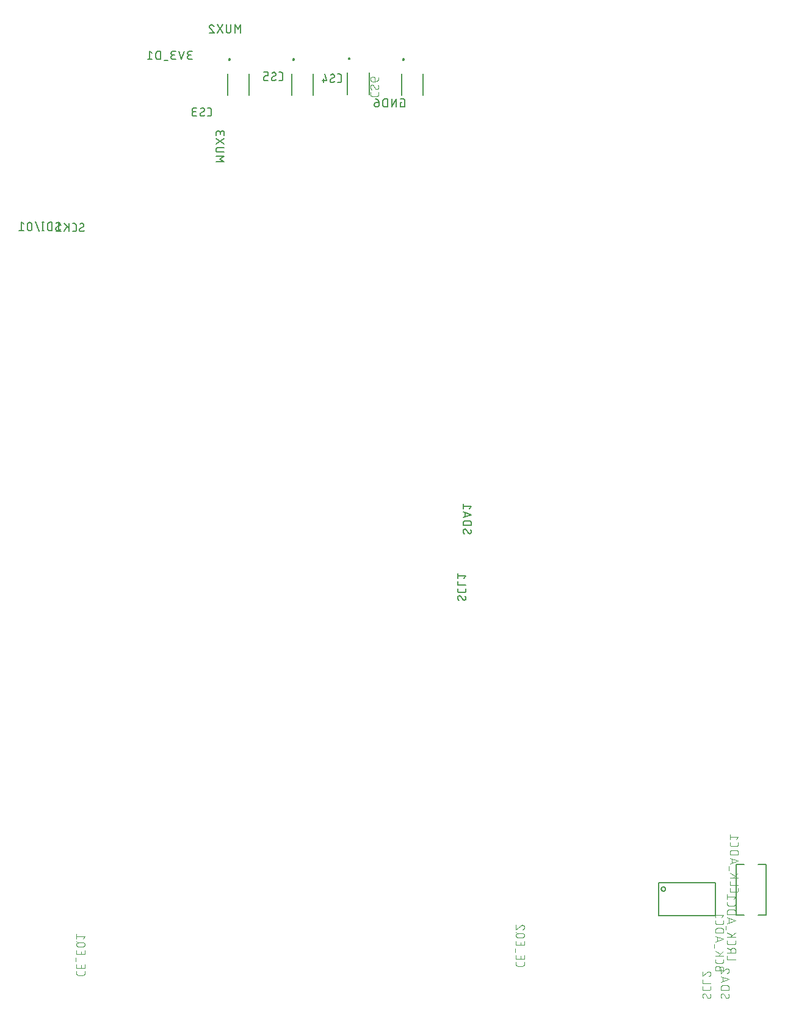
<source format=gbr>
G04 EAGLE Gerber RS-274X export*
G75*
%MOMM*%
%FSLAX34Y34*%
%LPD*%
%INSilkscreen Bottom*%
%IPPOS*%
%AMOC8*
5,1,8,0,0,1.08239X$1,22.5*%
G01*
%ADD10C,0.101600*%
%ADD11C,0.200000*%
%ADD12C,0.127000*%


D10*
X130938Y572579D02*
X130938Y569982D01*
X130940Y569883D01*
X130946Y569783D01*
X130955Y569684D01*
X130968Y569586D01*
X130985Y569488D01*
X131006Y569390D01*
X131031Y569294D01*
X131059Y569199D01*
X131091Y569105D01*
X131126Y569012D01*
X131165Y568920D01*
X131208Y568830D01*
X131253Y568742D01*
X131303Y568655D01*
X131355Y568571D01*
X131411Y568488D01*
X131469Y568408D01*
X131531Y568330D01*
X131596Y568255D01*
X131664Y568182D01*
X131734Y568112D01*
X131807Y568044D01*
X131882Y567979D01*
X131960Y567917D01*
X132040Y567859D01*
X132123Y567803D01*
X132207Y567751D01*
X132294Y567701D01*
X132382Y567656D01*
X132472Y567613D01*
X132564Y567574D01*
X132657Y567539D01*
X132751Y567507D01*
X132846Y567479D01*
X132942Y567454D01*
X133040Y567433D01*
X133138Y567416D01*
X133236Y567403D01*
X133335Y567394D01*
X133435Y567388D01*
X133534Y567386D01*
X140026Y567386D01*
X140125Y567388D01*
X140225Y567394D01*
X140324Y567403D01*
X140422Y567416D01*
X140520Y567433D01*
X140618Y567454D01*
X140714Y567479D01*
X140809Y567507D01*
X140903Y567539D01*
X140996Y567574D01*
X141088Y567613D01*
X141178Y567656D01*
X141266Y567701D01*
X141353Y567751D01*
X141437Y567803D01*
X141520Y567859D01*
X141600Y567917D01*
X141678Y567979D01*
X141753Y568044D01*
X141826Y568112D01*
X141896Y568182D01*
X141964Y568255D01*
X142029Y568330D01*
X142091Y568408D01*
X142149Y568488D01*
X142205Y568571D01*
X142257Y568655D01*
X142307Y568742D01*
X142352Y568830D01*
X142395Y568920D01*
X142434Y569012D01*
X142469Y569104D01*
X142501Y569199D01*
X142529Y569294D01*
X142554Y569390D01*
X142575Y569488D01*
X142592Y569586D01*
X142605Y569684D01*
X142614Y569783D01*
X142620Y569883D01*
X142622Y569982D01*
X142622Y572579D01*
X130938Y577348D02*
X130938Y582540D01*
X130938Y577348D02*
X142622Y577348D01*
X142622Y582540D01*
X137429Y581242D02*
X137429Y577348D01*
X129640Y586356D02*
X129640Y591549D01*
X130938Y596398D02*
X130938Y601590D01*
X130938Y596398D02*
X142622Y596398D01*
X142622Y601590D01*
X137429Y600292D02*
X137429Y596398D01*
X139376Y606567D02*
X134184Y606567D01*
X139376Y606567D02*
X139489Y606569D01*
X139602Y606575D01*
X139715Y606585D01*
X139828Y606599D01*
X139940Y606616D01*
X140051Y606638D01*
X140161Y606663D01*
X140271Y606693D01*
X140379Y606726D01*
X140486Y606763D01*
X140592Y606803D01*
X140696Y606848D01*
X140799Y606896D01*
X140900Y606947D01*
X140999Y607002D01*
X141096Y607060D01*
X141191Y607122D01*
X141284Y607187D01*
X141374Y607255D01*
X141462Y607326D01*
X141548Y607401D01*
X141631Y607478D01*
X141711Y607558D01*
X141788Y607641D01*
X141863Y607727D01*
X141934Y607815D01*
X142002Y607905D01*
X142067Y607998D01*
X142129Y608093D01*
X142187Y608190D01*
X142242Y608289D01*
X142293Y608390D01*
X142341Y608493D01*
X142386Y608597D01*
X142426Y608703D01*
X142463Y608810D01*
X142496Y608918D01*
X142526Y609028D01*
X142551Y609138D01*
X142573Y609249D01*
X142590Y609361D01*
X142604Y609474D01*
X142614Y609587D01*
X142620Y609700D01*
X142622Y609813D01*
X142620Y609926D01*
X142614Y610039D01*
X142604Y610152D01*
X142590Y610265D01*
X142573Y610377D01*
X142551Y610488D01*
X142526Y610598D01*
X142496Y610708D01*
X142463Y610816D01*
X142426Y610923D01*
X142386Y611029D01*
X142341Y611133D01*
X142293Y611236D01*
X142242Y611337D01*
X142187Y611436D01*
X142129Y611533D01*
X142067Y611628D01*
X142002Y611721D01*
X141934Y611811D01*
X141863Y611899D01*
X141788Y611985D01*
X141711Y612068D01*
X141631Y612148D01*
X141548Y612225D01*
X141462Y612300D01*
X141374Y612371D01*
X141284Y612439D01*
X141191Y612504D01*
X141096Y612566D01*
X140999Y612624D01*
X140900Y612679D01*
X140799Y612730D01*
X140696Y612778D01*
X140592Y612823D01*
X140486Y612863D01*
X140379Y612900D01*
X140271Y612933D01*
X140161Y612963D01*
X140051Y612988D01*
X139940Y613010D01*
X139828Y613027D01*
X139715Y613041D01*
X139602Y613051D01*
X139489Y613057D01*
X139376Y613059D01*
X139376Y613058D02*
X134184Y613058D01*
X134184Y613059D02*
X134071Y613057D01*
X133958Y613051D01*
X133845Y613041D01*
X133732Y613027D01*
X133620Y613010D01*
X133509Y612988D01*
X133399Y612963D01*
X133289Y612933D01*
X133181Y612900D01*
X133074Y612863D01*
X132968Y612823D01*
X132864Y612778D01*
X132761Y612730D01*
X132660Y612679D01*
X132561Y612624D01*
X132464Y612566D01*
X132369Y612504D01*
X132276Y612439D01*
X132186Y612371D01*
X132098Y612300D01*
X132012Y612225D01*
X131929Y612148D01*
X131849Y612068D01*
X131772Y611985D01*
X131697Y611899D01*
X131626Y611811D01*
X131558Y611721D01*
X131493Y611628D01*
X131431Y611533D01*
X131373Y611436D01*
X131318Y611337D01*
X131267Y611236D01*
X131219Y611133D01*
X131174Y611029D01*
X131134Y610923D01*
X131097Y610816D01*
X131064Y610708D01*
X131034Y610598D01*
X131009Y610488D01*
X130987Y610377D01*
X130970Y610265D01*
X130956Y610152D01*
X130946Y610039D01*
X130940Y609926D01*
X130938Y609813D01*
X130940Y609700D01*
X130946Y609587D01*
X130956Y609474D01*
X130970Y609361D01*
X130987Y609249D01*
X131009Y609138D01*
X131034Y609028D01*
X131064Y608918D01*
X131097Y608810D01*
X131134Y608703D01*
X131174Y608597D01*
X131219Y608493D01*
X131267Y608390D01*
X131318Y608289D01*
X131373Y608190D01*
X131431Y608093D01*
X131493Y607998D01*
X131558Y607905D01*
X131626Y607815D01*
X131697Y607727D01*
X131772Y607641D01*
X131849Y607558D01*
X131929Y607478D01*
X132012Y607401D01*
X132098Y607326D01*
X132186Y607255D01*
X132276Y607187D01*
X132369Y607122D01*
X132464Y607060D01*
X132561Y607002D01*
X132660Y606947D01*
X132761Y606896D01*
X132864Y606848D01*
X132968Y606803D01*
X133074Y606763D01*
X133181Y606726D01*
X133289Y606693D01*
X133399Y606663D01*
X133509Y606638D01*
X133620Y606616D01*
X133732Y606599D01*
X133845Y606585D01*
X133958Y606575D01*
X134071Y606569D01*
X134184Y606567D01*
X133534Y611760D02*
X130938Y614356D01*
X140026Y617711D02*
X142622Y620956D01*
X130938Y620956D01*
X130938Y617711D02*
X130938Y624202D01*
X740538Y585279D02*
X740538Y582682D01*
X740540Y582583D01*
X740546Y582483D01*
X740555Y582384D01*
X740568Y582286D01*
X740585Y582188D01*
X740606Y582090D01*
X740631Y581994D01*
X740659Y581899D01*
X740691Y581805D01*
X740726Y581712D01*
X740765Y581620D01*
X740808Y581530D01*
X740853Y581442D01*
X740903Y581355D01*
X740955Y581271D01*
X741011Y581188D01*
X741069Y581108D01*
X741131Y581030D01*
X741196Y580955D01*
X741264Y580882D01*
X741334Y580812D01*
X741407Y580744D01*
X741482Y580679D01*
X741560Y580617D01*
X741640Y580559D01*
X741723Y580503D01*
X741807Y580451D01*
X741894Y580401D01*
X741982Y580356D01*
X742072Y580313D01*
X742164Y580274D01*
X742257Y580239D01*
X742351Y580207D01*
X742446Y580179D01*
X742542Y580154D01*
X742640Y580133D01*
X742738Y580116D01*
X742836Y580103D01*
X742935Y580094D01*
X743035Y580088D01*
X743134Y580086D01*
X749626Y580086D01*
X749725Y580088D01*
X749825Y580094D01*
X749924Y580103D01*
X750022Y580116D01*
X750120Y580133D01*
X750218Y580154D01*
X750314Y580179D01*
X750409Y580207D01*
X750503Y580239D01*
X750596Y580274D01*
X750688Y580313D01*
X750778Y580356D01*
X750866Y580401D01*
X750953Y580451D01*
X751037Y580503D01*
X751120Y580559D01*
X751200Y580617D01*
X751278Y580679D01*
X751353Y580744D01*
X751426Y580812D01*
X751496Y580882D01*
X751564Y580955D01*
X751629Y581030D01*
X751691Y581108D01*
X751749Y581188D01*
X751805Y581271D01*
X751857Y581355D01*
X751907Y581442D01*
X751952Y581530D01*
X751995Y581620D01*
X752034Y581712D01*
X752069Y581804D01*
X752101Y581899D01*
X752129Y581994D01*
X752154Y582090D01*
X752175Y582188D01*
X752192Y582286D01*
X752205Y582384D01*
X752214Y582483D01*
X752220Y582583D01*
X752222Y582682D01*
X752222Y585279D01*
X740538Y590048D02*
X740538Y595240D01*
X740538Y590048D02*
X752222Y590048D01*
X752222Y595240D01*
X747029Y593942D02*
X747029Y590048D01*
X739240Y599056D02*
X739240Y604249D01*
X740538Y609098D02*
X740538Y614290D01*
X740538Y609098D02*
X752222Y609098D01*
X752222Y614290D01*
X747029Y612992D02*
X747029Y609098D01*
X748976Y619267D02*
X743784Y619267D01*
X748976Y619267D02*
X749089Y619269D01*
X749202Y619275D01*
X749315Y619285D01*
X749428Y619299D01*
X749540Y619316D01*
X749651Y619338D01*
X749761Y619363D01*
X749871Y619393D01*
X749979Y619426D01*
X750086Y619463D01*
X750192Y619503D01*
X750296Y619548D01*
X750399Y619596D01*
X750500Y619647D01*
X750599Y619702D01*
X750696Y619760D01*
X750791Y619822D01*
X750884Y619887D01*
X750974Y619955D01*
X751062Y620026D01*
X751148Y620101D01*
X751231Y620178D01*
X751311Y620258D01*
X751388Y620341D01*
X751463Y620427D01*
X751534Y620515D01*
X751602Y620605D01*
X751667Y620698D01*
X751729Y620793D01*
X751787Y620890D01*
X751842Y620989D01*
X751893Y621090D01*
X751941Y621193D01*
X751986Y621297D01*
X752026Y621403D01*
X752063Y621510D01*
X752096Y621618D01*
X752126Y621728D01*
X752151Y621838D01*
X752173Y621949D01*
X752190Y622061D01*
X752204Y622174D01*
X752214Y622287D01*
X752220Y622400D01*
X752222Y622513D01*
X752220Y622626D01*
X752214Y622739D01*
X752204Y622852D01*
X752190Y622965D01*
X752173Y623077D01*
X752151Y623188D01*
X752126Y623298D01*
X752096Y623408D01*
X752063Y623516D01*
X752026Y623623D01*
X751986Y623729D01*
X751941Y623833D01*
X751893Y623936D01*
X751842Y624037D01*
X751787Y624136D01*
X751729Y624233D01*
X751667Y624328D01*
X751602Y624421D01*
X751534Y624511D01*
X751463Y624599D01*
X751388Y624685D01*
X751311Y624768D01*
X751231Y624848D01*
X751148Y624925D01*
X751062Y625000D01*
X750974Y625071D01*
X750884Y625139D01*
X750791Y625204D01*
X750696Y625266D01*
X750599Y625324D01*
X750500Y625379D01*
X750399Y625430D01*
X750296Y625478D01*
X750192Y625523D01*
X750086Y625563D01*
X749979Y625600D01*
X749871Y625633D01*
X749761Y625663D01*
X749651Y625688D01*
X749540Y625710D01*
X749428Y625727D01*
X749315Y625741D01*
X749202Y625751D01*
X749089Y625757D01*
X748976Y625759D01*
X748976Y625758D02*
X743784Y625758D01*
X743784Y625759D02*
X743671Y625757D01*
X743558Y625751D01*
X743445Y625741D01*
X743332Y625727D01*
X743220Y625710D01*
X743109Y625688D01*
X742999Y625663D01*
X742889Y625633D01*
X742781Y625600D01*
X742674Y625563D01*
X742568Y625523D01*
X742464Y625478D01*
X742361Y625430D01*
X742260Y625379D01*
X742161Y625324D01*
X742064Y625266D01*
X741969Y625204D01*
X741876Y625139D01*
X741786Y625071D01*
X741698Y625000D01*
X741612Y624925D01*
X741529Y624848D01*
X741449Y624768D01*
X741372Y624685D01*
X741297Y624599D01*
X741226Y624511D01*
X741158Y624421D01*
X741093Y624328D01*
X741031Y624233D01*
X740973Y624136D01*
X740918Y624037D01*
X740867Y623936D01*
X740819Y623833D01*
X740774Y623729D01*
X740734Y623623D01*
X740697Y623516D01*
X740664Y623408D01*
X740634Y623298D01*
X740609Y623188D01*
X740587Y623077D01*
X740570Y622965D01*
X740556Y622852D01*
X740546Y622739D01*
X740540Y622626D01*
X740538Y622513D01*
X740540Y622400D01*
X740546Y622287D01*
X740556Y622174D01*
X740570Y622061D01*
X740587Y621949D01*
X740609Y621838D01*
X740634Y621728D01*
X740664Y621618D01*
X740697Y621510D01*
X740734Y621403D01*
X740774Y621297D01*
X740819Y621193D01*
X740867Y621090D01*
X740918Y620989D01*
X740973Y620890D01*
X741031Y620793D01*
X741093Y620698D01*
X741158Y620605D01*
X741226Y620515D01*
X741297Y620427D01*
X741372Y620341D01*
X741449Y620258D01*
X741529Y620178D01*
X741612Y620101D01*
X741698Y620026D01*
X741786Y619955D01*
X741876Y619887D01*
X741969Y619822D01*
X742064Y619760D01*
X742161Y619702D01*
X742260Y619647D01*
X742361Y619596D01*
X742464Y619548D01*
X742568Y619503D01*
X742674Y619463D01*
X742781Y619426D01*
X742889Y619393D01*
X742999Y619363D01*
X743109Y619338D01*
X743220Y619316D01*
X743332Y619299D01*
X743445Y619285D01*
X743558Y619275D01*
X743671Y619269D01*
X743784Y619267D01*
X743134Y624460D02*
X740538Y627056D01*
X749301Y636902D02*
X749408Y636900D01*
X749514Y636894D01*
X749620Y636884D01*
X749726Y636871D01*
X749832Y636853D01*
X749936Y636832D01*
X750040Y636807D01*
X750143Y636778D01*
X750244Y636746D01*
X750344Y636709D01*
X750443Y636669D01*
X750541Y636626D01*
X750637Y636579D01*
X750731Y636528D01*
X750823Y636474D01*
X750913Y636417D01*
X751001Y636357D01*
X751086Y636293D01*
X751169Y636226D01*
X751250Y636156D01*
X751328Y636084D01*
X751404Y636008D01*
X751476Y635930D01*
X751546Y635849D01*
X751613Y635766D01*
X751677Y635681D01*
X751737Y635593D01*
X751794Y635503D01*
X751848Y635411D01*
X751899Y635317D01*
X751946Y635221D01*
X751989Y635123D01*
X752029Y635024D01*
X752066Y634924D01*
X752098Y634823D01*
X752127Y634720D01*
X752152Y634616D01*
X752173Y634512D01*
X752191Y634406D01*
X752204Y634300D01*
X752214Y634194D01*
X752220Y634088D01*
X752222Y633981D01*
X752220Y633860D01*
X752214Y633739D01*
X752204Y633619D01*
X752191Y633498D01*
X752173Y633379D01*
X752152Y633259D01*
X752127Y633141D01*
X752098Y633024D01*
X752065Y632907D01*
X752029Y632792D01*
X751988Y632678D01*
X751945Y632565D01*
X751897Y632453D01*
X751846Y632344D01*
X751791Y632236D01*
X751733Y632129D01*
X751672Y632025D01*
X751607Y631923D01*
X751539Y631823D01*
X751468Y631725D01*
X751394Y631629D01*
X751317Y631536D01*
X751236Y631446D01*
X751153Y631358D01*
X751067Y631273D01*
X750978Y631190D01*
X750887Y631111D01*
X750793Y631034D01*
X750697Y630961D01*
X750599Y630891D01*
X750498Y630824D01*
X750395Y630760D01*
X750290Y630700D01*
X750183Y630643D01*
X750075Y630589D01*
X749965Y630539D01*
X749853Y630493D01*
X749740Y630450D01*
X749625Y630411D01*
X747029Y635929D02*
X747106Y636008D01*
X747187Y636084D01*
X747270Y636157D01*
X747355Y636227D01*
X747443Y636294D01*
X747533Y636358D01*
X747625Y636418D01*
X747720Y636475D01*
X747816Y636529D01*
X747914Y636580D01*
X748014Y636627D01*
X748116Y636671D01*
X748219Y636711D01*
X748323Y636747D01*
X748429Y636779D01*
X748535Y636808D01*
X748643Y636833D01*
X748751Y636855D01*
X748861Y636872D01*
X748970Y636886D01*
X749080Y636895D01*
X749191Y636901D01*
X749301Y636903D01*
X747029Y635928D02*
X740538Y630411D01*
X740538Y636902D01*
D11*
X342100Y1838400D02*
X342102Y1838463D01*
X342108Y1838525D01*
X342118Y1838587D01*
X342131Y1838649D01*
X342149Y1838709D01*
X342170Y1838768D01*
X342195Y1838826D01*
X342224Y1838882D01*
X342256Y1838936D01*
X342291Y1838988D01*
X342329Y1839037D01*
X342371Y1839085D01*
X342415Y1839129D01*
X342463Y1839171D01*
X342512Y1839209D01*
X342564Y1839244D01*
X342618Y1839276D01*
X342674Y1839305D01*
X342732Y1839330D01*
X342791Y1839351D01*
X342851Y1839369D01*
X342913Y1839382D01*
X342975Y1839392D01*
X343037Y1839398D01*
X343100Y1839400D01*
X343163Y1839398D01*
X343225Y1839392D01*
X343287Y1839382D01*
X343349Y1839369D01*
X343409Y1839351D01*
X343468Y1839330D01*
X343526Y1839305D01*
X343582Y1839276D01*
X343636Y1839244D01*
X343688Y1839209D01*
X343737Y1839171D01*
X343785Y1839129D01*
X343829Y1839085D01*
X343871Y1839037D01*
X343909Y1838988D01*
X343944Y1838936D01*
X343976Y1838882D01*
X344005Y1838826D01*
X344030Y1838768D01*
X344051Y1838709D01*
X344069Y1838649D01*
X344082Y1838587D01*
X344092Y1838525D01*
X344098Y1838463D01*
X344100Y1838400D01*
X344098Y1838337D01*
X344092Y1838275D01*
X344082Y1838213D01*
X344069Y1838151D01*
X344051Y1838091D01*
X344030Y1838032D01*
X344005Y1837974D01*
X343976Y1837918D01*
X343944Y1837864D01*
X343909Y1837812D01*
X343871Y1837763D01*
X343829Y1837715D01*
X343785Y1837671D01*
X343737Y1837629D01*
X343688Y1837591D01*
X343636Y1837556D01*
X343582Y1837524D01*
X343526Y1837495D01*
X343468Y1837470D01*
X343409Y1837449D01*
X343349Y1837431D01*
X343287Y1837418D01*
X343225Y1837408D01*
X343163Y1837402D01*
X343100Y1837400D01*
X343037Y1837402D01*
X342975Y1837408D01*
X342913Y1837418D01*
X342851Y1837431D01*
X342791Y1837449D01*
X342732Y1837470D01*
X342674Y1837495D01*
X342618Y1837524D01*
X342564Y1837556D01*
X342512Y1837591D01*
X342463Y1837629D01*
X342415Y1837671D01*
X342371Y1837715D01*
X342329Y1837763D01*
X342291Y1837812D01*
X342256Y1837864D01*
X342224Y1837918D01*
X342195Y1837974D01*
X342170Y1838032D01*
X342149Y1838091D01*
X342131Y1838151D01*
X342118Y1838213D01*
X342108Y1838275D01*
X342102Y1838337D01*
X342100Y1838400D01*
D12*
X340600Y1818400D02*
X340600Y1788400D01*
X370600Y1788400D02*
X370600Y1818400D01*
D11*
X431000Y1838400D02*
X431002Y1838463D01*
X431008Y1838525D01*
X431018Y1838587D01*
X431031Y1838649D01*
X431049Y1838709D01*
X431070Y1838768D01*
X431095Y1838826D01*
X431124Y1838882D01*
X431156Y1838936D01*
X431191Y1838988D01*
X431229Y1839037D01*
X431271Y1839085D01*
X431315Y1839129D01*
X431363Y1839171D01*
X431412Y1839209D01*
X431464Y1839244D01*
X431518Y1839276D01*
X431574Y1839305D01*
X431632Y1839330D01*
X431691Y1839351D01*
X431751Y1839369D01*
X431813Y1839382D01*
X431875Y1839392D01*
X431937Y1839398D01*
X432000Y1839400D01*
X432063Y1839398D01*
X432125Y1839392D01*
X432187Y1839382D01*
X432249Y1839369D01*
X432309Y1839351D01*
X432368Y1839330D01*
X432426Y1839305D01*
X432482Y1839276D01*
X432536Y1839244D01*
X432588Y1839209D01*
X432637Y1839171D01*
X432685Y1839129D01*
X432729Y1839085D01*
X432771Y1839037D01*
X432809Y1838988D01*
X432844Y1838936D01*
X432876Y1838882D01*
X432905Y1838826D01*
X432930Y1838768D01*
X432951Y1838709D01*
X432969Y1838649D01*
X432982Y1838587D01*
X432992Y1838525D01*
X432998Y1838463D01*
X433000Y1838400D01*
X432998Y1838337D01*
X432992Y1838275D01*
X432982Y1838213D01*
X432969Y1838151D01*
X432951Y1838091D01*
X432930Y1838032D01*
X432905Y1837974D01*
X432876Y1837918D01*
X432844Y1837864D01*
X432809Y1837812D01*
X432771Y1837763D01*
X432729Y1837715D01*
X432685Y1837671D01*
X432637Y1837629D01*
X432588Y1837591D01*
X432536Y1837556D01*
X432482Y1837524D01*
X432426Y1837495D01*
X432368Y1837470D01*
X432309Y1837449D01*
X432249Y1837431D01*
X432187Y1837418D01*
X432125Y1837408D01*
X432063Y1837402D01*
X432000Y1837400D01*
X431937Y1837402D01*
X431875Y1837408D01*
X431813Y1837418D01*
X431751Y1837431D01*
X431691Y1837449D01*
X431632Y1837470D01*
X431574Y1837495D01*
X431518Y1837524D01*
X431464Y1837556D01*
X431412Y1837591D01*
X431363Y1837629D01*
X431315Y1837671D01*
X431271Y1837715D01*
X431229Y1837763D01*
X431191Y1837812D01*
X431156Y1837864D01*
X431124Y1837918D01*
X431095Y1837974D01*
X431070Y1838032D01*
X431049Y1838091D01*
X431031Y1838151D01*
X431018Y1838213D01*
X431008Y1838275D01*
X431002Y1838337D01*
X431000Y1838400D01*
D12*
X429500Y1818400D02*
X429500Y1788400D01*
X459500Y1788400D02*
X459500Y1818400D01*
D11*
X508470Y1839670D02*
X508472Y1839733D01*
X508478Y1839795D01*
X508488Y1839857D01*
X508501Y1839919D01*
X508519Y1839979D01*
X508540Y1840038D01*
X508565Y1840096D01*
X508594Y1840152D01*
X508626Y1840206D01*
X508661Y1840258D01*
X508699Y1840307D01*
X508741Y1840355D01*
X508785Y1840399D01*
X508833Y1840441D01*
X508882Y1840479D01*
X508934Y1840514D01*
X508988Y1840546D01*
X509044Y1840575D01*
X509102Y1840600D01*
X509161Y1840621D01*
X509221Y1840639D01*
X509283Y1840652D01*
X509345Y1840662D01*
X509407Y1840668D01*
X509470Y1840670D01*
X509533Y1840668D01*
X509595Y1840662D01*
X509657Y1840652D01*
X509719Y1840639D01*
X509779Y1840621D01*
X509838Y1840600D01*
X509896Y1840575D01*
X509952Y1840546D01*
X510006Y1840514D01*
X510058Y1840479D01*
X510107Y1840441D01*
X510155Y1840399D01*
X510199Y1840355D01*
X510241Y1840307D01*
X510279Y1840258D01*
X510314Y1840206D01*
X510346Y1840152D01*
X510375Y1840096D01*
X510400Y1840038D01*
X510421Y1839979D01*
X510439Y1839919D01*
X510452Y1839857D01*
X510462Y1839795D01*
X510468Y1839733D01*
X510470Y1839670D01*
X510468Y1839607D01*
X510462Y1839545D01*
X510452Y1839483D01*
X510439Y1839421D01*
X510421Y1839361D01*
X510400Y1839302D01*
X510375Y1839244D01*
X510346Y1839188D01*
X510314Y1839134D01*
X510279Y1839082D01*
X510241Y1839033D01*
X510199Y1838985D01*
X510155Y1838941D01*
X510107Y1838899D01*
X510058Y1838861D01*
X510006Y1838826D01*
X509952Y1838794D01*
X509896Y1838765D01*
X509838Y1838740D01*
X509779Y1838719D01*
X509719Y1838701D01*
X509657Y1838688D01*
X509595Y1838678D01*
X509533Y1838672D01*
X509470Y1838670D01*
X509407Y1838672D01*
X509345Y1838678D01*
X509283Y1838688D01*
X509221Y1838701D01*
X509161Y1838719D01*
X509102Y1838740D01*
X509044Y1838765D01*
X508988Y1838794D01*
X508934Y1838826D01*
X508882Y1838861D01*
X508833Y1838899D01*
X508785Y1838941D01*
X508741Y1838985D01*
X508699Y1839033D01*
X508661Y1839082D01*
X508626Y1839134D01*
X508594Y1839188D01*
X508565Y1839244D01*
X508540Y1839302D01*
X508519Y1839361D01*
X508501Y1839421D01*
X508488Y1839483D01*
X508478Y1839545D01*
X508472Y1839607D01*
X508470Y1839670D01*
D12*
X506970Y1819670D02*
X506970Y1789670D01*
X536970Y1789670D02*
X536970Y1819670D01*
X358775Y1875155D02*
X358775Y1886585D01*
X354965Y1880235D01*
X351155Y1886585D01*
X351155Y1875155D01*
X345186Y1878330D02*
X345186Y1886585D01*
X345186Y1878330D02*
X345184Y1878219D01*
X345178Y1878109D01*
X345169Y1877998D01*
X345155Y1877888D01*
X345138Y1877779D01*
X345117Y1877670D01*
X345092Y1877562D01*
X345063Y1877455D01*
X345031Y1877349D01*
X344995Y1877244D01*
X344955Y1877141D01*
X344912Y1877039D01*
X344865Y1876938D01*
X344814Y1876839D01*
X344761Y1876743D01*
X344704Y1876648D01*
X344643Y1876555D01*
X344580Y1876464D01*
X344513Y1876375D01*
X344443Y1876289D01*
X344370Y1876206D01*
X344295Y1876124D01*
X344217Y1876046D01*
X344135Y1875971D01*
X344052Y1875898D01*
X343966Y1875828D01*
X343877Y1875761D01*
X343786Y1875698D01*
X343693Y1875637D01*
X343598Y1875580D01*
X343502Y1875527D01*
X343403Y1875476D01*
X343302Y1875429D01*
X343200Y1875386D01*
X343097Y1875346D01*
X342992Y1875310D01*
X342886Y1875278D01*
X342779Y1875249D01*
X342671Y1875224D01*
X342562Y1875203D01*
X342453Y1875186D01*
X342343Y1875172D01*
X342232Y1875163D01*
X342122Y1875157D01*
X342011Y1875155D01*
X341900Y1875157D01*
X341790Y1875163D01*
X341679Y1875172D01*
X341569Y1875186D01*
X341460Y1875203D01*
X341351Y1875224D01*
X341243Y1875249D01*
X341136Y1875278D01*
X341030Y1875310D01*
X340925Y1875346D01*
X340822Y1875386D01*
X340720Y1875429D01*
X340619Y1875476D01*
X340520Y1875527D01*
X340424Y1875580D01*
X340329Y1875637D01*
X340236Y1875698D01*
X340145Y1875761D01*
X340056Y1875828D01*
X339970Y1875898D01*
X339887Y1875971D01*
X339805Y1876046D01*
X339727Y1876124D01*
X339652Y1876206D01*
X339579Y1876289D01*
X339509Y1876375D01*
X339442Y1876464D01*
X339379Y1876555D01*
X339318Y1876648D01*
X339261Y1876743D01*
X339208Y1876839D01*
X339157Y1876938D01*
X339110Y1877039D01*
X339067Y1877141D01*
X339027Y1877244D01*
X338991Y1877349D01*
X338959Y1877455D01*
X338930Y1877562D01*
X338905Y1877670D01*
X338884Y1877779D01*
X338867Y1877888D01*
X338853Y1877998D01*
X338844Y1878109D01*
X338838Y1878219D01*
X338836Y1878330D01*
X338836Y1886585D01*
X334010Y1875155D02*
X326390Y1886585D01*
X334010Y1886585D02*
X326390Y1875155D01*
X315595Y1883728D02*
X315597Y1883832D01*
X315603Y1883937D01*
X315612Y1884041D01*
X315625Y1884144D01*
X315643Y1884247D01*
X315663Y1884349D01*
X315688Y1884451D01*
X315716Y1884551D01*
X315748Y1884651D01*
X315784Y1884749D01*
X315823Y1884846D01*
X315865Y1884941D01*
X315911Y1885035D01*
X315961Y1885127D01*
X316013Y1885217D01*
X316069Y1885305D01*
X316129Y1885391D01*
X316191Y1885475D01*
X316256Y1885556D01*
X316324Y1885635D01*
X316396Y1885712D01*
X316469Y1885785D01*
X316546Y1885857D01*
X316625Y1885925D01*
X316706Y1885990D01*
X316790Y1886052D01*
X316876Y1886112D01*
X316964Y1886168D01*
X317054Y1886220D01*
X317146Y1886270D01*
X317240Y1886316D01*
X317335Y1886358D01*
X317432Y1886397D01*
X317530Y1886433D01*
X317630Y1886465D01*
X317730Y1886493D01*
X317832Y1886518D01*
X317934Y1886538D01*
X318037Y1886556D01*
X318140Y1886569D01*
X318244Y1886578D01*
X318349Y1886584D01*
X318453Y1886586D01*
X318453Y1886585D02*
X318571Y1886583D01*
X318690Y1886577D01*
X318808Y1886568D01*
X318925Y1886555D01*
X319042Y1886537D01*
X319159Y1886517D01*
X319275Y1886492D01*
X319390Y1886464D01*
X319503Y1886431D01*
X319616Y1886396D01*
X319728Y1886356D01*
X319838Y1886314D01*
X319947Y1886267D01*
X320055Y1886217D01*
X320160Y1886164D01*
X320264Y1886107D01*
X320366Y1886047D01*
X320466Y1885984D01*
X320564Y1885917D01*
X320660Y1885848D01*
X320753Y1885775D01*
X320844Y1885699D01*
X320933Y1885621D01*
X321019Y1885539D01*
X321102Y1885455D01*
X321183Y1885369D01*
X321260Y1885279D01*
X321335Y1885188D01*
X321407Y1885094D01*
X321476Y1884997D01*
X321541Y1884899D01*
X321604Y1884798D01*
X321663Y1884695D01*
X321719Y1884591D01*
X321771Y1884485D01*
X321820Y1884377D01*
X321865Y1884268D01*
X321907Y1884157D01*
X321945Y1884045D01*
X316547Y1881506D02*
X316471Y1881581D01*
X316396Y1881660D01*
X316325Y1881741D01*
X316256Y1881825D01*
X316191Y1881911D01*
X316129Y1881999D01*
X316069Y1882089D01*
X316013Y1882181D01*
X315960Y1882276D01*
X315911Y1882372D01*
X315865Y1882470D01*
X315822Y1882569D01*
X315783Y1882670D01*
X315748Y1882772D01*
X315716Y1882875D01*
X315688Y1882979D01*
X315663Y1883084D01*
X315642Y1883191D01*
X315625Y1883297D01*
X315612Y1883404D01*
X315603Y1883512D01*
X315597Y1883620D01*
X315595Y1883728D01*
X316548Y1881505D02*
X321945Y1875155D01*
X315595Y1875155D01*
X324485Y1696085D02*
X335915Y1696085D01*
X329565Y1699895D01*
X335915Y1703705D01*
X324485Y1703705D01*
X327660Y1709674D02*
X335915Y1709674D01*
X327660Y1709674D02*
X327549Y1709676D01*
X327439Y1709682D01*
X327328Y1709691D01*
X327218Y1709705D01*
X327109Y1709722D01*
X327000Y1709743D01*
X326892Y1709768D01*
X326785Y1709797D01*
X326679Y1709829D01*
X326574Y1709865D01*
X326471Y1709905D01*
X326369Y1709948D01*
X326268Y1709995D01*
X326169Y1710046D01*
X326073Y1710099D01*
X325978Y1710156D01*
X325885Y1710217D01*
X325794Y1710280D01*
X325705Y1710347D01*
X325619Y1710417D01*
X325536Y1710490D01*
X325454Y1710565D01*
X325376Y1710643D01*
X325301Y1710725D01*
X325228Y1710808D01*
X325158Y1710894D01*
X325091Y1710983D01*
X325028Y1711074D01*
X324967Y1711167D01*
X324910Y1711262D01*
X324857Y1711358D01*
X324806Y1711457D01*
X324759Y1711558D01*
X324716Y1711660D01*
X324676Y1711763D01*
X324640Y1711868D01*
X324608Y1711974D01*
X324579Y1712081D01*
X324554Y1712189D01*
X324533Y1712298D01*
X324516Y1712407D01*
X324502Y1712517D01*
X324493Y1712628D01*
X324487Y1712738D01*
X324485Y1712849D01*
X324487Y1712960D01*
X324493Y1713070D01*
X324502Y1713181D01*
X324516Y1713291D01*
X324533Y1713400D01*
X324554Y1713509D01*
X324579Y1713617D01*
X324608Y1713724D01*
X324640Y1713830D01*
X324676Y1713935D01*
X324716Y1714038D01*
X324759Y1714140D01*
X324806Y1714241D01*
X324857Y1714340D01*
X324910Y1714437D01*
X324967Y1714531D01*
X325028Y1714624D01*
X325091Y1714715D01*
X325158Y1714804D01*
X325228Y1714890D01*
X325301Y1714973D01*
X325376Y1715055D01*
X325454Y1715133D01*
X325536Y1715208D01*
X325619Y1715281D01*
X325705Y1715351D01*
X325794Y1715418D01*
X325885Y1715481D01*
X325978Y1715542D01*
X326073Y1715599D01*
X326169Y1715652D01*
X326268Y1715703D01*
X326369Y1715750D01*
X326471Y1715793D01*
X326574Y1715833D01*
X326679Y1715869D01*
X326785Y1715901D01*
X326892Y1715930D01*
X327000Y1715955D01*
X327109Y1715976D01*
X327218Y1715993D01*
X327328Y1716007D01*
X327439Y1716016D01*
X327549Y1716022D01*
X327660Y1716024D01*
X335915Y1716024D01*
X324485Y1720850D02*
X335915Y1728470D01*
X335915Y1720850D02*
X324485Y1728470D01*
X324485Y1732915D02*
X324485Y1736090D01*
X324487Y1736201D01*
X324493Y1736311D01*
X324502Y1736422D01*
X324516Y1736532D01*
X324533Y1736641D01*
X324554Y1736750D01*
X324579Y1736858D01*
X324608Y1736965D01*
X324640Y1737071D01*
X324676Y1737176D01*
X324716Y1737279D01*
X324759Y1737381D01*
X324806Y1737482D01*
X324857Y1737581D01*
X324910Y1737678D01*
X324967Y1737772D01*
X325028Y1737865D01*
X325091Y1737956D01*
X325158Y1738045D01*
X325228Y1738131D01*
X325301Y1738214D01*
X325376Y1738296D01*
X325454Y1738374D01*
X325536Y1738449D01*
X325619Y1738522D01*
X325705Y1738592D01*
X325794Y1738659D01*
X325885Y1738722D01*
X325978Y1738783D01*
X326073Y1738840D01*
X326169Y1738893D01*
X326268Y1738944D01*
X326369Y1738991D01*
X326471Y1739034D01*
X326574Y1739074D01*
X326679Y1739110D01*
X326785Y1739142D01*
X326892Y1739171D01*
X327000Y1739196D01*
X327109Y1739217D01*
X327218Y1739234D01*
X327328Y1739248D01*
X327439Y1739257D01*
X327549Y1739263D01*
X327660Y1739265D01*
X327771Y1739263D01*
X327881Y1739257D01*
X327992Y1739248D01*
X328102Y1739234D01*
X328211Y1739217D01*
X328320Y1739196D01*
X328428Y1739171D01*
X328535Y1739142D01*
X328641Y1739110D01*
X328746Y1739074D01*
X328849Y1739034D01*
X328951Y1738991D01*
X329052Y1738944D01*
X329151Y1738893D01*
X329248Y1738840D01*
X329342Y1738783D01*
X329435Y1738722D01*
X329526Y1738659D01*
X329615Y1738592D01*
X329701Y1738522D01*
X329784Y1738449D01*
X329866Y1738374D01*
X329944Y1738296D01*
X330019Y1738214D01*
X330092Y1738131D01*
X330162Y1738045D01*
X330229Y1737956D01*
X330292Y1737865D01*
X330353Y1737772D01*
X330410Y1737678D01*
X330463Y1737581D01*
X330514Y1737482D01*
X330561Y1737381D01*
X330604Y1737279D01*
X330644Y1737176D01*
X330680Y1737071D01*
X330712Y1736965D01*
X330741Y1736858D01*
X330766Y1736750D01*
X330787Y1736641D01*
X330804Y1736532D01*
X330818Y1736422D01*
X330827Y1736311D01*
X330833Y1736201D01*
X330835Y1736090D01*
X335915Y1736725D02*
X335915Y1732915D01*
X335915Y1736725D02*
X335913Y1736825D01*
X335907Y1736924D01*
X335897Y1737024D01*
X335884Y1737122D01*
X335866Y1737221D01*
X335845Y1737318D01*
X335820Y1737414D01*
X335791Y1737510D01*
X335758Y1737604D01*
X335722Y1737697D01*
X335682Y1737788D01*
X335638Y1737878D01*
X335591Y1737966D01*
X335541Y1738052D01*
X335487Y1738136D01*
X335430Y1738218D01*
X335370Y1738297D01*
X335306Y1738375D01*
X335240Y1738449D01*
X335171Y1738521D01*
X335099Y1738590D01*
X335025Y1738656D01*
X334947Y1738720D01*
X334868Y1738780D01*
X334786Y1738837D01*
X334702Y1738891D01*
X334616Y1738941D01*
X334528Y1738988D01*
X334438Y1739032D01*
X334347Y1739072D01*
X334254Y1739108D01*
X334160Y1739141D01*
X334064Y1739170D01*
X333968Y1739195D01*
X333871Y1739216D01*
X333772Y1739234D01*
X333674Y1739247D01*
X333574Y1739257D01*
X333475Y1739263D01*
X333375Y1739265D01*
X333275Y1739263D01*
X333176Y1739257D01*
X333076Y1739247D01*
X332978Y1739234D01*
X332879Y1739216D01*
X332782Y1739195D01*
X332686Y1739170D01*
X332590Y1739141D01*
X332496Y1739108D01*
X332403Y1739072D01*
X332312Y1739032D01*
X332222Y1738988D01*
X332134Y1738941D01*
X332048Y1738891D01*
X331964Y1738837D01*
X331882Y1738780D01*
X331803Y1738720D01*
X331725Y1738656D01*
X331651Y1738590D01*
X331579Y1738521D01*
X331510Y1738449D01*
X331444Y1738375D01*
X331380Y1738297D01*
X331320Y1738218D01*
X331263Y1738136D01*
X331209Y1738052D01*
X331159Y1737966D01*
X331112Y1737878D01*
X331068Y1737788D01*
X331028Y1737697D01*
X330992Y1737604D01*
X330959Y1737510D01*
X330930Y1737414D01*
X330905Y1737318D01*
X330884Y1737221D01*
X330866Y1737122D01*
X330853Y1737024D01*
X330843Y1736924D01*
X330837Y1736825D01*
X330835Y1736725D01*
X330835Y1734185D01*
X315505Y1759585D02*
X312965Y1759585D01*
X315505Y1759585D02*
X315605Y1759587D01*
X315704Y1759593D01*
X315804Y1759603D01*
X315902Y1759616D01*
X316001Y1759634D01*
X316098Y1759655D01*
X316194Y1759680D01*
X316290Y1759709D01*
X316384Y1759742D01*
X316477Y1759778D01*
X316568Y1759818D01*
X316658Y1759862D01*
X316746Y1759909D01*
X316832Y1759959D01*
X316916Y1760013D01*
X316998Y1760070D01*
X317077Y1760130D01*
X317155Y1760194D01*
X317229Y1760260D01*
X317301Y1760329D01*
X317370Y1760401D01*
X317436Y1760475D01*
X317500Y1760553D01*
X317560Y1760632D01*
X317617Y1760714D01*
X317671Y1760798D01*
X317721Y1760884D01*
X317768Y1760972D01*
X317812Y1761062D01*
X317852Y1761153D01*
X317888Y1761246D01*
X317921Y1761340D01*
X317950Y1761436D01*
X317975Y1761532D01*
X317996Y1761629D01*
X318014Y1761728D01*
X318027Y1761826D01*
X318037Y1761926D01*
X318043Y1762025D01*
X318045Y1762125D01*
X318045Y1768475D01*
X318043Y1768575D01*
X318037Y1768674D01*
X318027Y1768774D01*
X318014Y1768872D01*
X317996Y1768971D01*
X317975Y1769068D01*
X317950Y1769164D01*
X317921Y1769260D01*
X317888Y1769354D01*
X317852Y1769447D01*
X317812Y1769538D01*
X317768Y1769628D01*
X317721Y1769716D01*
X317671Y1769802D01*
X317617Y1769886D01*
X317560Y1769968D01*
X317500Y1770047D01*
X317436Y1770125D01*
X317370Y1770199D01*
X317301Y1770271D01*
X317229Y1770340D01*
X317155Y1770406D01*
X317077Y1770470D01*
X316998Y1770530D01*
X316916Y1770587D01*
X316832Y1770641D01*
X316746Y1770691D01*
X316658Y1770738D01*
X316568Y1770782D01*
X316477Y1770822D01*
X316384Y1770858D01*
X316290Y1770891D01*
X316194Y1770920D01*
X316098Y1770945D01*
X316001Y1770966D01*
X315902Y1770984D01*
X315804Y1770997D01*
X315704Y1771007D01*
X315605Y1771013D01*
X315505Y1771015D01*
X312965Y1771015D01*
X302514Y1762125D02*
X302516Y1762025D01*
X302522Y1761926D01*
X302532Y1761826D01*
X302545Y1761728D01*
X302563Y1761629D01*
X302584Y1761532D01*
X302609Y1761436D01*
X302638Y1761340D01*
X302671Y1761246D01*
X302707Y1761153D01*
X302747Y1761062D01*
X302791Y1760972D01*
X302838Y1760884D01*
X302888Y1760798D01*
X302942Y1760714D01*
X302999Y1760632D01*
X303059Y1760553D01*
X303123Y1760475D01*
X303189Y1760401D01*
X303258Y1760329D01*
X303330Y1760260D01*
X303404Y1760194D01*
X303482Y1760130D01*
X303561Y1760070D01*
X303643Y1760013D01*
X303727Y1759959D01*
X303813Y1759909D01*
X303901Y1759862D01*
X303991Y1759818D01*
X304082Y1759778D01*
X304175Y1759742D01*
X304269Y1759709D01*
X304365Y1759680D01*
X304461Y1759655D01*
X304558Y1759634D01*
X304657Y1759616D01*
X304755Y1759603D01*
X304855Y1759593D01*
X304954Y1759587D01*
X305054Y1759585D01*
X305195Y1759587D01*
X305336Y1759592D01*
X305477Y1759602D01*
X305618Y1759615D01*
X305758Y1759631D01*
X305898Y1759652D01*
X306037Y1759676D01*
X306176Y1759704D01*
X306313Y1759735D01*
X306450Y1759770D01*
X306586Y1759808D01*
X306721Y1759850D01*
X306854Y1759896D01*
X306987Y1759945D01*
X307118Y1759998D01*
X307247Y1760054D01*
X307376Y1760113D01*
X307502Y1760176D01*
X307627Y1760242D01*
X307750Y1760311D01*
X307871Y1760384D01*
X307990Y1760460D01*
X308108Y1760539D01*
X308223Y1760620D01*
X308335Y1760705D01*
X308446Y1760793D01*
X308554Y1760884D01*
X308660Y1760977D01*
X308763Y1761074D01*
X308864Y1761173D01*
X308547Y1768475D02*
X308545Y1768575D01*
X308539Y1768674D01*
X308529Y1768774D01*
X308516Y1768872D01*
X308498Y1768971D01*
X308477Y1769068D01*
X308452Y1769164D01*
X308423Y1769260D01*
X308390Y1769354D01*
X308354Y1769447D01*
X308314Y1769538D01*
X308270Y1769628D01*
X308223Y1769716D01*
X308173Y1769802D01*
X308119Y1769886D01*
X308062Y1769968D01*
X308002Y1770047D01*
X307938Y1770125D01*
X307872Y1770199D01*
X307803Y1770271D01*
X307731Y1770340D01*
X307657Y1770406D01*
X307579Y1770470D01*
X307500Y1770530D01*
X307418Y1770587D01*
X307334Y1770641D01*
X307248Y1770691D01*
X307160Y1770738D01*
X307070Y1770782D01*
X306979Y1770822D01*
X306886Y1770858D01*
X306792Y1770891D01*
X306696Y1770920D01*
X306600Y1770945D01*
X306503Y1770966D01*
X306404Y1770984D01*
X306306Y1770997D01*
X306206Y1771007D01*
X306107Y1771013D01*
X306007Y1771015D01*
X306007Y1771016D02*
X305874Y1771014D01*
X305741Y1771009D01*
X305608Y1770999D01*
X305475Y1770986D01*
X305343Y1770969D01*
X305211Y1770949D01*
X305080Y1770925D01*
X304950Y1770897D01*
X304820Y1770866D01*
X304692Y1770831D01*
X304564Y1770792D01*
X304438Y1770750D01*
X304313Y1770704D01*
X304189Y1770655D01*
X304066Y1770603D01*
X303945Y1770547D01*
X303826Y1770487D01*
X303708Y1770425D01*
X303593Y1770359D01*
X303479Y1770290D01*
X303367Y1770217D01*
X303257Y1770142D01*
X303149Y1770063D01*
X307277Y1766252D02*
X307361Y1766304D01*
X307444Y1766359D01*
X307524Y1766418D01*
X307602Y1766479D01*
X307677Y1766543D01*
X307750Y1766611D01*
X307821Y1766681D01*
X307888Y1766753D01*
X307953Y1766828D01*
X308015Y1766906D01*
X308074Y1766986D01*
X308130Y1767068D01*
X308182Y1767152D01*
X308231Y1767238D01*
X308277Y1767326D01*
X308320Y1767416D01*
X308359Y1767507D01*
X308394Y1767600D01*
X308426Y1767694D01*
X308454Y1767789D01*
X308479Y1767885D01*
X308499Y1767982D01*
X308517Y1768080D01*
X308530Y1768178D01*
X308539Y1768277D01*
X308545Y1768376D01*
X308547Y1768475D01*
X303784Y1764348D02*
X303700Y1764296D01*
X303617Y1764241D01*
X303537Y1764182D01*
X303459Y1764121D01*
X303384Y1764057D01*
X303311Y1763989D01*
X303240Y1763919D01*
X303173Y1763847D01*
X303108Y1763772D01*
X303046Y1763694D01*
X302987Y1763614D01*
X302931Y1763532D01*
X302879Y1763448D01*
X302830Y1763362D01*
X302784Y1763274D01*
X302741Y1763184D01*
X302702Y1763093D01*
X302667Y1763000D01*
X302635Y1762906D01*
X302607Y1762811D01*
X302582Y1762715D01*
X302562Y1762618D01*
X302544Y1762520D01*
X302531Y1762422D01*
X302522Y1762323D01*
X302516Y1762224D01*
X302514Y1762125D01*
X303784Y1764348D02*
X307277Y1766253D01*
X297815Y1759585D02*
X294640Y1759585D01*
X294529Y1759587D01*
X294419Y1759593D01*
X294308Y1759602D01*
X294198Y1759616D01*
X294089Y1759633D01*
X293980Y1759654D01*
X293872Y1759679D01*
X293765Y1759708D01*
X293659Y1759740D01*
X293554Y1759776D01*
X293451Y1759816D01*
X293349Y1759859D01*
X293248Y1759906D01*
X293149Y1759957D01*
X293053Y1760010D01*
X292958Y1760067D01*
X292865Y1760128D01*
X292774Y1760191D01*
X292685Y1760258D01*
X292599Y1760328D01*
X292516Y1760401D01*
X292434Y1760476D01*
X292356Y1760554D01*
X292281Y1760636D01*
X292208Y1760719D01*
X292138Y1760805D01*
X292071Y1760894D01*
X292008Y1760985D01*
X291947Y1761078D01*
X291890Y1761173D01*
X291837Y1761269D01*
X291786Y1761368D01*
X291739Y1761469D01*
X291696Y1761571D01*
X291656Y1761674D01*
X291620Y1761779D01*
X291588Y1761885D01*
X291559Y1761992D01*
X291534Y1762100D01*
X291513Y1762209D01*
X291496Y1762318D01*
X291482Y1762428D01*
X291473Y1762539D01*
X291467Y1762649D01*
X291465Y1762760D01*
X291467Y1762871D01*
X291473Y1762981D01*
X291482Y1763092D01*
X291496Y1763202D01*
X291513Y1763311D01*
X291534Y1763420D01*
X291559Y1763528D01*
X291588Y1763635D01*
X291620Y1763741D01*
X291656Y1763846D01*
X291696Y1763949D01*
X291739Y1764051D01*
X291786Y1764152D01*
X291837Y1764251D01*
X291890Y1764348D01*
X291947Y1764442D01*
X292008Y1764535D01*
X292071Y1764626D01*
X292138Y1764715D01*
X292208Y1764801D01*
X292281Y1764884D01*
X292356Y1764966D01*
X292434Y1765044D01*
X292516Y1765119D01*
X292599Y1765192D01*
X292685Y1765262D01*
X292774Y1765329D01*
X292865Y1765392D01*
X292958Y1765453D01*
X293053Y1765510D01*
X293149Y1765563D01*
X293248Y1765614D01*
X293349Y1765661D01*
X293451Y1765704D01*
X293554Y1765744D01*
X293659Y1765780D01*
X293765Y1765812D01*
X293872Y1765841D01*
X293980Y1765866D01*
X294089Y1765887D01*
X294198Y1765904D01*
X294308Y1765918D01*
X294419Y1765927D01*
X294529Y1765933D01*
X294640Y1765935D01*
X294005Y1771015D02*
X297815Y1771015D01*
X294005Y1771015D02*
X293905Y1771013D01*
X293806Y1771007D01*
X293706Y1770997D01*
X293608Y1770984D01*
X293509Y1770966D01*
X293412Y1770945D01*
X293316Y1770920D01*
X293220Y1770891D01*
X293126Y1770858D01*
X293033Y1770822D01*
X292942Y1770782D01*
X292852Y1770738D01*
X292764Y1770691D01*
X292678Y1770641D01*
X292594Y1770587D01*
X292512Y1770530D01*
X292433Y1770470D01*
X292355Y1770406D01*
X292281Y1770340D01*
X292209Y1770271D01*
X292140Y1770199D01*
X292074Y1770125D01*
X292010Y1770047D01*
X291950Y1769968D01*
X291893Y1769886D01*
X291839Y1769802D01*
X291789Y1769716D01*
X291742Y1769628D01*
X291698Y1769538D01*
X291658Y1769447D01*
X291622Y1769354D01*
X291589Y1769260D01*
X291560Y1769164D01*
X291535Y1769068D01*
X291514Y1768971D01*
X291496Y1768872D01*
X291483Y1768774D01*
X291473Y1768674D01*
X291467Y1768575D01*
X291465Y1768475D01*
X291467Y1768375D01*
X291473Y1768276D01*
X291483Y1768176D01*
X291496Y1768078D01*
X291514Y1767979D01*
X291535Y1767882D01*
X291560Y1767786D01*
X291589Y1767690D01*
X291622Y1767596D01*
X291658Y1767503D01*
X291698Y1767412D01*
X291742Y1767322D01*
X291789Y1767234D01*
X291839Y1767148D01*
X291893Y1767064D01*
X291950Y1766982D01*
X292010Y1766903D01*
X292074Y1766825D01*
X292140Y1766751D01*
X292209Y1766679D01*
X292281Y1766610D01*
X292355Y1766544D01*
X292433Y1766480D01*
X292512Y1766420D01*
X292594Y1766363D01*
X292678Y1766309D01*
X292764Y1766259D01*
X292852Y1766212D01*
X292942Y1766168D01*
X293033Y1766128D01*
X293126Y1766092D01*
X293220Y1766059D01*
X293316Y1766030D01*
X293412Y1766005D01*
X293509Y1765984D01*
X293608Y1765966D01*
X293706Y1765953D01*
X293806Y1765943D01*
X293905Y1765937D01*
X294005Y1765935D01*
X296545Y1765935D01*
X493395Y1806575D02*
X495935Y1806575D01*
X496035Y1806577D01*
X496134Y1806583D01*
X496234Y1806593D01*
X496332Y1806606D01*
X496431Y1806624D01*
X496528Y1806645D01*
X496624Y1806670D01*
X496720Y1806699D01*
X496814Y1806732D01*
X496907Y1806768D01*
X496998Y1806808D01*
X497088Y1806852D01*
X497176Y1806899D01*
X497262Y1806949D01*
X497346Y1807003D01*
X497428Y1807060D01*
X497507Y1807120D01*
X497585Y1807184D01*
X497659Y1807250D01*
X497731Y1807319D01*
X497800Y1807391D01*
X497866Y1807465D01*
X497930Y1807543D01*
X497990Y1807622D01*
X498047Y1807704D01*
X498101Y1807788D01*
X498151Y1807874D01*
X498198Y1807962D01*
X498242Y1808052D01*
X498282Y1808143D01*
X498318Y1808236D01*
X498351Y1808330D01*
X498380Y1808426D01*
X498405Y1808522D01*
X498426Y1808619D01*
X498444Y1808718D01*
X498457Y1808816D01*
X498467Y1808916D01*
X498473Y1809015D01*
X498475Y1809115D01*
X498475Y1815465D01*
X498473Y1815565D01*
X498467Y1815664D01*
X498457Y1815764D01*
X498444Y1815862D01*
X498426Y1815961D01*
X498405Y1816058D01*
X498380Y1816154D01*
X498351Y1816250D01*
X498318Y1816344D01*
X498282Y1816437D01*
X498242Y1816528D01*
X498198Y1816618D01*
X498151Y1816706D01*
X498101Y1816792D01*
X498047Y1816876D01*
X497990Y1816958D01*
X497930Y1817037D01*
X497866Y1817115D01*
X497800Y1817189D01*
X497731Y1817261D01*
X497659Y1817330D01*
X497585Y1817396D01*
X497507Y1817460D01*
X497428Y1817520D01*
X497346Y1817577D01*
X497262Y1817631D01*
X497176Y1817681D01*
X497088Y1817728D01*
X496998Y1817772D01*
X496907Y1817812D01*
X496814Y1817848D01*
X496720Y1817881D01*
X496624Y1817910D01*
X496528Y1817935D01*
X496431Y1817956D01*
X496332Y1817974D01*
X496234Y1817987D01*
X496134Y1817997D01*
X496035Y1818003D01*
X495935Y1818005D01*
X493395Y1818005D01*
X482944Y1809115D02*
X482946Y1809015D01*
X482952Y1808916D01*
X482962Y1808816D01*
X482975Y1808718D01*
X482993Y1808619D01*
X483014Y1808522D01*
X483039Y1808426D01*
X483068Y1808330D01*
X483101Y1808236D01*
X483137Y1808143D01*
X483177Y1808052D01*
X483221Y1807962D01*
X483268Y1807874D01*
X483318Y1807788D01*
X483372Y1807704D01*
X483429Y1807622D01*
X483489Y1807543D01*
X483553Y1807465D01*
X483619Y1807391D01*
X483688Y1807319D01*
X483760Y1807250D01*
X483834Y1807184D01*
X483912Y1807120D01*
X483991Y1807060D01*
X484073Y1807003D01*
X484157Y1806949D01*
X484243Y1806899D01*
X484331Y1806852D01*
X484421Y1806808D01*
X484512Y1806768D01*
X484605Y1806732D01*
X484699Y1806699D01*
X484795Y1806670D01*
X484891Y1806645D01*
X484988Y1806624D01*
X485087Y1806606D01*
X485185Y1806593D01*
X485285Y1806583D01*
X485384Y1806577D01*
X485484Y1806575D01*
X485625Y1806577D01*
X485766Y1806582D01*
X485907Y1806592D01*
X486048Y1806605D01*
X486188Y1806621D01*
X486328Y1806642D01*
X486467Y1806666D01*
X486606Y1806694D01*
X486743Y1806725D01*
X486880Y1806760D01*
X487016Y1806798D01*
X487151Y1806840D01*
X487284Y1806886D01*
X487417Y1806935D01*
X487548Y1806988D01*
X487677Y1807044D01*
X487806Y1807103D01*
X487932Y1807166D01*
X488057Y1807232D01*
X488180Y1807301D01*
X488301Y1807374D01*
X488420Y1807450D01*
X488538Y1807529D01*
X488653Y1807610D01*
X488765Y1807695D01*
X488876Y1807783D01*
X488984Y1807874D01*
X489090Y1807967D01*
X489193Y1808064D01*
X489294Y1808163D01*
X488976Y1815465D02*
X488974Y1815565D01*
X488968Y1815664D01*
X488958Y1815764D01*
X488945Y1815862D01*
X488927Y1815961D01*
X488906Y1816058D01*
X488881Y1816154D01*
X488852Y1816250D01*
X488819Y1816344D01*
X488783Y1816437D01*
X488743Y1816528D01*
X488699Y1816618D01*
X488652Y1816706D01*
X488602Y1816792D01*
X488548Y1816876D01*
X488491Y1816958D01*
X488431Y1817037D01*
X488367Y1817115D01*
X488301Y1817189D01*
X488232Y1817261D01*
X488160Y1817330D01*
X488086Y1817396D01*
X488008Y1817460D01*
X487929Y1817520D01*
X487847Y1817577D01*
X487763Y1817631D01*
X487677Y1817681D01*
X487589Y1817728D01*
X487499Y1817772D01*
X487408Y1817812D01*
X487315Y1817848D01*
X487221Y1817881D01*
X487125Y1817910D01*
X487029Y1817935D01*
X486932Y1817956D01*
X486833Y1817974D01*
X486735Y1817987D01*
X486635Y1817997D01*
X486536Y1818003D01*
X486436Y1818005D01*
X486436Y1818006D02*
X486303Y1818004D01*
X486170Y1817999D01*
X486037Y1817989D01*
X485904Y1817976D01*
X485772Y1817959D01*
X485640Y1817939D01*
X485509Y1817915D01*
X485379Y1817887D01*
X485249Y1817856D01*
X485121Y1817821D01*
X484993Y1817782D01*
X484867Y1817740D01*
X484742Y1817694D01*
X484618Y1817645D01*
X484495Y1817593D01*
X484374Y1817537D01*
X484255Y1817477D01*
X484137Y1817415D01*
X484022Y1817349D01*
X483908Y1817280D01*
X483796Y1817207D01*
X483686Y1817132D01*
X483578Y1817053D01*
X487706Y1813242D02*
X487790Y1813294D01*
X487873Y1813349D01*
X487953Y1813408D01*
X488031Y1813469D01*
X488106Y1813533D01*
X488179Y1813601D01*
X488250Y1813671D01*
X488317Y1813743D01*
X488382Y1813818D01*
X488444Y1813896D01*
X488503Y1813976D01*
X488559Y1814058D01*
X488611Y1814142D01*
X488660Y1814228D01*
X488706Y1814316D01*
X488749Y1814406D01*
X488788Y1814497D01*
X488823Y1814590D01*
X488855Y1814684D01*
X488883Y1814779D01*
X488908Y1814875D01*
X488928Y1814972D01*
X488946Y1815070D01*
X488959Y1815168D01*
X488968Y1815267D01*
X488974Y1815366D01*
X488976Y1815465D01*
X484213Y1811338D02*
X484129Y1811286D01*
X484046Y1811231D01*
X483966Y1811172D01*
X483888Y1811111D01*
X483813Y1811047D01*
X483740Y1810979D01*
X483669Y1810909D01*
X483602Y1810837D01*
X483537Y1810762D01*
X483475Y1810684D01*
X483416Y1810604D01*
X483360Y1810522D01*
X483308Y1810438D01*
X483259Y1810352D01*
X483213Y1810264D01*
X483170Y1810174D01*
X483131Y1810083D01*
X483096Y1809990D01*
X483064Y1809896D01*
X483036Y1809801D01*
X483011Y1809705D01*
X482991Y1809608D01*
X482973Y1809510D01*
X482960Y1809412D01*
X482951Y1809313D01*
X482945Y1809214D01*
X482943Y1809115D01*
X484214Y1811338D02*
X487706Y1813243D01*
X478245Y1809115D02*
X475705Y1818005D01*
X478245Y1809115D02*
X471895Y1809115D01*
X473800Y1811655D02*
X473800Y1806575D01*
X414655Y1809115D02*
X412115Y1809115D01*
X414655Y1809115D02*
X414755Y1809117D01*
X414854Y1809123D01*
X414954Y1809133D01*
X415052Y1809146D01*
X415151Y1809164D01*
X415248Y1809185D01*
X415344Y1809210D01*
X415440Y1809239D01*
X415534Y1809272D01*
X415627Y1809308D01*
X415718Y1809348D01*
X415808Y1809392D01*
X415896Y1809439D01*
X415982Y1809489D01*
X416066Y1809543D01*
X416148Y1809600D01*
X416227Y1809660D01*
X416305Y1809724D01*
X416379Y1809790D01*
X416451Y1809859D01*
X416520Y1809931D01*
X416586Y1810005D01*
X416650Y1810083D01*
X416710Y1810162D01*
X416767Y1810244D01*
X416821Y1810328D01*
X416871Y1810414D01*
X416918Y1810502D01*
X416962Y1810592D01*
X417002Y1810683D01*
X417038Y1810776D01*
X417071Y1810870D01*
X417100Y1810966D01*
X417125Y1811062D01*
X417146Y1811159D01*
X417164Y1811258D01*
X417177Y1811356D01*
X417187Y1811456D01*
X417193Y1811555D01*
X417195Y1811655D01*
X417195Y1818005D01*
X417193Y1818105D01*
X417187Y1818204D01*
X417177Y1818304D01*
X417164Y1818402D01*
X417146Y1818501D01*
X417125Y1818598D01*
X417100Y1818694D01*
X417071Y1818790D01*
X417038Y1818884D01*
X417002Y1818977D01*
X416962Y1819068D01*
X416918Y1819158D01*
X416871Y1819246D01*
X416821Y1819332D01*
X416767Y1819416D01*
X416710Y1819498D01*
X416650Y1819577D01*
X416586Y1819655D01*
X416520Y1819729D01*
X416451Y1819801D01*
X416379Y1819870D01*
X416305Y1819936D01*
X416227Y1820000D01*
X416148Y1820060D01*
X416066Y1820117D01*
X415982Y1820171D01*
X415896Y1820221D01*
X415808Y1820268D01*
X415718Y1820312D01*
X415627Y1820352D01*
X415534Y1820388D01*
X415440Y1820421D01*
X415344Y1820450D01*
X415248Y1820475D01*
X415151Y1820496D01*
X415052Y1820514D01*
X414954Y1820527D01*
X414854Y1820537D01*
X414755Y1820543D01*
X414655Y1820545D01*
X412115Y1820545D01*
X401664Y1811655D02*
X401666Y1811555D01*
X401672Y1811456D01*
X401682Y1811356D01*
X401695Y1811258D01*
X401713Y1811159D01*
X401734Y1811062D01*
X401759Y1810966D01*
X401788Y1810870D01*
X401821Y1810776D01*
X401857Y1810683D01*
X401897Y1810592D01*
X401941Y1810502D01*
X401988Y1810414D01*
X402038Y1810328D01*
X402092Y1810244D01*
X402149Y1810162D01*
X402209Y1810083D01*
X402273Y1810005D01*
X402339Y1809931D01*
X402408Y1809859D01*
X402480Y1809790D01*
X402554Y1809724D01*
X402632Y1809660D01*
X402711Y1809600D01*
X402793Y1809543D01*
X402877Y1809489D01*
X402963Y1809439D01*
X403051Y1809392D01*
X403141Y1809348D01*
X403232Y1809308D01*
X403325Y1809272D01*
X403419Y1809239D01*
X403515Y1809210D01*
X403611Y1809185D01*
X403708Y1809164D01*
X403807Y1809146D01*
X403905Y1809133D01*
X404005Y1809123D01*
X404104Y1809117D01*
X404204Y1809115D01*
X404345Y1809117D01*
X404486Y1809122D01*
X404627Y1809132D01*
X404768Y1809145D01*
X404908Y1809161D01*
X405048Y1809182D01*
X405187Y1809206D01*
X405326Y1809234D01*
X405463Y1809265D01*
X405600Y1809300D01*
X405736Y1809338D01*
X405871Y1809380D01*
X406004Y1809426D01*
X406137Y1809475D01*
X406268Y1809528D01*
X406397Y1809584D01*
X406526Y1809643D01*
X406652Y1809706D01*
X406777Y1809772D01*
X406900Y1809841D01*
X407021Y1809914D01*
X407140Y1809990D01*
X407258Y1810069D01*
X407373Y1810150D01*
X407485Y1810235D01*
X407596Y1810323D01*
X407704Y1810414D01*
X407810Y1810507D01*
X407913Y1810604D01*
X408014Y1810703D01*
X407696Y1818005D02*
X407694Y1818105D01*
X407688Y1818204D01*
X407678Y1818304D01*
X407665Y1818402D01*
X407647Y1818501D01*
X407626Y1818598D01*
X407601Y1818694D01*
X407572Y1818790D01*
X407539Y1818884D01*
X407503Y1818977D01*
X407463Y1819068D01*
X407419Y1819158D01*
X407372Y1819246D01*
X407322Y1819332D01*
X407268Y1819416D01*
X407211Y1819498D01*
X407151Y1819577D01*
X407087Y1819655D01*
X407021Y1819729D01*
X406952Y1819801D01*
X406880Y1819870D01*
X406806Y1819936D01*
X406728Y1820000D01*
X406649Y1820060D01*
X406567Y1820117D01*
X406483Y1820171D01*
X406397Y1820221D01*
X406309Y1820268D01*
X406219Y1820312D01*
X406128Y1820352D01*
X406035Y1820388D01*
X405941Y1820421D01*
X405845Y1820450D01*
X405749Y1820475D01*
X405652Y1820496D01*
X405553Y1820514D01*
X405455Y1820527D01*
X405355Y1820537D01*
X405256Y1820543D01*
X405156Y1820545D01*
X405156Y1820546D02*
X405023Y1820544D01*
X404890Y1820539D01*
X404757Y1820529D01*
X404624Y1820516D01*
X404492Y1820499D01*
X404360Y1820479D01*
X404229Y1820455D01*
X404099Y1820427D01*
X403969Y1820396D01*
X403841Y1820361D01*
X403713Y1820322D01*
X403587Y1820280D01*
X403462Y1820234D01*
X403338Y1820185D01*
X403215Y1820133D01*
X403094Y1820077D01*
X402975Y1820017D01*
X402857Y1819955D01*
X402742Y1819889D01*
X402628Y1819820D01*
X402516Y1819747D01*
X402406Y1819672D01*
X402298Y1819593D01*
X406426Y1815782D02*
X406510Y1815834D01*
X406593Y1815889D01*
X406673Y1815948D01*
X406751Y1816009D01*
X406826Y1816073D01*
X406899Y1816141D01*
X406970Y1816211D01*
X407037Y1816283D01*
X407102Y1816358D01*
X407164Y1816436D01*
X407223Y1816516D01*
X407279Y1816598D01*
X407331Y1816682D01*
X407380Y1816768D01*
X407426Y1816856D01*
X407469Y1816946D01*
X407508Y1817037D01*
X407543Y1817130D01*
X407575Y1817224D01*
X407603Y1817319D01*
X407628Y1817415D01*
X407648Y1817512D01*
X407666Y1817610D01*
X407679Y1817708D01*
X407688Y1817807D01*
X407694Y1817906D01*
X407696Y1818005D01*
X402933Y1813878D02*
X402849Y1813826D01*
X402766Y1813771D01*
X402686Y1813712D01*
X402608Y1813651D01*
X402533Y1813587D01*
X402460Y1813519D01*
X402389Y1813449D01*
X402322Y1813377D01*
X402257Y1813302D01*
X402195Y1813224D01*
X402136Y1813144D01*
X402080Y1813062D01*
X402028Y1812978D01*
X401979Y1812892D01*
X401933Y1812804D01*
X401890Y1812714D01*
X401851Y1812623D01*
X401816Y1812530D01*
X401784Y1812436D01*
X401756Y1812341D01*
X401731Y1812245D01*
X401711Y1812148D01*
X401693Y1812050D01*
X401680Y1811952D01*
X401671Y1811853D01*
X401665Y1811754D01*
X401663Y1811655D01*
X402934Y1813878D02*
X406426Y1815783D01*
X396965Y1809115D02*
X393155Y1809115D01*
X393055Y1809117D01*
X392956Y1809123D01*
X392856Y1809133D01*
X392758Y1809146D01*
X392659Y1809164D01*
X392562Y1809185D01*
X392466Y1809210D01*
X392370Y1809239D01*
X392276Y1809272D01*
X392183Y1809308D01*
X392092Y1809348D01*
X392002Y1809392D01*
X391914Y1809439D01*
X391828Y1809489D01*
X391744Y1809543D01*
X391662Y1809600D01*
X391583Y1809660D01*
X391505Y1809724D01*
X391431Y1809790D01*
X391359Y1809859D01*
X391290Y1809931D01*
X391224Y1810005D01*
X391160Y1810083D01*
X391100Y1810162D01*
X391043Y1810244D01*
X390989Y1810328D01*
X390939Y1810414D01*
X390892Y1810502D01*
X390848Y1810592D01*
X390808Y1810683D01*
X390772Y1810776D01*
X390739Y1810870D01*
X390710Y1810966D01*
X390685Y1811062D01*
X390664Y1811159D01*
X390646Y1811258D01*
X390633Y1811356D01*
X390623Y1811456D01*
X390617Y1811555D01*
X390615Y1811655D01*
X390615Y1812925D01*
X390617Y1813025D01*
X390623Y1813124D01*
X390633Y1813224D01*
X390646Y1813322D01*
X390664Y1813421D01*
X390685Y1813518D01*
X390710Y1813614D01*
X390739Y1813710D01*
X390772Y1813804D01*
X390808Y1813897D01*
X390848Y1813988D01*
X390892Y1814078D01*
X390939Y1814166D01*
X390989Y1814252D01*
X391043Y1814336D01*
X391100Y1814418D01*
X391160Y1814497D01*
X391224Y1814575D01*
X391290Y1814649D01*
X391359Y1814721D01*
X391431Y1814790D01*
X391505Y1814856D01*
X391583Y1814920D01*
X391662Y1814980D01*
X391744Y1815037D01*
X391828Y1815091D01*
X391914Y1815141D01*
X392002Y1815188D01*
X392092Y1815232D01*
X392183Y1815272D01*
X392276Y1815308D01*
X392370Y1815341D01*
X392466Y1815370D01*
X392562Y1815395D01*
X392659Y1815416D01*
X392758Y1815434D01*
X392856Y1815447D01*
X392956Y1815457D01*
X393055Y1815463D01*
X393155Y1815465D01*
X396965Y1815465D01*
X396965Y1820545D01*
X390615Y1820545D01*
X104775Y1600835D02*
X104675Y1600837D01*
X104576Y1600843D01*
X104476Y1600853D01*
X104378Y1600866D01*
X104279Y1600884D01*
X104182Y1600905D01*
X104086Y1600930D01*
X103990Y1600959D01*
X103896Y1600992D01*
X103803Y1601028D01*
X103712Y1601068D01*
X103622Y1601112D01*
X103534Y1601159D01*
X103448Y1601209D01*
X103364Y1601263D01*
X103282Y1601320D01*
X103203Y1601380D01*
X103125Y1601444D01*
X103051Y1601510D01*
X102979Y1601579D01*
X102910Y1601651D01*
X102844Y1601725D01*
X102780Y1601803D01*
X102720Y1601882D01*
X102663Y1601964D01*
X102609Y1602048D01*
X102559Y1602134D01*
X102512Y1602222D01*
X102468Y1602312D01*
X102428Y1602403D01*
X102392Y1602496D01*
X102359Y1602590D01*
X102330Y1602686D01*
X102305Y1602782D01*
X102284Y1602879D01*
X102266Y1602978D01*
X102253Y1603076D01*
X102243Y1603176D01*
X102237Y1603275D01*
X102235Y1603375D01*
X104775Y1600835D02*
X104916Y1600837D01*
X105057Y1600842D01*
X105198Y1600852D01*
X105339Y1600865D01*
X105479Y1600881D01*
X105619Y1600902D01*
X105758Y1600926D01*
X105897Y1600954D01*
X106034Y1600985D01*
X106171Y1601020D01*
X106307Y1601058D01*
X106442Y1601100D01*
X106575Y1601146D01*
X106708Y1601195D01*
X106839Y1601248D01*
X106968Y1601304D01*
X107097Y1601363D01*
X107223Y1601426D01*
X107348Y1601492D01*
X107471Y1601561D01*
X107592Y1601634D01*
X107711Y1601710D01*
X107829Y1601789D01*
X107944Y1601870D01*
X108056Y1601955D01*
X108167Y1602043D01*
X108275Y1602134D01*
X108381Y1602227D01*
X108484Y1602324D01*
X108585Y1602423D01*
X108268Y1609725D02*
X108266Y1609825D01*
X108260Y1609924D01*
X108250Y1610024D01*
X108237Y1610122D01*
X108219Y1610221D01*
X108198Y1610318D01*
X108173Y1610414D01*
X108144Y1610510D01*
X108111Y1610604D01*
X108075Y1610697D01*
X108035Y1610788D01*
X107991Y1610878D01*
X107944Y1610966D01*
X107894Y1611052D01*
X107840Y1611136D01*
X107783Y1611218D01*
X107723Y1611297D01*
X107659Y1611375D01*
X107593Y1611449D01*
X107524Y1611521D01*
X107452Y1611590D01*
X107378Y1611656D01*
X107300Y1611720D01*
X107221Y1611780D01*
X107139Y1611837D01*
X107055Y1611891D01*
X106969Y1611941D01*
X106881Y1611988D01*
X106791Y1612032D01*
X106700Y1612072D01*
X106607Y1612108D01*
X106513Y1612141D01*
X106417Y1612170D01*
X106321Y1612195D01*
X106224Y1612216D01*
X106125Y1612234D01*
X106027Y1612247D01*
X105927Y1612257D01*
X105828Y1612263D01*
X105728Y1612265D01*
X105728Y1612266D02*
X105595Y1612264D01*
X105462Y1612259D01*
X105329Y1612249D01*
X105196Y1612236D01*
X105064Y1612219D01*
X104932Y1612199D01*
X104801Y1612175D01*
X104671Y1612147D01*
X104541Y1612116D01*
X104413Y1612081D01*
X104285Y1612042D01*
X104159Y1612000D01*
X104034Y1611954D01*
X103910Y1611905D01*
X103787Y1611853D01*
X103666Y1611797D01*
X103547Y1611737D01*
X103429Y1611675D01*
X103314Y1611609D01*
X103200Y1611540D01*
X103088Y1611467D01*
X102978Y1611392D01*
X102870Y1611313D01*
X106998Y1607502D02*
X107082Y1607554D01*
X107165Y1607609D01*
X107245Y1607668D01*
X107323Y1607729D01*
X107398Y1607793D01*
X107471Y1607861D01*
X107542Y1607931D01*
X107609Y1608003D01*
X107674Y1608078D01*
X107736Y1608156D01*
X107795Y1608236D01*
X107851Y1608318D01*
X107903Y1608402D01*
X107952Y1608488D01*
X107998Y1608576D01*
X108041Y1608666D01*
X108080Y1608757D01*
X108115Y1608850D01*
X108147Y1608944D01*
X108175Y1609039D01*
X108200Y1609135D01*
X108220Y1609232D01*
X108238Y1609330D01*
X108251Y1609428D01*
X108260Y1609527D01*
X108266Y1609626D01*
X108268Y1609725D01*
X103505Y1605598D02*
X103421Y1605546D01*
X103338Y1605491D01*
X103258Y1605432D01*
X103180Y1605371D01*
X103105Y1605307D01*
X103032Y1605239D01*
X102961Y1605169D01*
X102894Y1605097D01*
X102829Y1605022D01*
X102767Y1604944D01*
X102708Y1604864D01*
X102652Y1604782D01*
X102600Y1604698D01*
X102551Y1604612D01*
X102505Y1604524D01*
X102462Y1604434D01*
X102423Y1604343D01*
X102388Y1604250D01*
X102356Y1604156D01*
X102328Y1604061D01*
X102303Y1603965D01*
X102283Y1603868D01*
X102265Y1603770D01*
X102252Y1603672D01*
X102243Y1603573D01*
X102237Y1603474D01*
X102235Y1603375D01*
X103505Y1605598D02*
X106998Y1607503D01*
X97155Y1612265D02*
X97155Y1600835D01*
X97155Y1612265D02*
X93980Y1612265D01*
X93869Y1612263D01*
X93759Y1612257D01*
X93648Y1612248D01*
X93538Y1612234D01*
X93429Y1612217D01*
X93320Y1612196D01*
X93212Y1612171D01*
X93105Y1612142D01*
X92999Y1612110D01*
X92894Y1612074D01*
X92791Y1612034D01*
X92689Y1611991D01*
X92588Y1611944D01*
X92489Y1611893D01*
X92393Y1611840D01*
X92298Y1611783D01*
X92205Y1611722D01*
X92114Y1611659D01*
X92025Y1611592D01*
X91939Y1611522D01*
X91856Y1611449D01*
X91774Y1611374D01*
X91696Y1611296D01*
X91621Y1611214D01*
X91548Y1611131D01*
X91478Y1611045D01*
X91411Y1610956D01*
X91348Y1610865D01*
X91287Y1610772D01*
X91230Y1610678D01*
X91177Y1610581D01*
X91126Y1610482D01*
X91079Y1610381D01*
X91036Y1610279D01*
X90996Y1610176D01*
X90960Y1610071D01*
X90928Y1609965D01*
X90899Y1609858D01*
X90874Y1609750D01*
X90853Y1609641D01*
X90836Y1609532D01*
X90822Y1609422D01*
X90813Y1609311D01*
X90807Y1609201D01*
X90805Y1609090D01*
X90805Y1604010D01*
X90807Y1603899D01*
X90813Y1603789D01*
X90822Y1603678D01*
X90836Y1603568D01*
X90853Y1603459D01*
X90874Y1603350D01*
X90899Y1603242D01*
X90928Y1603135D01*
X90960Y1603029D01*
X90996Y1602924D01*
X91036Y1602821D01*
X91079Y1602719D01*
X91126Y1602618D01*
X91177Y1602519D01*
X91230Y1602423D01*
X91287Y1602328D01*
X91348Y1602235D01*
X91411Y1602144D01*
X91478Y1602055D01*
X91548Y1601969D01*
X91621Y1601886D01*
X91696Y1601804D01*
X91774Y1601726D01*
X91856Y1601651D01*
X91939Y1601578D01*
X92025Y1601508D01*
X92114Y1601441D01*
X92205Y1601378D01*
X92298Y1601317D01*
X92393Y1601260D01*
X92489Y1601207D01*
X92588Y1601156D01*
X92689Y1601109D01*
X92791Y1601066D01*
X92894Y1601026D01*
X92999Y1600990D01*
X93105Y1600958D01*
X93212Y1600929D01*
X93320Y1600904D01*
X93429Y1600883D01*
X93538Y1600866D01*
X93648Y1600852D01*
X93759Y1600843D01*
X93869Y1600837D01*
X93980Y1600835D01*
X97155Y1600835D01*
X84455Y1600835D02*
X84455Y1612265D01*
X85725Y1600835D02*
X83185Y1600835D01*
X83185Y1612265D02*
X85725Y1612265D01*
X73914Y1613535D02*
X78994Y1599565D01*
X69342Y1604010D02*
X69342Y1609090D01*
X69340Y1609201D01*
X69334Y1609311D01*
X69325Y1609422D01*
X69311Y1609532D01*
X69294Y1609641D01*
X69273Y1609750D01*
X69248Y1609858D01*
X69219Y1609965D01*
X69187Y1610071D01*
X69151Y1610176D01*
X69111Y1610279D01*
X69068Y1610381D01*
X69021Y1610482D01*
X68970Y1610581D01*
X68917Y1610678D01*
X68860Y1610772D01*
X68799Y1610865D01*
X68736Y1610956D01*
X68669Y1611045D01*
X68599Y1611131D01*
X68526Y1611214D01*
X68451Y1611296D01*
X68373Y1611374D01*
X68291Y1611449D01*
X68208Y1611522D01*
X68122Y1611592D01*
X68033Y1611659D01*
X67942Y1611722D01*
X67849Y1611783D01*
X67755Y1611840D01*
X67658Y1611893D01*
X67559Y1611944D01*
X67458Y1611991D01*
X67356Y1612034D01*
X67253Y1612074D01*
X67148Y1612110D01*
X67042Y1612142D01*
X66935Y1612171D01*
X66827Y1612196D01*
X66718Y1612217D01*
X66609Y1612234D01*
X66499Y1612248D01*
X66388Y1612257D01*
X66278Y1612263D01*
X66167Y1612265D01*
X66056Y1612263D01*
X65946Y1612257D01*
X65835Y1612248D01*
X65725Y1612234D01*
X65616Y1612217D01*
X65507Y1612196D01*
X65399Y1612171D01*
X65292Y1612142D01*
X65186Y1612110D01*
X65081Y1612074D01*
X64978Y1612034D01*
X64876Y1611991D01*
X64775Y1611944D01*
X64676Y1611893D01*
X64579Y1611840D01*
X64485Y1611783D01*
X64392Y1611722D01*
X64301Y1611659D01*
X64212Y1611592D01*
X64126Y1611522D01*
X64043Y1611449D01*
X63961Y1611374D01*
X63883Y1611296D01*
X63808Y1611214D01*
X63735Y1611131D01*
X63665Y1611045D01*
X63598Y1610956D01*
X63535Y1610865D01*
X63474Y1610772D01*
X63417Y1610678D01*
X63364Y1610581D01*
X63313Y1610482D01*
X63266Y1610381D01*
X63223Y1610279D01*
X63183Y1610176D01*
X63147Y1610071D01*
X63115Y1609965D01*
X63086Y1609858D01*
X63061Y1609750D01*
X63040Y1609641D01*
X63023Y1609532D01*
X63009Y1609422D01*
X63000Y1609311D01*
X62994Y1609201D01*
X62992Y1609090D01*
X62992Y1604010D01*
X62994Y1603899D01*
X63000Y1603789D01*
X63009Y1603678D01*
X63023Y1603568D01*
X63040Y1603459D01*
X63061Y1603350D01*
X63086Y1603242D01*
X63115Y1603135D01*
X63147Y1603029D01*
X63183Y1602924D01*
X63223Y1602821D01*
X63266Y1602719D01*
X63313Y1602618D01*
X63364Y1602519D01*
X63417Y1602423D01*
X63474Y1602328D01*
X63535Y1602235D01*
X63598Y1602144D01*
X63665Y1602055D01*
X63735Y1601969D01*
X63808Y1601886D01*
X63883Y1601804D01*
X63961Y1601726D01*
X64043Y1601651D01*
X64126Y1601578D01*
X64212Y1601508D01*
X64301Y1601441D01*
X64392Y1601378D01*
X64485Y1601317D01*
X64579Y1601260D01*
X64676Y1601207D01*
X64775Y1601156D01*
X64876Y1601109D01*
X64978Y1601066D01*
X65081Y1601026D01*
X65186Y1600990D01*
X65292Y1600958D01*
X65399Y1600929D01*
X65507Y1600904D01*
X65616Y1600883D01*
X65725Y1600866D01*
X65835Y1600852D01*
X65946Y1600843D01*
X66056Y1600837D01*
X66167Y1600835D01*
X66278Y1600837D01*
X66388Y1600843D01*
X66499Y1600852D01*
X66609Y1600866D01*
X66718Y1600883D01*
X66827Y1600904D01*
X66935Y1600929D01*
X67042Y1600958D01*
X67148Y1600990D01*
X67253Y1601026D01*
X67356Y1601066D01*
X67458Y1601109D01*
X67559Y1601156D01*
X67658Y1601207D01*
X67754Y1601260D01*
X67849Y1601317D01*
X67942Y1601378D01*
X68033Y1601441D01*
X68122Y1601508D01*
X68208Y1601578D01*
X68291Y1601651D01*
X68373Y1601726D01*
X68451Y1601804D01*
X68526Y1601886D01*
X68599Y1601969D01*
X68669Y1602055D01*
X68736Y1602144D01*
X68799Y1602235D01*
X68860Y1602328D01*
X68917Y1602423D01*
X68970Y1602519D01*
X69021Y1602618D01*
X69068Y1602719D01*
X69111Y1602821D01*
X69151Y1602924D01*
X69187Y1603029D01*
X69219Y1603135D01*
X69248Y1603242D01*
X69273Y1603350D01*
X69294Y1603459D01*
X69311Y1603568D01*
X69325Y1603678D01*
X69334Y1603789D01*
X69340Y1603899D01*
X69342Y1604010D01*
X57912Y1609725D02*
X54737Y1612265D01*
X54737Y1600835D01*
X57912Y1600835D02*
X51562Y1600835D01*
X135255Y1602105D02*
X135257Y1602005D01*
X135263Y1601906D01*
X135273Y1601806D01*
X135286Y1601708D01*
X135304Y1601609D01*
X135325Y1601512D01*
X135350Y1601416D01*
X135379Y1601320D01*
X135412Y1601226D01*
X135448Y1601133D01*
X135488Y1601042D01*
X135532Y1600952D01*
X135579Y1600864D01*
X135629Y1600778D01*
X135683Y1600694D01*
X135740Y1600612D01*
X135800Y1600533D01*
X135864Y1600455D01*
X135930Y1600381D01*
X135999Y1600309D01*
X136071Y1600240D01*
X136145Y1600174D01*
X136223Y1600110D01*
X136302Y1600050D01*
X136384Y1599993D01*
X136468Y1599939D01*
X136554Y1599889D01*
X136642Y1599842D01*
X136732Y1599798D01*
X136823Y1599758D01*
X136916Y1599722D01*
X137010Y1599689D01*
X137106Y1599660D01*
X137202Y1599635D01*
X137299Y1599614D01*
X137398Y1599596D01*
X137496Y1599583D01*
X137596Y1599573D01*
X137695Y1599567D01*
X137795Y1599565D01*
X137936Y1599567D01*
X138077Y1599572D01*
X138218Y1599582D01*
X138359Y1599595D01*
X138499Y1599611D01*
X138639Y1599632D01*
X138778Y1599656D01*
X138917Y1599684D01*
X139054Y1599715D01*
X139191Y1599750D01*
X139327Y1599788D01*
X139462Y1599830D01*
X139595Y1599876D01*
X139728Y1599925D01*
X139859Y1599978D01*
X139988Y1600034D01*
X140117Y1600093D01*
X140243Y1600156D01*
X140368Y1600222D01*
X140491Y1600291D01*
X140612Y1600364D01*
X140731Y1600440D01*
X140849Y1600519D01*
X140964Y1600600D01*
X141076Y1600685D01*
X141187Y1600773D01*
X141295Y1600864D01*
X141401Y1600957D01*
X141504Y1601054D01*
X141605Y1601153D01*
X141288Y1608455D02*
X141286Y1608555D01*
X141280Y1608654D01*
X141270Y1608754D01*
X141257Y1608852D01*
X141239Y1608951D01*
X141218Y1609048D01*
X141193Y1609144D01*
X141164Y1609240D01*
X141131Y1609334D01*
X141095Y1609427D01*
X141055Y1609518D01*
X141011Y1609608D01*
X140964Y1609696D01*
X140914Y1609782D01*
X140860Y1609866D01*
X140803Y1609948D01*
X140743Y1610027D01*
X140679Y1610105D01*
X140613Y1610179D01*
X140544Y1610251D01*
X140472Y1610320D01*
X140398Y1610386D01*
X140320Y1610450D01*
X140241Y1610510D01*
X140159Y1610567D01*
X140075Y1610621D01*
X139989Y1610671D01*
X139901Y1610718D01*
X139811Y1610762D01*
X139720Y1610802D01*
X139627Y1610838D01*
X139533Y1610871D01*
X139437Y1610900D01*
X139341Y1610925D01*
X139244Y1610946D01*
X139145Y1610964D01*
X139047Y1610977D01*
X138947Y1610987D01*
X138848Y1610993D01*
X138748Y1610995D01*
X138748Y1610996D02*
X138615Y1610994D01*
X138482Y1610989D01*
X138349Y1610979D01*
X138216Y1610966D01*
X138084Y1610949D01*
X137952Y1610929D01*
X137821Y1610905D01*
X137691Y1610877D01*
X137561Y1610846D01*
X137433Y1610811D01*
X137305Y1610772D01*
X137179Y1610730D01*
X137054Y1610684D01*
X136930Y1610635D01*
X136807Y1610583D01*
X136686Y1610527D01*
X136567Y1610467D01*
X136449Y1610405D01*
X136334Y1610339D01*
X136220Y1610270D01*
X136108Y1610197D01*
X135998Y1610122D01*
X135890Y1610043D01*
X140018Y1606232D02*
X140102Y1606284D01*
X140185Y1606339D01*
X140265Y1606398D01*
X140343Y1606459D01*
X140418Y1606523D01*
X140491Y1606591D01*
X140562Y1606661D01*
X140629Y1606733D01*
X140694Y1606808D01*
X140756Y1606886D01*
X140815Y1606966D01*
X140871Y1607048D01*
X140923Y1607132D01*
X140972Y1607218D01*
X141018Y1607306D01*
X141061Y1607396D01*
X141100Y1607487D01*
X141135Y1607580D01*
X141167Y1607674D01*
X141195Y1607769D01*
X141220Y1607865D01*
X141240Y1607962D01*
X141258Y1608060D01*
X141271Y1608158D01*
X141280Y1608257D01*
X141286Y1608356D01*
X141288Y1608455D01*
X136525Y1604328D02*
X136441Y1604276D01*
X136358Y1604221D01*
X136278Y1604162D01*
X136200Y1604101D01*
X136125Y1604037D01*
X136052Y1603969D01*
X135981Y1603899D01*
X135914Y1603827D01*
X135849Y1603752D01*
X135787Y1603674D01*
X135728Y1603594D01*
X135672Y1603512D01*
X135620Y1603428D01*
X135571Y1603342D01*
X135525Y1603254D01*
X135482Y1603164D01*
X135443Y1603073D01*
X135408Y1602980D01*
X135376Y1602886D01*
X135348Y1602791D01*
X135323Y1602695D01*
X135303Y1602598D01*
X135285Y1602500D01*
X135272Y1602402D01*
X135263Y1602303D01*
X135257Y1602204D01*
X135255Y1602105D01*
X136525Y1604328D02*
X140018Y1606233D01*
X128053Y1599565D02*
X125513Y1599565D01*
X128053Y1599565D02*
X128153Y1599567D01*
X128252Y1599573D01*
X128352Y1599583D01*
X128450Y1599596D01*
X128549Y1599614D01*
X128646Y1599635D01*
X128742Y1599660D01*
X128838Y1599689D01*
X128932Y1599722D01*
X129025Y1599758D01*
X129116Y1599798D01*
X129206Y1599842D01*
X129294Y1599889D01*
X129380Y1599939D01*
X129464Y1599993D01*
X129546Y1600050D01*
X129625Y1600110D01*
X129703Y1600174D01*
X129777Y1600240D01*
X129849Y1600309D01*
X129918Y1600381D01*
X129984Y1600455D01*
X130048Y1600533D01*
X130108Y1600612D01*
X130165Y1600694D01*
X130219Y1600778D01*
X130269Y1600864D01*
X130316Y1600952D01*
X130360Y1601042D01*
X130400Y1601133D01*
X130436Y1601226D01*
X130469Y1601320D01*
X130498Y1601416D01*
X130523Y1601512D01*
X130544Y1601609D01*
X130562Y1601708D01*
X130575Y1601806D01*
X130585Y1601906D01*
X130591Y1602005D01*
X130593Y1602105D01*
X130593Y1608455D01*
X130591Y1608555D01*
X130585Y1608654D01*
X130575Y1608754D01*
X130562Y1608852D01*
X130544Y1608951D01*
X130523Y1609048D01*
X130498Y1609144D01*
X130469Y1609240D01*
X130436Y1609334D01*
X130400Y1609427D01*
X130360Y1609518D01*
X130316Y1609608D01*
X130269Y1609696D01*
X130219Y1609782D01*
X130165Y1609866D01*
X130108Y1609948D01*
X130048Y1610027D01*
X129984Y1610105D01*
X129918Y1610179D01*
X129849Y1610251D01*
X129777Y1610320D01*
X129703Y1610386D01*
X129625Y1610450D01*
X129546Y1610510D01*
X129464Y1610567D01*
X129380Y1610621D01*
X129294Y1610671D01*
X129206Y1610718D01*
X129116Y1610762D01*
X129025Y1610802D01*
X128932Y1610838D01*
X128838Y1610871D01*
X128742Y1610900D01*
X128646Y1610925D01*
X128549Y1610946D01*
X128450Y1610964D01*
X128352Y1610977D01*
X128252Y1610987D01*
X128153Y1610993D01*
X128053Y1610995D01*
X125513Y1610995D01*
X120460Y1610995D02*
X120460Y1599565D01*
X120460Y1604010D02*
X114110Y1610995D01*
X117920Y1606550D02*
X114110Y1599565D01*
X109601Y1608455D02*
X106426Y1610995D01*
X106426Y1599565D01*
X109601Y1599565D02*
X103251Y1599565D01*
X659765Y1091565D02*
X659767Y1091665D01*
X659773Y1091764D01*
X659783Y1091864D01*
X659796Y1091962D01*
X659814Y1092061D01*
X659835Y1092158D01*
X659860Y1092254D01*
X659889Y1092350D01*
X659922Y1092444D01*
X659958Y1092537D01*
X659998Y1092628D01*
X660042Y1092718D01*
X660089Y1092806D01*
X660139Y1092892D01*
X660193Y1092976D01*
X660250Y1093058D01*
X660310Y1093137D01*
X660374Y1093215D01*
X660440Y1093289D01*
X660509Y1093361D01*
X660581Y1093430D01*
X660655Y1093496D01*
X660733Y1093560D01*
X660812Y1093620D01*
X660894Y1093677D01*
X660978Y1093731D01*
X661064Y1093781D01*
X661152Y1093828D01*
X661242Y1093872D01*
X661333Y1093912D01*
X661426Y1093948D01*
X661520Y1093981D01*
X661616Y1094010D01*
X661712Y1094035D01*
X661809Y1094056D01*
X661908Y1094074D01*
X662006Y1094087D01*
X662106Y1094097D01*
X662205Y1094103D01*
X662305Y1094105D01*
X659765Y1091565D02*
X659767Y1091424D01*
X659772Y1091283D01*
X659782Y1091142D01*
X659795Y1091001D01*
X659811Y1090861D01*
X659832Y1090721D01*
X659856Y1090582D01*
X659884Y1090443D01*
X659915Y1090306D01*
X659950Y1090169D01*
X659988Y1090033D01*
X660030Y1089898D01*
X660076Y1089765D01*
X660125Y1089632D01*
X660178Y1089501D01*
X660234Y1089372D01*
X660293Y1089243D01*
X660356Y1089117D01*
X660422Y1088992D01*
X660491Y1088869D01*
X660564Y1088748D01*
X660640Y1088629D01*
X660719Y1088511D01*
X660800Y1088396D01*
X660885Y1088284D01*
X660973Y1088173D01*
X661064Y1088065D01*
X661157Y1087959D01*
X661254Y1087856D01*
X661353Y1087755D01*
X668655Y1088073D02*
X668755Y1088075D01*
X668854Y1088081D01*
X668954Y1088091D01*
X669052Y1088104D01*
X669151Y1088122D01*
X669248Y1088143D01*
X669344Y1088168D01*
X669440Y1088197D01*
X669534Y1088230D01*
X669627Y1088266D01*
X669718Y1088306D01*
X669808Y1088350D01*
X669896Y1088397D01*
X669982Y1088447D01*
X670066Y1088501D01*
X670148Y1088558D01*
X670227Y1088618D01*
X670305Y1088682D01*
X670379Y1088748D01*
X670451Y1088817D01*
X670520Y1088889D01*
X670586Y1088963D01*
X670650Y1089041D01*
X670710Y1089120D01*
X670767Y1089202D01*
X670821Y1089286D01*
X670871Y1089372D01*
X670918Y1089460D01*
X670962Y1089550D01*
X671002Y1089641D01*
X671038Y1089734D01*
X671071Y1089828D01*
X671100Y1089924D01*
X671125Y1090020D01*
X671146Y1090117D01*
X671164Y1090216D01*
X671177Y1090314D01*
X671187Y1090414D01*
X671193Y1090513D01*
X671195Y1090613D01*
X671196Y1090613D02*
X671194Y1090746D01*
X671189Y1090879D01*
X671179Y1091012D01*
X671166Y1091145D01*
X671149Y1091277D01*
X671129Y1091409D01*
X671105Y1091540D01*
X671077Y1091670D01*
X671046Y1091800D01*
X671011Y1091928D01*
X670972Y1092056D01*
X670930Y1092182D01*
X670884Y1092307D01*
X670835Y1092431D01*
X670783Y1092554D01*
X670727Y1092675D01*
X670667Y1092794D01*
X670605Y1092912D01*
X670539Y1093027D01*
X670470Y1093141D01*
X670397Y1093253D01*
X670322Y1093363D01*
X670243Y1093471D01*
X666432Y1089342D02*
X666484Y1089258D01*
X666539Y1089175D01*
X666598Y1089095D01*
X666659Y1089017D01*
X666723Y1088942D01*
X666791Y1088869D01*
X666861Y1088798D01*
X666933Y1088731D01*
X667008Y1088666D01*
X667086Y1088604D01*
X667166Y1088545D01*
X667248Y1088489D01*
X667332Y1088437D01*
X667418Y1088388D01*
X667506Y1088342D01*
X667596Y1088299D01*
X667687Y1088260D01*
X667780Y1088225D01*
X667874Y1088193D01*
X667969Y1088165D01*
X668065Y1088140D01*
X668162Y1088120D01*
X668260Y1088102D01*
X668358Y1088089D01*
X668457Y1088080D01*
X668556Y1088074D01*
X668655Y1088072D01*
X664528Y1092835D02*
X664476Y1092919D01*
X664421Y1093002D01*
X664362Y1093082D01*
X664301Y1093160D01*
X664237Y1093235D01*
X664169Y1093308D01*
X664099Y1093379D01*
X664027Y1093446D01*
X663952Y1093511D01*
X663874Y1093573D01*
X663794Y1093632D01*
X663712Y1093688D01*
X663628Y1093740D01*
X663542Y1093789D01*
X663454Y1093835D01*
X663364Y1093878D01*
X663273Y1093917D01*
X663180Y1093952D01*
X663086Y1093984D01*
X662991Y1094012D01*
X662895Y1094037D01*
X662798Y1094057D01*
X662700Y1094075D01*
X662602Y1094088D01*
X662503Y1094097D01*
X662404Y1094103D01*
X662305Y1094105D01*
X664528Y1092835D02*
X666433Y1089343D01*
X659765Y1101307D02*
X659765Y1103847D01*
X659765Y1101307D02*
X659767Y1101207D01*
X659773Y1101108D01*
X659783Y1101008D01*
X659796Y1100910D01*
X659814Y1100811D01*
X659835Y1100714D01*
X659860Y1100618D01*
X659889Y1100522D01*
X659922Y1100428D01*
X659958Y1100335D01*
X659998Y1100244D01*
X660042Y1100154D01*
X660089Y1100066D01*
X660139Y1099980D01*
X660193Y1099896D01*
X660250Y1099814D01*
X660310Y1099735D01*
X660374Y1099657D01*
X660440Y1099583D01*
X660509Y1099511D01*
X660581Y1099442D01*
X660655Y1099376D01*
X660733Y1099312D01*
X660812Y1099252D01*
X660894Y1099195D01*
X660978Y1099141D01*
X661064Y1099091D01*
X661152Y1099044D01*
X661242Y1099000D01*
X661333Y1098960D01*
X661426Y1098924D01*
X661520Y1098891D01*
X661616Y1098862D01*
X661712Y1098837D01*
X661809Y1098816D01*
X661908Y1098798D01*
X662006Y1098785D01*
X662106Y1098775D01*
X662205Y1098769D01*
X662305Y1098767D01*
X668655Y1098767D01*
X668755Y1098769D01*
X668854Y1098775D01*
X668954Y1098785D01*
X669052Y1098798D01*
X669151Y1098816D01*
X669248Y1098837D01*
X669344Y1098862D01*
X669440Y1098891D01*
X669534Y1098924D01*
X669627Y1098960D01*
X669718Y1099000D01*
X669808Y1099044D01*
X669896Y1099091D01*
X669982Y1099141D01*
X670066Y1099195D01*
X670148Y1099252D01*
X670227Y1099312D01*
X670305Y1099376D01*
X670379Y1099442D01*
X670451Y1099511D01*
X670520Y1099583D01*
X670586Y1099657D01*
X670650Y1099735D01*
X670710Y1099814D01*
X670767Y1099896D01*
X670821Y1099980D01*
X670871Y1100066D01*
X670918Y1100154D01*
X670962Y1100244D01*
X671002Y1100335D01*
X671038Y1100428D01*
X671071Y1100522D01*
X671100Y1100618D01*
X671125Y1100714D01*
X671146Y1100811D01*
X671164Y1100910D01*
X671177Y1101008D01*
X671187Y1101108D01*
X671193Y1101207D01*
X671195Y1101307D01*
X671195Y1103847D01*
X671195Y1108735D02*
X659765Y1108735D01*
X659765Y1113815D01*
X668655Y1118235D02*
X671195Y1121410D01*
X659765Y1121410D01*
X659765Y1118235D02*
X659765Y1124585D01*
X667385Y1183894D02*
X667387Y1183994D01*
X667393Y1184093D01*
X667403Y1184193D01*
X667416Y1184291D01*
X667434Y1184390D01*
X667455Y1184487D01*
X667480Y1184583D01*
X667509Y1184679D01*
X667542Y1184773D01*
X667578Y1184866D01*
X667618Y1184957D01*
X667662Y1185047D01*
X667709Y1185135D01*
X667759Y1185221D01*
X667813Y1185305D01*
X667870Y1185387D01*
X667930Y1185466D01*
X667994Y1185544D01*
X668060Y1185618D01*
X668129Y1185690D01*
X668201Y1185759D01*
X668275Y1185825D01*
X668353Y1185889D01*
X668432Y1185949D01*
X668514Y1186006D01*
X668598Y1186060D01*
X668684Y1186110D01*
X668772Y1186157D01*
X668862Y1186201D01*
X668953Y1186241D01*
X669046Y1186277D01*
X669140Y1186310D01*
X669236Y1186339D01*
X669332Y1186364D01*
X669429Y1186385D01*
X669528Y1186403D01*
X669626Y1186416D01*
X669726Y1186426D01*
X669825Y1186432D01*
X669925Y1186434D01*
X667385Y1183894D02*
X667387Y1183753D01*
X667392Y1183612D01*
X667402Y1183471D01*
X667415Y1183330D01*
X667431Y1183190D01*
X667452Y1183050D01*
X667476Y1182911D01*
X667504Y1182772D01*
X667535Y1182635D01*
X667570Y1182498D01*
X667608Y1182362D01*
X667650Y1182227D01*
X667696Y1182094D01*
X667745Y1181961D01*
X667798Y1181830D01*
X667854Y1181701D01*
X667913Y1181572D01*
X667976Y1181446D01*
X668042Y1181321D01*
X668111Y1181198D01*
X668184Y1181077D01*
X668260Y1180958D01*
X668339Y1180840D01*
X668420Y1180725D01*
X668505Y1180613D01*
X668593Y1180502D01*
X668684Y1180394D01*
X668777Y1180288D01*
X668874Y1180185D01*
X668973Y1180084D01*
X676275Y1180402D02*
X676375Y1180404D01*
X676474Y1180410D01*
X676574Y1180420D01*
X676672Y1180433D01*
X676771Y1180451D01*
X676868Y1180472D01*
X676964Y1180497D01*
X677060Y1180526D01*
X677154Y1180559D01*
X677247Y1180595D01*
X677338Y1180635D01*
X677428Y1180679D01*
X677516Y1180726D01*
X677602Y1180776D01*
X677686Y1180830D01*
X677768Y1180887D01*
X677847Y1180947D01*
X677925Y1181011D01*
X677999Y1181077D01*
X678071Y1181146D01*
X678140Y1181218D01*
X678206Y1181292D01*
X678270Y1181370D01*
X678330Y1181449D01*
X678387Y1181531D01*
X678441Y1181615D01*
X678491Y1181701D01*
X678538Y1181789D01*
X678582Y1181879D01*
X678622Y1181970D01*
X678658Y1182063D01*
X678691Y1182157D01*
X678720Y1182253D01*
X678745Y1182349D01*
X678766Y1182446D01*
X678784Y1182545D01*
X678797Y1182643D01*
X678807Y1182743D01*
X678813Y1182842D01*
X678815Y1182942D01*
X678816Y1182942D02*
X678814Y1183075D01*
X678809Y1183208D01*
X678799Y1183341D01*
X678786Y1183474D01*
X678769Y1183606D01*
X678749Y1183738D01*
X678725Y1183869D01*
X678697Y1183999D01*
X678666Y1184129D01*
X678631Y1184257D01*
X678592Y1184385D01*
X678550Y1184511D01*
X678504Y1184636D01*
X678455Y1184760D01*
X678403Y1184883D01*
X678347Y1185004D01*
X678287Y1185123D01*
X678225Y1185241D01*
X678159Y1185356D01*
X678090Y1185470D01*
X678017Y1185582D01*
X677942Y1185692D01*
X677863Y1185800D01*
X674052Y1181671D02*
X674104Y1181587D01*
X674159Y1181504D01*
X674218Y1181424D01*
X674279Y1181346D01*
X674343Y1181271D01*
X674411Y1181198D01*
X674481Y1181127D01*
X674553Y1181060D01*
X674628Y1180995D01*
X674706Y1180933D01*
X674786Y1180874D01*
X674868Y1180818D01*
X674952Y1180766D01*
X675038Y1180717D01*
X675126Y1180671D01*
X675216Y1180628D01*
X675307Y1180589D01*
X675400Y1180554D01*
X675494Y1180522D01*
X675589Y1180494D01*
X675685Y1180469D01*
X675782Y1180449D01*
X675880Y1180431D01*
X675978Y1180418D01*
X676077Y1180409D01*
X676176Y1180403D01*
X676275Y1180401D01*
X672148Y1185164D02*
X672096Y1185248D01*
X672041Y1185331D01*
X671982Y1185411D01*
X671921Y1185489D01*
X671857Y1185564D01*
X671789Y1185637D01*
X671719Y1185708D01*
X671647Y1185775D01*
X671572Y1185840D01*
X671494Y1185902D01*
X671414Y1185961D01*
X671332Y1186017D01*
X671248Y1186069D01*
X671162Y1186118D01*
X671074Y1186164D01*
X670984Y1186207D01*
X670893Y1186246D01*
X670800Y1186281D01*
X670706Y1186313D01*
X670611Y1186341D01*
X670515Y1186366D01*
X670418Y1186386D01*
X670320Y1186404D01*
X670222Y1186417D01*
X670123Y1186426D01*
X670024Y1186432D01*
X669925Y1186434D01*
X672148Y1185164D02*
X674053Y1181672D01*
X678815Y1191514D02*
X667385Y1191514D01*
X678815Y1191514D02*
X678815Y1194689D01*
X678813Y1194800D01*
X678807Y1194910D01*
X678798Y1195021D01*
X678784Y1195131D01*
X678767Y1195240D01*
X678746Y1195349D01*
X678721Y1195457D01*
X678692Y1195564D01*
X678660Y1195670D01*
X678624Y1195775D01*
X678584Y1195878D01*
X678541Y1195980D01*
X678494Y1196081D01*
X678443Y1196180D01*
X678390Y1196277D01*
X678333Y1196371D01*
X678272Y1196464D01*
X678209Y1196555D01*
X678142Y1196644D01*
X678072Y1196730D01*
X677999Y1196813D01*
X677924Y1196895D01*
X677846Y1196973D01*
X677764Y1197048D01*
X677681Y1197121D01*
X677595Y1197191D01*
X677506Y1197258D01*
X677415Y1197321D01*
X677322Y1197382D01*
X677228Y1197439D01*
X677131Y1197492D01*
X677032Y1197543D01*
X676931Y1197590D01*
X676829Y1197633D01*
X676726Y1197673D01*
X676621Y1197709D01*
X676515Y1197741D01*
X676408Y1197770D01*
X676300Y1197795D01*
X676191Y1197816D01*
X676082Y1197833D01*
X675972Y1197847D01*
X675861Y1197856D01*
X675751Y1197862D01*
X675640Y1197864D01*
X670560Y1197864D01*
X670449Y1197862D01*
X670339Y1197856D01*
X670228Y1197847D01*
X670118Y1197833D01*
X670009Y1197816D01*
X669900Y1197795D01*
X669792Y1197770D01*
X669685Y1197741D01*
X669579Y1197709D01*
X669474Y1197673D01*
X669371Y1197633D01*
X669269Y1197590D01*
X669168Y1197543D01*
X669069Y1197492D01*
X668973Y1197439D01*
X668878Y1197382D01*
X668785Y1197321D01*
X668694Y1197258D01*
X668605Y1197191D01*
X668519Y1197121D01*
X668436Y1197048D01*
X668354Y1196973D01*
X668276Y1196895D01*
X668201Y1196813D01*
X668128Y1196730D01*
X668058Y1196644D01*
X667991Y1196555D01*
X667928Y1196464D01*
X667867Y1196371D01*
X667810Y1196277D01*
X667757Y1196180D01*
X667706Y1196081D01*
X667659Y1195980D01*
X667616Y1195878D01*
X667576Y1195775D01*
X667540Y1195670D01*
X667508Y1195564D01*
X667479Y1195457D01*
X667454Y1195349D01*
X667433Y1195240D01*
X667416Y1195131D01*
X667402Y1195021D01*
X667393Y1194910D01*
X667387Y1194800D01*
X667385Y1194689D01*
X667385Y1191514D01*
X667385Y1202690D02*
X678815Y1206500D01*
X667385Y1210310D01*
X670243Y1209358D02*
X670243Y1203643D01*
X676275Y1214755D02*
X678815Y1217930D01*
X667385Y1217930D01*
X667385Y1214755D02*
X667385Y1221105D01*
X291465Y1838325D02*
X288290Y1838325D01*
X288179Y1838327D01*
X288069Y1838333D01*
X287958Y1838342D01*
X287848Y1838356D01*
X287739Y1838373D01*
X287630Y1838394D01*
X287522Y1838419D01*
X287415Y1838448D01*
X287309Y1838480D01*
X287204Y1838516D01*
X287101Y1838556D01*
X286999Y1838599D01*
X286898Y1838646D01*
X286799Y1838697D01*
X286703Y1838750D01*
X286608Y1838807D01*
X286515Y1838868D01*
X286424Y1838931D01*
X286335Y1838998D01*
X286249Y1839068D01*
X286166Y1839141D01*
X286084Y1839216D01*
X286006Y1839294D01*
X285931Y1839376D01*
X285858Y1839459D01*
X285788Y1839545D01*
X285721Y1839634D01*
X285658Y1839725D01*
X285597Y1839818D01*
X285540Y1839913D01*
X285487Y1840009D01*
X285436Y1840108D01*
X285389Y1840209D01*
X285346Y1840311D01*
X285306Y1840414D01*
X285270Y1840519D01*
X285238Y1840625D01*
X285209Y1840732D01*
X285184Y1840840D01*
X285163Y1840949D01*
X285146Y1841058D01*
X285132Y1841168D01*
X285123Y1841279D01*
X285117Y1841389D01*
X285115Y1841500D01*
X285117Y1841611D01*
X285123Y1841721D01*
X285132Y1841832D01*
X285146Y1841942D01*
X285163Y1842051D01*
X285184Y1842160D01*
X285209Y1842268D01*
X285238Y1842375D01*
X285270Y1842481D01*
X285306Y1842586D01*
X285346Y1842689D01*
X285389Y1842791D01*
X285436Y1842892D01*
X285487Y1842991D01*
X285540Y1843088D01*
X285597Y1843182D01*
X285658Y1843275D01*
X285721Y1843366D01*
X285788Y1843455D01*
X285858Y1843541D01*
X285931Y1843624D01*
X286006Y1843706D01*
X286084Y1843784D01*
X286166Y1843859D01*
X286249Y1843932D01*
X286335Y1844002D01*
X286424Y1844069D01*
X286515Y1844132D01*
X286608Y1844193D01*
X286703Y1844250D01*
X286799Y1844303D01*
X286898Y1844354D01*
X286999Y1844401D01*
X287101Y1844444D01*
X287204Y1844484D01*
X287309Y1844520D01*
X287415Y1844552D01*
X287522Y1844581D01*
X287630Y1844606D01*
X287739Y1844627D01*
X287848Y1844644D01*
X287958Y1844658D01*
X288069Y1844667D01*
X288179Y1844673D01*
X288290Y1844675D01*
X287655Y1849755D02*
X291465Y1849755D01*
X287655Y1849755D02*
X287555Y1849753D01*
X287456Y1849747D01*
X287356Y1849737D01*
X287258Y1849724D01*
X287159Y1849706D01*
X287062Y1849685D01*
X286966Y1849660D01*
X286870Y1849631D01*
X286776Y1849598D01*
X286683Y1849562D01*
X286592Y1849522D01*
X286502Y1849478D01*
X286414Y1849431D01*
X286328Y1849381D01*
X286244Y1849327D01*
X286162Y1849270D01*
X286083Y1849210D01*
X286005Y1849146D01*
X285931Y1849080D01*
X285859Y1849011D01*
X285790Y1848939D01*
X285724Y1848865D01*
X285660Y1848787D01*
X285600Y1848708D01*
X285543Y1848626D01*
X285489Y1848542D01*
X285439Y1848456D01*
X285392Y1848368D01*
X285348Y1848278D01*
X285308Y1848187D01*
X285272Y1848094D01*
X285239Y1848000D01*
X285210Y1847904D01*
X285185Y1847808D01*
X285164Y1847711D01*
X285146Y1847612D01*
X285133Y1847514D01*
X285123Y1847414D01*
X285117Y1847315D01*
X285115Y1847215D01*
X285117Y1847115D01*
X285123Y1847016D01*
X285133Y1846916D01*
X285146Y1846818D01*
X285164Y1846719D01*
X285185Y1846622D01*
X285210Y1846526D01*
X285239Y1846430D01*
X285272Y1846336D01*
X285308Y1846243D01*
X285348Y1846152D01*
X285392Y1846062D01*
X285439Y1845974D01*
X285489Y1845888D01*
X285543Y1845804D01*
X285600Y1845722D01*
X285660Y1845643D01*
X285724Y1845565D01*
X285790Y1845491D01*
X285859Y1845419D01*
X285931Y1845350D01*
X286005Y1845284D01*
X286083Y1845220D01*
X286162Y1845160D01*
X286244Y1845103D01*
X286328Y1845049D01*
X286414Y1844999D01*
X286502Y1844952D01*
X286592Y1844908D01*
X286683Y1844868D01*
X286776Y1844832D01*
X286870Y1844799D01*
X286966Y1844770D01*
X287062Y1844745D01*
X287159Y1844724D01*
X287258Y1844706D01*
X287356Y1844693D01*
X287456Y1844683D01*
X287555Y1844677D01*
X287655Y1844675D01*
X290195Y1844675D01*
X280670Y1849755D02*
X276860Y1838325D01*
X273050Y1849755D01*
X268605Y1838325D02*
X265430Y1838325D01*
X265319Y1838327D01*
X265209Y1838333D01*
X265098Y1838342D01*
X264988Y1838356D01*
X264879Y1838373D01*
X264770Y1838394D01*
X264662Y1838419D01*
X264555Y1838448D01*
X264449Y1838480D01*
X264344Y1838516D01*
X264241Y1838556D01*
X264139Y1838599D01*
X264038Y1838646D01*
X263939Y1838697D01*
X263843Y1838750D01*
X263748Y1838807D01*
X263655Y1838868D01*
X263564Y1838931D01*
X263475Y1838998D01*
X263389Y1839068D01*
X263306Y1839141D01*
X263224Y1839216D01*
X263146Y1839294D01*
X263071Y1839376D01*
X262998Y1839459D01*
X262928Y1839545D01*
X262861Y1839634D01*
X262798Y1839725D01*
X262737Y1839818D01*
X262680Y1839913D01*
X262627Y1840009D01*
X262576Y1840108D01*
X262529Y1840209D01*
X262486Y1840311D01*
X262446Y1840414D01*
X262410Y1840519D01*
X262378Y1840625D01*
X262349Y1840732D01*
X262324Y1840840D01*
X262303Y1840949D01*
X262286Y1841058D01*
X262272Y1841168D01*
X262263Y1841279D01*
X262257Y1841389D01*
X262255Y1841500D01*
X262257Y1841611D01*
X262263Y1841721D01*
X262272Y1841832D01*
X262286Y1841942D01*
X262303Y1842051D01*
X262324Y1842160D01*
X262349Y1842268D01*
X262378Y1842375D01*
X262410Y1842481D01*
X262446Y1842586D01*
X262486Y1842689D01*
X262529Y1842791D01*
X262576Y1842892D01*
X262627Y1842991D01*
X262680Y1843088D01*
X262737Y1843182D01*
X262798Y1843275D01*
X262861Y1843366D01*
X262928Y1843455D01*
X262998Y1843541D01*
X263071Y1843624D01*
X263146Y1843706D01*
X263224Y1843784D01*
X263306Y1843859D01*
X263389Y1843932D01*
X263475Y1844002D01*
X263564Y1844069D01*
X263655Y1844132D01*
X263748Y1844193D01*
X263843Y1844250D01*
X263939Y1844303D01*
X264038Y1844354D01*
X264139Y1844401D01*
X264241Y1844444D01*
X264344Y1844484D01*
X264449Y1844520D01*
X264555Y1844552D01*
X264662Y1844581D01*
X264770Y1844606D01*
X264879Y1844627D01*
X264988Y1844644D01*
X265098Y1844658D01*
X265209Y1844667D01*
X265319Y1844673D01*
X265430Y1844675D01*
X264795Y1849755D02*
X268605Y1849755D01*
X264795Y1849755D02*
X264695Y1849753D01*
X264596Y1849747D01*
X264496Y1849737D01*
X264398Y1849724D01*
X264299Y1849706D01*
X264202Y1849685D01*
X264106Y1849660D01*
X264010Y1849631D01*
X263916Y1849598D01*
X263823Y1849562D01*
X263732Y1849522D01*
X263642Y1849478D01*
X263554Y1849431D01*
X263468Y1849381D01*
X263384Y1849327D01*
X263302Y1849270D01*
X263223Y1849210D01*
X263145Y1849146D01*
X263071Y1849080D01*
X262999Y1849011D01*
X262930Y1848939D01*
X262864Y1848865D01*
X262800Y1848787D01*
X262740Y1848708D01*
X262683Y1848626D01*
X262629Y1848542D01*
X262579Y1848456D01*
X262532Y1848368D01*
X262488Y1848278D01*
X262448Y1848187D01*
X262412Y1848094D01*
X262379Y1848000D01*
X262350Y1847904D01*
X262325Y1847808D01*
X262304Y1847711D01*
X262286Y1847612D01*
X262273Y1847514D01*
X262263Y1847414D01*
X262257Y1847315D01*
X262255Y1847215D01*
X262257Y1847115D01*
X262263Y1847016D01*
X262273Y1846916D01*
X262286Y1846818D01*
X262304Y1846719D01*
X262325Y1846622D01*
X262350Y1846526D01*
X262379Y1846430D01*
X262412Y1846336D01*
X262448Y1846243D01*
X262488Y1846152D01*
X262532Y1846062D01*
X262579Y1845974D01*
X262629Y1845888D01*
X262683Y1845804D01*
X262740Y1845722D01*
X262800Y1845643D01*
X262864Y1845565D01*
X262930Y1845491D01*
X262999Y1845419D01*
X263071Y1845350D01*
X263145Y1845284D01*
X263223Y1845220D01*
X263302Y1845160D01*
X263384Y1845103D01*
X263468Y1845049D01*
X263554Y1844999D01*
X263642Y1844952D01*
X263732Y1844908D01*
X263823Y1844868D01*
X263916Y1844832D01*
X264010Y1844799D01*
X264106Y1844770D01*
X264202Y1844745D01*
X264299Y1844724D01*
X264398Y1844706D01*
X264496Y1844693D01*
X264596Y1844683D01*
X264695Y1844677D01*
X264795Y1844675D01*
X267335Y1844675D01*
X257683Y1837055D02*
X252603Y1837055D01*
X247650Y1838325D02*
X247650Y1849755D01*
X244475Y1849755D01*
X244364Y1849753D01*
X244254Y1849747D01*
X244143Y1849738D01*
X244033Y1849724D01*
X243924Y1849707D01*
X243815Y1849686D01*
X243707Y1849661D01*
X243600Y1849632D01*
X243494Y1849600D01*
X243389Y1849564D01*
X243286Y1849524D01*
X243184Y1849481D01*
X243083Y1849434D01*
X242984Y1849383D01*
X242888Y1849330D01*
X242793Y1849273D01*
X242700Y1849212D01*
X242609Y1849149D01*
X242520Y1849082D01*
X242434Y1849012D01*
X242351Y1848939D01*
X242269Y1848864D01*
X242191Y1848786D01*
X242116Y1848704D01*
X242043Y1848621D01*
X241973Y1848535D01*
X241906Y1848446D01*
X241843Y1848355D01*
X241782Y1848262D01*
X241725Y1848168D01*
X241672Y1848071D01*
X241621Y1847972D01*
X241574Y1847871D01*
X241531Y1847769D01*
X241491Y1847666D01*
X241455Y1847561D01*
X241423Y1847455D01*
X241394Y1847348D01*
X241369Y1847240D01*
X241348Y1847131D01*
X241331Y1847022D01*
X241317Y1846912D01*
X241308Y1846801D01*
X241302Y1846691D01*
X241300Y1846580D01*
X241300Y1841500D01*
X241302Y1841389D01*
X241308Y1841279D01*
X241317Y1841168D01*
X241331Y1841058D01*
X241348Y1840949D01*
X241369Y1840840D01*
X241394Y1840732D01*
X241423Y1840625D01*
X241455Y1840519D01*
X241491Y1840414D01*
X241531Y1840311D01*
X241574Y1840209D01*
X241621Y1840108D01*
X241672Y1840009D01*
X241725Y1839913D01*
X241782Y1839818D01*
X241843Y1839725D01*
X241906Y1839634D01*
X241973Y1839545D01*
X242043Y1839459D01*
X242116Y1839376D01*
X242191Y1839294D01*
X242269Y1839216D01*
X242351Y1839141D01*
X242434Y1839068D01*
X242520Y1838998D01*
X242609Y1838931D01*
X242700Y1838868D01*
X242793Y1838807D01*
X242888Y1838750D01*
X242984Y1838697D01*
X243083Y1838646D01*
X243184Y1838599D01*
X243286Y1838556D01*
X243389Y1838516D01*
X243494Y1838480D01*
X243600Y1838448D01*
X243707Y1838419D01*
X243815Y1838394D01*
X243924Y1838373D01*
X244033Y1838356D01*
X244143Y1838342D01*
X244254Y1838333D01*
X244364Y1838327D01*
X244475Y1838325D01*
X247650Y1838325D01*
X235839Y1847215D02*
X232664Y1849755D01*
X232664Y1838325D01*
X235839Y1838325D02*
X229489Y1838325D01*
X580390Y1778635D02*
X582295Y1778635D01*
X580390Y1778635D02*
X580390Y1772285D01*
X584200Y1772285D01*
X584300Y1772287D01*
X584399Y1772293D01*
X584499Y1772303D01*
X584597Y1772316D01*
X584696Y1772334D01*
X584793Y1772355D01*
X584889Y1772380D01*
X584985Y1772409D01*
X585079Y1772442D01*
X585172Y1772478D01*
X585263Y1772518D01*
X585353Y1772562D01*
X585441Y1772609D01*
X585527Y1772659D01*
X585611Y1772713D01*
X585693Y1772770D01*
X585772Y1772830D01*
X585850Y1772894D01*
X585924Y1772960D01*
X585996Y1773029D01*
X586065Y1773101D01*
X586131Y1773175D01*
X586195Y1773253D01*
X586255Y1773332D01*
X586312Y1773414D01*
X586366Y1773498D01*
X586416Y1773584D01*
X586463Y1773672D01*
X586507Y1773762D01*
X586547Y1773853D01*
X586583Y1773946D01*
X586616Y1774040D01*
X586645Y1774136D01*
X586670Y1774232D01*
X586691Y1774329D01*
X586709Y1774428D01*
X586722Y1774526D01*
X586732Y1774626D01*
X586738Y1774725D01*
X586740Y1774825D01*
X586740Y1781175D01*
X586738Y1781275D01*
X586732Y1781374D01*
X586722Y1781474D01*
X586709Y1781572D01*
X586691Y1781671D01*
X586670Y1781768D01*
X586645Y1781864D01*
X586616Y1781960D01*
X586583Y1782054D01*
X586547Y1782147D01*
X586507Y1782238D01*
X586463Y1782328D01*
X586416Y1782416D01*
X586366Y1782502D01*
X586312Y1782586D01*
X586255Y1782668D01*
X586195Y1782747D01*
X586131Y1782825D01*
X586065Y1782899D01*
X585996Y1782971D01*
X585924Y1783040D01*
X585850Y1783106D01*
X585772Y1783170D01*
X585693Y1783230D01*
X585611Y1783287D01*
X585527Y1783341D01*
X585441Y1783391D01*
X585353Y1783438D01*
X585263Y1783482D01*
X585172Y1783522D01*
X585079Y1783558D01*
X584985Y1783591D01*
X584889Y1783620D01*
X584793Y1783645D01*
X584696Y1783666D01*
X584597Y1783684D01*
X584499Y1783697D01*
X584399Y1783707D01*
X584300Y1783713D01*
X584200Y1783715D01*
X580390Y1783715D01*
X574548Y1783715D02*
X574548Y1772285D01*
X568198Y1772285D02*
X574548Y1783715D01*
X568198Y1783715D02*
X568198Y1772285D01*
X562356Y1772285D02*
X562356Y1783715D01*
X559181Y1783715D01*
X559070Y1783713D01*
X558960Y1783707D01*
X558849Y1783698D01*
X558739Y1783684D01*
X558630Y1783667D01*
X558521Y1783646D01*
X558413Y1783621D01*
X558306Y1783592D01*
X558200Y1783560D01*
X558095Y1783524D01*
X557992Y1783484D01*
X557890Y1783441D01*
X557789Y1783394D01*
X557690Y1783343D01*
X557594Y1783290D01*
X557499Y1783233D01*
X557406Y1783172D01*
X557315Y1783109D01*
X557226Y1783042D01*
X557140Y1782972D01*
X557057Y1782899D01*
X556975Y1782824D01*
X556897Y1782746D01*
X556822Y1782664D01*
X556749Y1782581D01*
X556679Y1782495D01*
X556612Y1782406D01*
X556549Y1782315D01*
X556488Y1782222D01*
X556431Y1782128D01*
X556378Y1782031D01*
X556327Y1781932D01*
X556280Y1781831D01*
X556237Y1781729D01*
X556197Y1781626D01*
X556161Y1781521D01*
X556129Y1781415D01*
X556100Y1781308D01*
X556075Y1781200D01*
X556054Y1781091D01*
X556037Y1780982D01*
X556023Y1780872D01*
X556014Y1780761D01*
X556008Y1780651D01*
X556006Y1780540D01*
X556006Y1775460D01*
X556008Y1775349D01*
X556014Y1775239D01*
X556023Y1775128D01*
X556037Y1775018D01*
X556054Y1774909D01*
X556075Y1774800D01*
X556100Y1774692D01*
X556129Y1774585D01*
X556161Y1774479D01*
X556197Y1774374D01*
X556237Y1774271D01*
X556280Y1774169D01*
X556327Y1774068D01*
X556378Y1773969D01*
X556431Y1773873D01*
X556488Y1773778D01*
X556549Y1773685D01*
X556612Y1773594D01*
X556679Y1773505D01*
X556749Y1773419D01*
X556822Y1773336D01*
X556897Y1773254D01*
X556975Y1773176D01*
X557057Y1773101D01*
X557140Y1773028D01*
X557226Y1772958D01*
X557315Y1772891D01*
X557406Y1772828D01*
X557499Y1772767D01*
X557594Y1772710D01*
X557690Y1772657D01*
X557789Y1772606D01*
X557890Y1772559D01*
X557992Y1772516D01*
X558095Y1772476D01*
X558200Y1772440D01*
X558306Y1772408D01*
X558413Y1772379D01*
X558521Y1772354D01*
X558630Y1772333D01*
X558739Y1772316D01*
X558849Y1772302D01*
X558960Y1772293D01*
X559070Y1772287D01*
X559181Y1772285D01*
X562356Y1772285D01*
X550545Y1778635D02*
X546735Y1778635D01*
X546635Y1778633D01*
X546536Y1778627D01*
X546436Y1778617D01*
X546338Y1778604D01*
X546239Y1778586D01*
X546142Y1778565D01*
X546046Y1778540D01*
X545950Y1778511D01*
X545856Y1778478D01*
X545763Y1778442D01*
X545672Y1778402D01*
X545582Y1778358D01*
X545494Y1778311D01*
X545408Y1778261D01*
X545324Y1778207D01*
X545242Y1778150D01*
X545163Y1778090D01*
X545085Y1778026D01*
X545011Y1777960D01*
X544939Y1777891D01*
X544870Y1777819D01*
X544804Y1777745D01*
X544740Y1777667D01*
X544680Y1777588D01*
X544623Y1777506D01*
X544569Y1777422D01*
X544519Y1777336D01*
X544472Y1777248D01*
X544428Y1777158D01*
X544388Y1777067D01*
X544352Y1776974D01*
X544319Y1776880D01*
X544290Y1776784D01*
X544265Y1776688D01*
X544244Y1776591D01*
X544226Y1776492D01*
X544213Y1776394D01*
X544203Y1776294D01*
X544197Y1776195D01*
X544195Y1776095D01*
X544195Y1775460D01*
X544197Y1775349D01*
X544203Y1775239D01*
X544212Y1775128D01*
X544226Y1775018D01*
X544243Y1774909D01*
X544264Y1774800D01*
X544289Y1774692D01*
X544318Y1774585D01*
X544350Y1774479D01*
X544386Y1774374D01*
X544426Y1774271D01*
X544469Y1774169D01*
X544516Y1774068D01*
X544567Y1773969D01*
X544620Y1773873D01*
X544677Y1773778D01*
X544738Y1773685D01*
X544801Y1773594D01*
X544868Y1773505D01*
X544938Y1773419D01*
X545011Y1773336D01*
X545086Y1773254D01*
X545164Y1773176D01*
X545246Y1773101D01*
X545329Y1773028D01*
X545415Y1772958D01*
X545504Y1772891D01*
X545595Y1772828D01*
X545688Y1772767D01*
X545783Y1772710D01*
X545879Y1772657D01*
X545978Y1772606D01*
X546079Y1772559D01*
X546181Y1772516D01*
X546284Y1772476D01*
X546389Y1772440D01*
X546495Y1772408D01*
X546602Y1772379D01*
X546710Y1772354D01*
X546819Y1772333D01*
X546928Y1772316D01*
X547038Y1772302D01*
X547149Y1772293D01*
X547259Y1772287D01*
X547370Y1772285D01*
X547481Y1772287D01*
X547591Y1772293D01*
X547702Y1772302D01*
X547812Y1772316D01*
X547921Y1772333D01*
X548030Y1772354D01*
X548138Y1772379D01*
X548245Y1772408D01*
X548351Y1772440D01*
X548456Y1772476D01*
X548559Y1772516D01*
X548661Y1772559D01*
X548762Y1772606D01*
X548861Y1772657D01*
X548958Y1772710D01*
X549052Y1772767D01*
X549145Y1772828D01*
X549236Y1772891D01*
X549325Y1772958D01*
X549411Y1773028D01*
X549494Y1773101D01*
X549576Y1773176D01*
X549654Y1773254D01*
X549729Y1773336D01*
X549802Y1773419D01*
X549872Y1773505D01*
X549939Y1773594D01*
X550002Y1773685D01*
X550063Y1773778D01*
X550120Y1773873D01*
X550173Y1773969D01*
X550224Y1774068D01*
X550271Y1774169D01*
X550314Y1774271D01*
X550354Y1774374D01*
X550390Y1774479D01*
X550422Y1774585D01*
X550451Y1774692D01*
X550476Y1774800D01*
X550497Y1774909D01*
X550514Y1775018D01*
X550528Y1775128D01*
X550537Y1775239D01*
X550543Y1775349D01*
X550545Y1775460D01*
X550545Y1778635D01*
X550543Y1778775D01*
X550537Y1778915D01*
X550528Y1779055D01*
X550514Y1779194D01*
X550497Y1779333D01*
X550476Y1779471D01*
X550451Y1779609D01*
X550422Y1779746D01*
X550390Y1779882D01*
X550353Y1780017D01*
X550313Y1780151D01*
X550270Y1780284D01*
X550222Y1780416D01*
X550172Y1780547D01*
X550117Y1780676D01*
X550059Y1780803D01*
X549998Y1780929D01*
X549933Y1781053D01*
X549864Y1781175D01*
X549793Y1781295D01*
X549718Y1781413D01*
X549640Y1781530D01*
X549558Y1781644D01*
X549474Y1781755D01*
X549386Y1781864D01*
X549296Y1781971D01*
X549202Y1782076D01*
X549106Y1782177D01*
X549007Y1782276D01*
X548906Y1782372D01*
X548801Y1782466D01*
X548694Y1782556D01*
X548585Y1782644D01*
X548474Y1782728D01*
X548360Y1782810D01*
X548243Y1782888D01*
X548125Y1782963D01*
X548005Y1783034D01*
X547883Y1783103D01*
X547759Y1783168D01*
X547633Y1783229D01*
X547506Y1783287D01*
X547377Y1783342D01*
X547246Y1783392D01*
X547114Y1783440D01*
X546981Y1783483D01*
X546847Y1783523D01*
X546712Y1783560D01*
X546576Y1783592D01*
X546439Y1783621D01*
X546301Y1783646D01*
X546163Y1783667D01*
X546024Y1783684D01*
X545885Y1783698D01*
X545745Y1783707D01*
X545605Y1783713D01*
X545465Y1783715D01*
D11*
X583400Y1838400D02*
X583402Y1838463D01*
X583408Y1838525D01*
X583418Y1838587D01*
X583431Y1838649D01*
X583449Y1838709D01*
X583470Y1838768D01*
X583495Y1838826D01*
X583524Y1838882D01*
X583556Y1838936D01*
X583591Y1838988D01*
X583629Y1839037D01*
X583671Y1839085D01*
X583715Y1839129D01*
X583763Y1839171D01*
X583812Y1839209D01*
X583864Y1839244D01*
X583918Y1839276D01*
X583974Y1839305D01*
X584032Y1839330D01*
X584091Y1839351D01*
X584151Y1839369D01*
X584213Y1839382D01*
X584275Y1839392D01*
X584337Y1839398D01*
X584400Y1839400D01*
X584463Y1839398D01*
X584525Y1839392D01*
X584587Y1839382D01*
X584649Y1839369D01*
X584709Y1839351D01*
X584768Y1839330D01*
X584826Y1839305D01*
X584882Y1839276D01*
X584936Y1839244D01*
X584988Y1839209D01*
X585037Y1839171D01*
X585085Y1839129D01*
X585129Y1839085D01*
X585171Y1839037D01*
X585209Y1838988D01*
X585244Y1838936D01*
X585276Y1838882D01*
X585305Y1838826D01*
X585330Y1838768D01*
X585351Y1838709D01*
X585369Y1838649D01*
X585382Y1838587D01*
X585392Y1838525D01*
X585398Y1838463D01*
X585400Y1838400D01*
X585398Y1838337D01*
X585392Y1838275D01*
X585382Y1838213D01*
X585369Y1838151D01*
X585351Y1838091D01*
X585330Y1838032D01*
X585305Y1837974D01*
X585276Y1837918D01*
X585244Y1837864D01*
X585209Y1837812D01*
X585171Y1837763D01*
X585129Y1837715D01*
X585085Y1837671D01*
X585037Y1837629D01*
X584988Y1837591D01*
X584936Y1837556D01*
X584882Y1837524D01*
X584826Y1837495D01*
X584768Y1837470D01*
X584709Y1837449D01*
X584649Y1837431D01*
X584587Y1837418D01*
X584525Y1837408D01*
X584463Y1837402D01*
X584400Y1837400D01*
X584337Y1837402D01*
X584275Y1837408D01*
X584213Y1837418D01*
X584151Y1837431D01*
X584091Y1837449D01*
X584032Y1837470D01*
X583974Y1837495D01*
X583918Y1837524D01*
X583864Y1837556D01*
X583812Y1837591D01*
X583763Y1837629D01*
X583715Y1837671D01*
X583671Y1837715D01*
X583629Y1837763D01*
X583591Y1837812D01*
X583556Y1837864D01*
X583524Y1837918D01*
X583495Y1837974D01*
X583470Y1838032D01*
X583449Y1838091D01*
X583431Y1838151D01*
X583418Y1838213D01*
X583408Y1838275D01*
X583402Y1838337D01*
X583400Y1838400D01*
D12*
X581900Y1818400D02*
X581900Y1788400D01*
X611900Y1788400D02*
X611900Y1818400D01*
D10*
X538608Y1792668D02*
X538608Y1790071D01*
X538610Y1789972D01*
X538616Y1789872D01*
X538625Y1789773D01*
X538638Y1789675D01*
X538655Y1789577D01*
X538676Y1789479D01*
X538701Y1789383D01*
X538729Y1789288D01*
X538761Y1789194D01*
X538796Y1789101D01*
X538835Y1789009D01*
X538878Y1788919D01*
X538923Y1788831D01*
X538973Y1788744D01*
X539025Y1788660D01*
X539081Y1788577D01*
X539139Y1788497D01*
X539201Y1788419D01*
X539266Y1788344D01*
X539334Y1788271D01*
X539404Y1788201D01*
X539477Y1788133D01*
X539552Y1788068D01*
X539630Y1788006D01*
X539710Y1787948D01*
X539793Y1787892D01*
X539877Y1787840D01*
X539964Y1787790D01*
X540052Y1787745D01*
X540142Y1787702D01*
X540234Y1787663D01*
X540327Y1787628D01*
X540421Y1787596D01*
X540516Y1787568D01*
X540612Y1787543D01*
X540710Y1787522D01*
X540808Y1787505D01*
X540906Y1787492D01*
X541005Y1787483D01*
X541105Y1787477D01*
X541204Y1787475D01*
X547696Y1787475D01*
X547795Y1787477D01*
X547895Y1787483D01*
X547994Y1787492D01*
X548092Y1787505D01*
X548190Y1787522D01*
X548288Y1787543D01*
X548384Y1787568D01*
X548479Y1787596D01*
X548573Y1787628D01*
X548666Y1787663D01*
X548758Y1787702D01*
X548848Y1787745D01*
X548936Y1787790D01*
X549023Y1787840D01*
X549107Y1787892D01*
X549190Y1787948D01*
X549270Y1788006D01*
X549348Y1788068D01*
X549423Y1788133D01*
X549496Y1788201D01*
X549566Y1788271D01*
X549634Y1788344D01*
X549699Y1788419D01*
X549761Y1788497D01*
X549819Y1788577D01*
X549875Y1788660D01*
X549927Y1788744D01*
X549977Y1788831D01*
X550022Y1788919D01*
X550065Y1789009D01*
X550104Y1789101D01*
X550139Y1789193D01*
X550171Y1789288D01*
X550199Y1789383D01*
X550224Y1789479D01*
X550245Y1789577D01*
X550262Y1789675D01*
X550275Y1789773D01*
X550284Y1789872D01*
X550290Y1789972D01*
X550292Y1790071D01*
X550292Y1792668D01*
X541204Y1803143D02*
X541105Y1803141D01*
X541005Y1803135D01*
X540906Y1803126D01*
X540808Y1803113D01*
X540710Y1803096D01*
X540612Y1803075D01*
X540516Y1803050D01*
X540421Y1803022D01*
X540327Y1802990D01*
X540234Y1802955D01*
X540142Y1802916D01*
X540052Y1802873D01*
X539964Y1802828D01*
X539877Y1802778D01*
X539793Y1802726D01*
X539710Y1802670D01*
X539630Y1802612D01*
X539552Y1802550D01*
X539477Y1802485D01*
X539404Y1802417D01*
X539334Y1802347D01*
X539266Y1802274D01*
X539201Y1802199D01*
X539139Y1802121D01*
X539081Y1802041D01*
X539025Y1801958D01*
X538973Y1801874D01*
X538923Y1801787D01*
X538878Y1801699D01*
X538835Y1801609D01*
X538796Y1801517D01*
X538761Y1801424D01*
X538729Y1801330D01*
X538701Y1801235D01*
X538676Y1801139D01*
X538655Y1801041D01*
X538638Y1800943D01*
X538625Y1800845D01*
X538616Y1800746D01*
X538610Y1800646D01*
X538608Y1800547D01*
X538610Y1800403D01*
X538616Y1800258D01*
X538625Y1800114D01*
X538638Y1799971D01*
X538655Y1799827D01*
X538676Y1799684D01*
X538701Y1799542D01*
X538729Y1799401D01*
X538761Y1799260D01*
X538797Y1799120D01*
X538836Y1798981D01*
X538879Y1798843D01*
X538926Y1798707D01*
X538976Y1798571D01*
X539030Y1798437D01*
X539087Y1798305D01*
X539148Y1798174D01*
X539212Y1798045D01*
X539280Y1797917D01*
X539350Y1797791D01*
X539425Y1797667D01*
X539502Y1797546D01*
X539583Y1797426D01*
X539666Y1797308D01*
X539753Y1797193D01*
X539843Y1797080D01*
X539936Y1796969D01*
X540031Y1796861D01*
X540130Y1796755D01*
X540231Y1796652D01*
X547696Y1796977D02*
X547795Y1796979D01*
X547895Y1796985D01*
X547994Y1796994D01*
X548092Y1797007D01*
X548190Y1797024D01*
X548288Y1797045D01*
X548384Y1797070D01*
X548479Y1797098D01*
X548573Y1797130D01*
X548666Y1797165D01*
X548758Y1797204D01*
X548848Y1797247D01*
X548936Y1797292D01*
X549023Y1797342D01*
X549107Y1797394D01*
X549190Y1797450D01*
X549270Y1797508D01*
X549348Y1797570D01*
X549423Y1797635D01*
X549496Y1797703D01*
X549566Y1797773D01*
X549634Y1797846D01*
X549699Y1797921D01*
X549761Y1797999D01*
X549819Y1798079D01*
X549875Y1798162D01*
X549927Y1798246D01*
X549977Y1798333D01*
X550022Y1798421D01*
X550065Y1798511D01*
X550104Y1798603D01*
X550139Y1798696D01*
X550171Y1798790D01*
X550199Y1798885D01*
X550224Y1798982D01*
X550245Y1799079D01*
X550262Y1799177D01*
X550275Y1799275D01*
X550284Y1799374D01*
X550290Y1799474D01*
X550292Y1799573D01*
X550290Y1799709D01*
X550284Y1799845D01*
X550275Y1799981D01*
X550262Y1800117D01*
X550244Y1800252D01*
X550224Y1800386D01*
X550199Y1800520D01*
X550171Y1800654D01*
X550138Y1800786D01*
X550103Y1800917D01*
X550063Y1801048D01*
X550020Y1801177D01*
X549974Y1801305D01*
X549923Y1801431D01*
X549870Y1801557D01*
X549812Y1801680D01*
X549752Y1801802D01*
X549688Y1801922D01*
X549620Y1802041D01*
X549550Y1802157D01*
X549476Y1802271D01*
X549399Y1802384D01*
X549318Y1802494D01*
X545424Y1798274D02*
X545477Y1798188D01*
X545534Y1798104D01*
X545593Y1798022D01*
X545656Y1797942D01*
X545722Y1797865D01*
X545790Y1797790D01*
X545862Y1797718D01*
X545936Y1797649D01*
X546013Y1797583D01*
X546092Y1797520D01*
X546174Y1797460D01*
X546258Y1797403D01*
X546344Y1797349D01*
X546432Y1797299D01*
X546522Y1797252D01*
X546613Y1797208D01*
X546707Y1797169D01*
X546801Y1797132D01*
X546897Y1797100D01*
X546995Y1797071D01*
X547093Y1797046D01*
X547192Y1797025D01*
X547292Y1797007D01*
X547392Y1796994D01*
X547493Y1796984D01*
X547595Y1796978D01*
X547696Y1796976D01*
X543476Y1801845D02*
X543423Y1801931D01*
X543366Y1802015D01*
X543307Y1802097D01*
X543244Y1802177D01*
X543178Y1802254D01*
X543110Y1802329D01*
X543038Y1802401D01*
X542964Y1802470D01*
X542887Y1802536D01*
X542808Y1802599D01*
X542726Y1802659D01*
X542642Y1802716D01*
X542556Y1802770D01*
X542468Y1802820D01*
X542378Y1802867D01*
X542287Y1802911D01*
X542193Y1802950D01*
X542099Y1802987D01*
X542003Y1803019D01*
X541905Y1803048D01*
X541807Y1803073D01*
X541708Y1803094D01*
X541608Y1803112D01*
X541508Y1803125D01*
X541407Y1803135D01*
X541305Y1803141D01*
X541204Y1803143D01*
X543476Y1801845D02*
X545424Y1798275D01*
X545099Y1807701D02*
X545099Y1811596D01*
X545097Y1811695D01*
X545091Y1811795D01*
X545082Y1811894D01*
X545069Y1811992D01*
X545052Y1812090D01*
X545031Y1812188D01*
X545006Y1812284D01*
X544978Y1812379D01*
X544946Y1812473D01*
X544911Y1812566D01*
X544872Y1812658D01*
X544829Y1812748D01*
X544784Y1812836D01*
X544734Y1812923D01*
X544682Y1813007D01*
X544626Y1813090D01*
X544568Y1813170D01*
X544506Y1813248D01*
X544441Y1813323D01*
X544373Y1813396D01*
X544303Y1813466D01*
X544230Y1813534D01*
X544155Y1813599D01*
X544077Y1813661D01*
X543997Y1813719D01*
X543914Y1813775D01*
X543830Y1813827D01*
X543743Y1813877D01*
X543655Y1813922D01*
X543565Y1813965D01*
X543473Y1814004D01*
X543380Y1814039D01*
X543286Y1814071D01*
X543191Y1814099D01*
X543095Y1814124D01*
X542997Y1814145D01*
X542899Y1814162D01*
X542801Y1814175D01*
X542702Y1814184D01*
X542602Y1814190D01*
X542503Y1814192D01*
X541854Y1814192D01*
X541741Y1814190D01*
X541628Y1814184D01*
X541515Y1814174D01*
X541402Y1814160D01*
X541290Y1814143D01*
X541179Y1814121D01*
X541069Y1814096D01*
X540959Y1814066D01*
X540851Y1814033D01*
X540744Y1813996D01*
X540638Y1813956D01*
X540534Y1813911D01*
X540431Y1813863D01*
X540330Y1813812D01*
X540231Y1813757D01*
X540134Y1813699D01*
X540039Y1813637D01*
X539946Y1813572D01*
X539856Y1813504D01*
X539768Y1813433D01*
X539682Y1813358D01*
X539599Y1813281D01*
X539519Y1813201D01*
X539442Y1813118D01*
X539367Y1813032D01*
X539296Y1812944D01*
X539228Y1812854D01*
X539163Y1812761D01*
X539101Y1812666D01*
X539043Y1812569D01*
X538988Y1812470D01*
X538937Y1812369D01*
X538889Y1812266D01*
X538844Y1812162D01*
X538804Y1812056D01*
X538767Y1811949D01*
X538734Y1811841D01*
X538704Y1811731D01*
X538679Y1811621D01*
X538657Y1811510D01*
X538640Y1811398D01*
X538626Y1811285D01*
X538616Y1811172D01*
X538610Y1811059D01*
X538608Y1810946D01*
X538610Y1810833D01*
X538616Y1810720D01*
X538626Y1810607D01*
X538640Y1810494D01*
X538657Y1810382D01*
X538679Y1810271D01*
X538704Y1810161D01*
X538734Y1810051D01*
X538767Y1809943D01*
X538804Y1809836D01*
X538844Y1809730D01*
X538889Y1809626D01*
X538937Y1809523D01*
X538988Y1809422D01*
X539043Y1809323D01*
X539101Y1809226D01*
X539163Y1809131D01*
X539228Y1809038D01*
X539296Y1808948D01*
X539367Y1808860D01*
X539442Y1808774D01*
X539519Y1808691D01*
X539599Y1808611D01*
X539682Y1808534D01*
X539768Y1808459D01*
X539856Y1808388D01*
X539946Y1808320D01*
X540039Y1808255D01*
X540134Y1808193D01*
X540231Y1808135D01*
X540330Y1808080D01*
X540431Y1808029D01*
X540534Y1807981D01*
X540638Y1807936D01*
X540744Y1807896D01*
X540851Y1807859D01*
X540959Y1807826D01*
X541069Y1807796D01*
X541179Y1807771D01*
X541290Y1807749D01*
X541402Y1807732D01*
X541515Y1807718D01*
X541628Y1807708D01*
X541741Y1807702D01*
X541854Y1807700D01*
X541854Y1807701D02*
X545099Y1807701D01*
X545242Y1807703D01*
X545385Y1807709D01*
X545528Y1807719D01*
X545670Y1807733D01*
X545812Y1807750D01*
X545954Y1807772D01*
X546095Y1807797D01*
X546235Y1807827D01*
X546374Y1807860D01*
X546512Y1807897D01*
X546649Y1807938D01*
X546785Y1807982D01*
X546920Y1808031D01*
X547053Y1808083D01*
X547185Y1808138D01*
X547315Y1808198D01*
X547444Y1808261D01*
X547571Y1808327D01*
X547695Y1808397D01*
X547818Y1808470D01*
X547939Y1808547D01*
X548058Y1808627D01*
X548174Y1808710D01*
X548289Y1808796D01*
X548400Y1808885D01*
X548510Y1808978D01*
X548616Y1809073D01*
X548720Y1809172D01*
X548821Y1809273D01*
X548920Y1809377D01*
X549015Y1809483D01*
X549108Y1809593D01*
X549197Y1809704D01*
X549283Y1809819D01*
X549366Y1809935D01*
X549446Y1810054D01*
X549523Y1810175D01*
X549596Y1810297D01*
X549666Y1810422D01*
X549732Y1810549D01*
X549795Y1810678D01*
X549855Y1810808D01*
X549910Y1810940D01*
X549962Y1811073D01*
X550011Y1811208D01*
X550055Y1811344D01*
X550096Y1811481D01*
X550133Y1811619D01*
X550166Y1811758D01*
X550196Y1811898D01*
X550221Y1812039D01*
X550243Y1812181D01*
X550260Y1812323D01*
X550274Y1812465D01*
X550284Y1812608D01*
X550290Y1812751D01*
X550292Y1812894D01*
D12*
X938900Y650100D02*
X1016900Y650100D01*
X1016900Y696100D01*
X938900Y696100D01*
X938900Y650100D01*
X942150Y687100D02*
X942152Y687209D01*
X942158Y687318D01*
X942168Y687426D01*
X942182Y687534D01*
X942199Y687642D01*
X942221Y687749D01*
X942246Y687855D01*
X942276Y687959D01*
X942309Y688063D01*
X942346Y688166D01*
X942386Y688267D01*
X942430Y688366D01*
X942478Y688464D01*
X942530Y688561D01*
X942584Y688655D01*
X942642Y688747D01*
X942704Y688837D01*
X942769Y688924D01*
X942836Y689010D01*
X942907Y689093D01*
X942981Y689173D01*
X943058Y689250D01*
X943137Y689325D01*
X943219Y689396D01*
X943304Y689465D01*
X943391Y689530D01*
X943480Y689593D01*
X943572Y689651D01*
X943666Y689707D01*
X943761Y689759D01*
X943859Y689808D01*
X943958Y689853D01*
X944059Y689895D01*
X944161Y689932D01*
X944264Y689966D01*
X944369Y689997D01*
X944475Y690023D01*
X944581Y690046D01*
X944689Y690064D01*
X944797Y690079D01*
X944905Y690090D01*
X945014Y690097D01*
X945123Y690100D01*
X945232Y690099D01*
X945341Y690094D01*
X945449Y690085D01*
X945557Y690072D01*
X945665Y690055D01*
X945772Y690035D01*
X945878Y690010D01*
X945983Y689982D01*
X946087Y689950D01*
X946190Y689914D01*
X946292Y689874D01*
X946392Y689831D01*
X946490Y689784D01*
X946587Y689734D01*
X946681Y689680D01*
X946774Y689622D01*
X946865Y689562D01*
X946953Y689498D01*
X947039Y689431D01*
X947122Y689361D01*
X947203Y689288D01*
X947281Y689212D01*
X947356Y689133D01*
X947429Y689051D01*
X947498Y688967D01*
X947564Y688881D01*
X947627Y688792D01*
X947687Y688701D01*
X947744Y688608D01*
X947797Y688513D01*
X947846Y688416D01*
X947892Y688317D01*
X947934Y688217D01*
X947973Y688115D01*
X948008Y688011D01*
X948039Y687907D01*
X948067Y687802D01*
X948090Y687695D01*
X948110Y687588D01*
X948126Y687480D01*
X948138Y687372D01*
X948146Y687263D01*
X948150Y687154D01*
X948150Y687046D01*
X948146Y686937D01*
X948138Y686828D01*
X948126Y686720D01*
X948110Y686612D01*
X948090Y686505D01*
X948067Y686398D01*
X948039Y686293D01*
X948008Y686189D01*
X947973Y686085D01*
X947934Y685983D01*
X947892Y685883D01*
X947846Y685784D01*
X947797Y685687D01*
X947744Y685592D01*
X947687Y685499D01*
X947627Y685408D01*
X947564Y685319D01*
X947498Y685233D01*
X947429Y685149D01*
X947356Y685067D01*
X947281Y684988D01*
X947203Y684912D01*
X947122Y684839D01*
X947039Y684769D01*
X946953Y684702D01*
X946865Y684638D01*
X946774Y684578D01*
X946681Y684520D01*
X946587Y684466D01*
X946490Y684416D01*
X946392Y684369D01*
X946292Y684326D01*
X946190Y684286D01*
X946087Y684250D01*
X945983Y684218D01*
X945878Y684190D01*
X945772Y684165D01*
X945665Y684145D01*
X945557Y684128D01*
X945449Y684115D01*
X945341Y684106D01*
X945232Y684101D01*
X945123Y684100D01*
X945014Y684103D01*
X944905Y684110D01*
X944797Y684121D01*
X944689Y684136D01*
X944581Y684154D01*
X944475Y684177D01*
X944369Y684203D01*
X944264Y684234D01*
X944161Y684268D01*
X944059Y684305D01*
X943958Y684347D01*
X943859Y684392D01*
X943761Y684441D01*
X943666Y684493D01*
X943572Y684549D01*
X943480Y684607D01*
X943391Y684670D01*
X943304Y684735D01*
X943219Y684804D01*
X943137Y684875D01*
X943058Y684950D01*
X942981Y685027D01*
X942907Y685107D01*
X942836Y685190D01*
X942769Y685276D01*
X942704Y685363D01*
X942642Y685453D01*
X942584Y685545D01*
X942530Y685639D01*
X942478Y685736D01*
X942430Y685834D01*
X942386Y685933D01*
X942346Y686034D01*
X942309Y686137D01*
X942276Y686241D01*
X942246Y686345D01*
X942221Y686451D01*
X942199Y686558D01*
X942182Y686666D01*
X942168Y686774D01*
X942158Y686882D01*
X942152Y686991D01*
X942150Y687100D01*
D10*
X1037208Y687821D02*
X1037208Y685224D01*
X1037210Y685125D01*
X1037216Y685025D01*
X1037225Y684926D01*
X1037238Y684828D01*
X1037255Y684730D01*
X1037276Y684632D01*
X1037301Y684536D01*
X1037329Y684441D01*
X1037361Y684347D01*
X1037396Y684254D01*
X1037435Y684162D01*
X1037478Y684072D01*
X1037523Y683984D01*
X1037573Y683897D01*
X1037625Y683813D01*
X1037681Y683730D01*
X1037739Y683650D01*
X1037801Y683572D01*
X1037866Y683497D01*
X1037934Y683424D01*
X1038004Y683354D01*
X1038077Y683286D01*
X1038152Y683221D01*
X1038230Y683159D01*
X1038310Y683101D01*
X1038393Y683045D01*
X1038477Y682993D01*
X1038564Y682943D01*
X1038652Y682898D01*
X1038742Y682855D01*
X1038834Y682816D01*
X1038927Y682781D01*
X1039021Y682749D01*
X1039116Y682721D01*
X1039212Y682696D01*
X1039310Y682675D01*
X1039408Y682658D01*
X1039506Y682645D01*
X1039605Y682636D01*
X1039705Y682630D01*
X1039804Y682628D01*
X1046296Y682628D01*
X1046395Y682630D01*
X1046495Y682636D01*
X1046594Y682645D01*
X1046692Y682658D01*
X1046790Y682675D01*
X1046888Y682696D01*
X1046984Y682721D01*
X1047079Y682749D01*
X1047173Y682781D01*
X1047266Y682816D01*
X1047358Y682855D01*
X1047448Y682898D01*
X1047536Y682943D01*
X1047623Y682993D01*
X1047707Y683045D01*
X1047790Y683101D01*
X1047870Y683159D01*
X1047948Y683221D01*
X1048023Y683286D01*
X1048096Y683354D01*
X1048166Y683424D01*
X1048234Y683497D01*
X1048299Y683572D01*
X1048361Y683650D01*
X1048419Y683730D01*
X1048475Y683813D01*
X1048527Y683897D01*
X1048577Y683984D01*
X1048622Y684072D01*
X1048665Y684162D01*
X1048704Y684254D01*
X1048739Y684346D01*
X1048771Y684441D01*
X1048799Y684536D01*
X1048824Y684632D01*
X1048845Y684730D01*
X1048862Y684828D01*
X1048875Y684926D01*
X1048884Y685025D01*
X1048890Y685125D01*
X1048892Y685224D01*
X1048892Y687821D01*
X1048892Y692590D02*
X1037208Y692590D01*
X1037208Y697783D01*
X1037208Y702643D02*
X1048892Y702643D01*
X1048892Y709134D02*
X1041752Y702643D01*
X1044348Y705239D02*
X1037208Y709134D01*
X1035910Y713028D02*
X1035910Y718221D01*
X1037208Y722017D02*
X1048892Y725912D01*
X1037208Y729806D01*
X1040129Y728833D02*
X1040129Y722991D01*
X1037208Y734477D02*
X1048892Y734477D01*
X1048892Y737723D01*
X1048890Y737836D01*
X1048884Y737949D01*
X1048874Y738062D01*
X1048860Y738175D01*
X1048843Y738287D01*
X1048821Y738398D01*
X1048796Y738508D01*
X1048766Y738618D01*
X1048733Y738726D01*
X1048696Y738833D01*
X1048656Y738939D01*
X1048611Y739043D01*
X1048563Y739146D01*
X1048512Y739247D01*
X1048457Y739346D01*
X1048399Y739443D01*
X1048337Y739538D01*
X1048272Y739631D01*
X1048204Y739721D01*
X1048133Y739809D01*
X1048058Y739895D01*
X1047981Y739978D01*
X1047901Y740058D01*
X1047818Y740135D01*
X1047732Y740210D01*
X1047644Y740281D01*
X1047554Y740349D01*
X1047461Y740414D01*
X1047366Y740476D01*
X1047269Y740534D01*
X1047170Y740589D01*
X1047069Y740640D01*
X1046966Y740688D01*
X1046862Y740733D01*
X1046756Y740773D01*
X1046649Y740810D01*
X1046541Y740843D01*
X1046431Y740873D01*
X1046321Y740898D01*
X1046210Y740920D01*
X1046098Y740937D01*
X1045985Y740951D01*
X1045872Y740961D01*
X1045759Y740967D01*
X1045646Y740969D01*
X1045646Y740968D02*
X1040454Y740968D01*
X1040454Y740969D02*
X1040341Y740967D01*
X1040228Y740961D01*
X1040115Y740951D01*
X1040002Y740937D01*
X1039890Y740920D01*
X1039779Y740898D01*
X1039669Y740873D01*
X1039559Y740843D01*
X1039451Y740810D01*
X1039344Y740773D01*
X1039238Y740733D01*
X1039134Y740688D01*
X1039031Y740640D01*
X1038930Y740589D01*
X1038831Y740534D01*
X1038734Y740476D01*
X1038639Y740414D01*
X1038546Y740349D01*
X1038456Y740281D01*
X1038368Y740210D01*
X1038282Y740135D01*
X1038199Y740058D01*
X1038119Y739978D01*
X1038042Y739895D01*
X1037967Y739809D01*
X1037896Y739721D01*
X1037828Y739631D01*
X1037763Y739538D01*
X1037701Y739443D01*
X1037643Y739346D01*
X1037588Y739247D01*
X1037537Y739146D01*
X1037489Y739043D01*
X1037444Y738939D01*
X1037404Y738833D01*
X1037367Y738726D01*
X1037334Y738618D01*
X1037304Y738508D01*
X1037279Y738398D01*
X1037257Y738287D01*
X1037240Y738175D01*
X1037226Y738062D01*
X1037216Y737949D01*
X1037210Y737836D01*
X1037208Y737723D01*
X1037208Y734477D01*
X1037208Y748851D02*
X1037208Y751448D01*
X1037208Y748851D02*
X1037210Y748752D01*
X1037216Y748652D01*
X1037225Y748553D01*
X1037238Y748455D01*
X1037255Y748357D01*
X1037276Y748259D01*
X1037301Y748163D01*
X1037329Y748068D01*
X1037361Y747974D01*
X1037396Y747881D01*
X1037435Y747789D01*
X1037478Y747699D01*
X1037523Y747611D01*
X1037573Y747524D01*
X1037625Y747440D01*
X1037681Y747357D01*
X1037739Y747277D01*
X1037801Y747199D01*
X1037866Y747124D01*
X1037934Y747051D01*
X1038004Y746981D01*
X1038077Y746913D01*
X1038152Y746848D01*
X1038230Y746786D01*
X1038310Y746728D01*
X1038393Y746672D01*
X1038477Y746620D01*
X1038564Y746570D01*
X1038652Y746525D01*
X1038742Y746482D01*
X1038834Y746443D01*
X1038927Y746408D01*
X1039021Y746376D01*
X1039116Y746348D01*
X1039212Y746323D01*
X1039310Y746302D01*
X1039408Y746285D01*
X1039506Y746272D01*
X1039605Y746263D01*
X1039705Y746257D01*
X1039804Y746255D01*
X1046296Y746255D01*
X1046395Y746257D01*
X1046495Y746263D01*
X1046594Y746272D01*
X1046692Y746285D01*
X1046790Y746302D01*
X1046888Y746323D01*
X1046984Y746348D01*
X1047079Y746376D01*
X1047173Y746408D01*
X1047266Y746443D01*
X1047358Y746482D01*
X1047448Y746525D01*
X1047536Y746570D01*
X1047623Y746620D01*
X1047707Y746672D01*
X1047790Y746728D01*
X1047870Y746786D01*
X1047948Y746848D01*
X1048023Y746913D01*
X1048096Y746981D01*
X1048166Y747051D01*
X1048234Y747124D01*
X1048299Y747199D01*
X1048361Y747277D01*
X1048419Y747357D01*
X1048475Y747440D01*
X1048527Y747524D01*
X1048577Y747611D01*
X1048622Y747699D01*
X1048665Y747789D01*
X1048704Y747881D01*
X1048739Y747973D01*
X1048771Y748068D01*
X1048799Y748163D01*
X1048824Y748259D01*
X1048845Y748357D01*
X1048862Y748455D01*
X1048875Y748553D01*
X1048884Y748652D01*
X1048890Y748752D01*
X1048892Y748851D01*
X1048892Y751448D01*
X1046296Y755813D02*
X1048892Y759059D01*
X1037208Y759059D01*
X1037208Y762304D02*
X1037208Y755813D01*
X1033398Y588648D02*
X1045082Y588648D01*
X1033398Y588648D02*
X1033398Y593841D01*
X1033398Y598605D02*
X1045082Y598605D01*
X1045082Y601851D01*
X1045080Y601964D01*
X1045074Y602077D01*
X1045064Y602190D01*
X1045050Y602303D01*
X1045033Y602415D01*
X1045011Y602526D01*
X1044986Y602636D01*
X1044956Y602746D01*
X1044923Y602854D01*
X1044886Y602961D01*
X1044846Y603067D01*
X1044801Y603171D01*
X1044753Y603274D01*
X1044702Y603375D01*
X1044647Y603474D01*
X1044589Y603571D01*
X1044527Y603666D01*
X1044462Y603759D01*
X1044394Y603849D01*
X1044323Y603937D01*
X1044248Y604023D01*
X1044171Y604106D01*
X1044091Y604186D01*
X1044008Y604263D01*
X1043922Y604338D01*
X1043834Y604409D01*
X1043744Y604477D01*
X1043651Y604542D01*
X1043556Y604604D01*
X1043459Y604662D01*
X1043360Y604717D01*
X1043259Y604768D01*
X1043156Y604816D01*
X1043052Y604861D01*
X1042946Y604901D01*
X1042839Y604938D01*
X1042731Y604971D01*
X1042621Y605001D01*
X1042511Y605026D01*
X1042400Y605048D01*
X1042288Y605065D01*
X1042175Y605079D01*
X1042062Y605089D01*
X1041949Y605095D01*
X1041836Y605097D01*
X1041723Y605095D01*
X1041610Y605089D01*
X1041497Y605079D01*
X1041384Y605065D01*
X1041272Y605048D01*
X1041161Y605026D01*
X1041051Y605001D01*
X1040941Y604971D01*
X1040833Y604938D01*
X1040726Y604901D01*
X1040620Y604861D01*
X1040516Y604816D01*
X1040413Y604768D01*
X1040312Y604717D01*
X1040213Y604662D01*
X1040116Y604604D01*
X1040021Y604542D01*
X1039928Y604477D01*
X1039838Y604409D01*
X1039750Y604338D01*
X1039664Y604263D01*
X1039581Y604186D01*
X1039501Y604106D01*
X1039424Y604023D01*
X1039349Y603937D01*
X1039278Y603849D01*
X1039210Y603759D01*
X1039145Y603666D01*
X1039083Y603571D01*
X1039025Y603474D01*
X1038970Y603375D01*
X1038919Y603274D01*
X1038871Y603171D01*
X1038826Y603067D01*
X1038786Y602961D01*
X1038749Y602854D01*
X1038716Y602746D01*
X1038686Y602636D01*
X1038661Y602526D01*
X1038639Y602415D01*
X1038622Y602303D01*
X1038608Y602190D01*
X1038598Y602077D01*
X1038592Y601964D01*
X1038590Y601851D01*
X1038591Y601851D02*
X1038591Y598605D01*
X1038591Y602500D02*
X1033398Y605096D01*
X1033398Y612525D02*
X1033398Y615121D01*
X1033398Y612525D02*
X1033400Y612426D01*
X1033406Y612326D01*
X1033415Y612227D01*
X1033428Y612129D01*
X1033445Y612031D01*
X1033466Y611933D01*
X1033491Y611837D01*
X1033519Y611742D01*
X1033551Y611648D01*
X1033586Y611555D01*
X1033625Y611463D01*
X1033668Y611373D01*
X1033713Y611285D01*
X1033763Y611198D01*
X1033815Y611114D01*
X1033871Y611031D01*
X1033929Y610951D01*
X1033991Y610873D01*
X1034056Y610798D01*
X1034124Y610725D01*
X1034194Y610655D01*
X1034267Y610587D01*
X1034342Y610522D01*
X1034420Y610460D01*
X1034500Y610402D01*
X1034583Y610346D01*
X1034667Y610294D01*
X1034754Y610244D01*
X1034842Y610199D01*
X1034932Y610156D01*
X1035024Y610117D01*
X1035117Y610082D01*
X1035211Y610050D01*
X1035306Y610022D01*
X1035402Y609997D01*
X1035500Y609976D01*
X1035598Y609959D01*
X1035696Y609946D01*
X1035795Y609937D01*
X1035895Y609931D01*
X1035994Y609929D01*
X1035994Y609928D02*
X1042486Y609928D01*
X1042486Y609929D02*
X1042585Y609931D01*
X1042685Y609937D01*
X1042784Y609946D01*
X1042882Y609959D01*
X1042980Y609976D01*
X1043078Y609997D01*
X1043174Y610022D01*
X1043269Y610050D01*
X1043363Y610082D01*
X1043456Y610117D01*
X1043548Y610156D01*
X1043638Y610199D01*
X1043726Y610244D01*
X1043813Y610294D01*
X1043897Y610346D01*
X1043980Y610402D01*
X1044060Y610460D01*
X1044138Y610522D01*
X1044213Y610587D01*
X1044286Y610655D01*
X1044356Y610725D01*
X1044424Y610798D01*
X1044489Y610873D01*
X1044551Y610951D01*
X1044609Y611031D01*
X1044665Y611114D01*
X1044717Y611198D01*
X1044767Y611285D01*
X1044812Y611373D01*
X1044855Y611463D01*
X1044894Y611555D01*
X1044929Y611647D01*
X1044961Y611742D01*
X1044989Y611837D01*
X1045014Y611933D01*
X1045035Y612031D01*
X1045052Y612129D01*
X1045065Y612227D01*
X1045074Y612326D01*
X1045080Y612426D01*
X1045082Y612525D01*
X1045082Y615121D01*
X1045082Y620037D02*
X1033398Y620037D01*
X1037942Y620037D02*
X1045082Y626528D01*
X1040538Y622633D02*
X1033398Y626528D01*
X1032100Y630422D02*
X1032100Y635615D01*
X1033398Y639411D02*
X1045082Y643306D01*
X1033398Y647201D01*
X1036319Y646227D02*
X1036319Y640385D01*
X1033398Y651871D02*
X1045082Y651871D01*
X1045082Y655117D01*
X1045080Y655230D01*
X1045074Y655343D01*
X1045064Y655456D01*
X1045050Y655569D01*
X1045033Y655681D01*
X1045011Y655792D01*
X1044986Y655902D01*
X1044956Y656012D01*
X1044923Y656120D01*
X1044886Y656227D01*
X1044846Y656333D01*
X1044801Y656437D01*
X1044753Y656540D01*
X1044702Y656641D01*
X1044647Y656740D01*
X1044589Y656837D01*
X1044527Y656932D01*
X1044462Y657025D01*
X1044394Y657115D01*
X1044323Y657203D01*
X1044248Y657289D01*
X1044171Y657372D01*
X1044091Y657452D01*
X1044008Y657529D01*
X1043922Y657604D01*
X1043834Y657675D01*
X1043744Y657743D01*
X1043651Y657808D01*
X1043556Y657870D01*
X1043459Y657928D01*
X1043360Y657983D01*
X1043259Y658034D01*
X1043156Y658082D01*
X1043052Y658127D01*
X1042946Y658167D01*
X1042839Y658204D01*
X1042731Y658237D01*
X1042621Y658267D01*
X1042511Y658292D01*
X1042400Y658314D01*
X1042288Y658331D01*
X1042175Y658345D01*
X1042062Y658355D01*
X1041949Y658361D01*
X1041836Y658363D01*
X1041836Y658362D02*
X1036644Y658362D01*
X1036644Y658363D02*
X1036531Y658361D01*
X1036418Y658355D01*
X1036305Y658345D01*
X1036192Y658331D01*
X1036080Y658314D01*
X1035969Y658292D01*
X1035859Y658267D01*
X1035749Y658237D01*
X1035641Y658204D01*
X1035534Y658167D01*
X1035428Y658127D01*
X1035324Y658082D01*
X1035221Y658034D01*
X1035120Y657983D01*
X1035021Y657928D01*
X1034924Y657870D01*
X1034829Y657808D01*
X1034736Y657743D01*
X1034646Y657675D01*
X1034558Y657604D01*
X1034472Y657529D01*
X1034389Y657452D01*
X1034309Y657372D01*
X1034232Y657289D01*
X1034157Y657203D01*
X1034086Y657115D01*
X1034018Y657025D01*
X1033953Y656932D01*
X1033891Y656837D01*
X1033833Y656740D01*
X1033778Y656641D01*
X1033727Y656540D01*
X1033679Y656437D01*
X1033634Y656333D01*
X1033594Y656227D01*
X1033557Y656120D01*
X1033524Y656012D01*
X1033494Y655902D01*
X1033469Y655792D01*
X1033447Y655681D01*
X1033430Y655569D01*
X1033416Y655456D01*
X1033406Y655343D01*
X1033400Y655230D01*
X1033398Y655117D01*
X1033398Y651871D01*
X1033398Y666246D02*
X1033398Y668842D01*
X1033398Y666246D02*
X1033400Y666147D01*
X1033406Y666047D01*
X1033415Y665948D01*
X1033428Y665850D01*
X1033445Y665752D01*
X1033466Y665654D01*
X1033491Y665558D01*
X1033519Y665463D01*
X1033551Y665369D01*
X1033586Y665276D01*
X1033625Y665184D01*
X1033668Y665094D01*
X1033713Y665006D01*
X1033763Y664919D01*
X1033815Y664835D01*
X1033871Y664752D01*
X1033929Y664672D01*
X1033991Y664594D01*
X1034056Y664519D01*
X1034124Y664446D01*
X1034194Y664376D01*
X1034267Y664308D01*
X1034342Y664243D01*
X1034420Y664181D01*
X1034500Y664123D01*
X1034583Y664067D01*
X1034667Y664015D01*
X1034754Y663965D01*
X1034842Y663920D01*
X1034932Y663877D01*
X1035024Y663838D01*
X1035117Y663803D01*
X1035211Y663771D01*
X1035306Y663743D01*
X1035402Y663718D01*
X1035500Y663697D01*
X1035598Y663680D01*
X1035696Y663667D01*
X1035795Y663658D01*
X1035895Y663652D01*
X1035994Y663650D01*
X1035994Y663649D02*
X1042486Y663649D01*
X1042486Y663650D02*
X1042585Y663652D01*
X1042685Y663658D01*
X1042784Y663667D01*
X1042882Y663680D01*
X1042980Y663697D01*
X1043078Y663718D01*
X1043174Y663743D01*
X1043269Y663771D01*
X1043363Y663803D01*
X1043456Y663838D01*
X1043548Y663877D01*
X1043638Y663920D01*
X1043726Y663965D01*
X1043813Y664015D01*
X1043897Y664067D01*
X1043980Y664123D01*
X1044060Y664181D01*
X1044138Y664243D01*
X1044213Y664308D01*
X1044286Y664376D01*
X1044356Y664446D01*
X1044424Y664519D01*
X1044489Y664594D01*
X1044551Y664672D01*
X1044609Y664752D01*
X1044665Y664835D01*
X1044717Y664919D01*
X1044767Y665006D01*
X1044812Y665094D01*
X1044855Y665184D01*
X1044894Y665276D01*
X1044929Y665368D01*
X1044961Y665463D01*
X1044989Y665558D01*
X1045014Y665654D01*
X1045035Y665752D01*
X1045052Y665850D01*
X1045065Y665948D01*
X1045074Y666047D01*
X1045080Y666147D01*
X1045082Y666246D01*
X1045082Y668842D01*
X1042486Y673207D02*
X1045082Y676453D01*
X1033398Y676453D01*
X1033398Y679698D02*
X1033398Y673207D01*
X1023379Y576654D02*
X1023379Y573408D01*
X1023380Y576654D02*
X1023378Y576767D01*
X1023372Y576880D01*
X1023362Y576993D01*
X1023348Y577106D01*
X1023331Y577218D01*
X1023309Y577329D01*
X1023284Y577439D01*
X1023254Y577549D01*
X1023221Y577657D01*
X1023184Y577764D01*
X1023144Y577870D01*
X1023099Y577974D01*
X1023051Y578077D01*
X1023000Y578178D01*
X1022945Y578277D01*
X1022887Y578374D01*
X1022825Y578469D01*
X1022760Y578562D01*
X1022692Y578652D01*
X1022621Y578740D01*
X1022546Y578826D01*
X1022469Y578909D01*
X1022389Y578989D01*
X1022306Y579066D01*
X1022220Y579141D01*
X1022132Y579212D01*
X1022042Y579280D01*
X1021949Y579345D01*
X1021854Y579407D01*
X1021757Y579465D01*
X1021658Y579520D01*
X1021557Y579571D01*
X1021454Y579619D01*
X1021350Y579664D01*
X1021244Y579704D01*
X1021137Y579741D01*
X1021029Y579774D01*
X1020919Y579804D01*
X1020809Y579829D01*
X1020698Y579851D01*
X1020586Y579868D01*
X1020473Y579882D01*
X1020360Y579892D01*
X1020247Y579898D01*
X1020134Y579900D01*
X1020021Y579898D01*
X1019908Y579892D01*
X1019795Y579882D01*
X1019682Y579868D01*
X1019570Y579851D01*
X1019459Y579829D01*
X1019349Y579804D01*
X1019239Y579774D01*
X1019131Y579741D01*
X1019024Y579704D01*
X1018918Y579664D01*
X1018814Y579619D01*
X1018711Y579571D01*
X1018610Y579520D01*
X1018511Y579465D01*
X1018414Y579407D01*
X1018319Y579345D01*
X1018226Y579280D01*
X1018136Y579212D01*
X1018048Y579141D01*
X1017962Y579066D01*
X1017879Y578989D01*
X1017799Y578909D01*
X1017722Y578826D01*
X1017647Y578740D01*
X1017576Y578652D01*
X1017508Y578562D01*
X1017443Y578469D01*
X1017381Y578374D01*
X1017323Y578277D01*
X1017268Y578178D01*
X1017217Y578077D01*
X1017169Y577974D01*
X1017124Y577870D01*
X1017084Y577764D01*
X1017047Y577657D01*
X1017014Y577549D01*
X1016984Y577439D01*
X1016959Y577329D01*
X1016937Y577218D01*
X1016920Y577106D01*
X1016906Y576993D01*
X1016896Y576880D01*
X1016890Y576767D01*
X1016888Y576654D01*
X1016888Y573408D01*
X1028572Y573408D01*
X1028572Y576654D01*
X1028570Y576755D01*
X1028564Y576855D01*
X1028554Y576955D01*
X1028541Y577055D01*
X1028523Y577154D01*
X1028502Y577253D01*
X1028477Y577350D01*
X1028448Y577447D01*
X1028415Y577542D01*
X1028379Y577636D01*
X1028339Y577728D01*
X1028296Y577819D01*
X1028249Y577908D01*
X1028199Y577995D01*
X1028145Y578081D01*
X1028088Y578164D01*
X1028028Y578244D01*
X1027965Y578323D01*
X1027898Y578399D01*
X1027829Y578472D01*
X1027757Y578542D01*
X1027683Y578610D01*
X1027606Y578675D01*
X1027526Y578736D01*
X1027444Y578795D01*
X1027360Y578850D01*
X1027274Y578902D01*
X1027186Y578951D01*
X1027096Y578996D01*
X1027004Y579038D01*
X1026911Y579076D01*
X1026816Y579110D01*
X1026721Y579141D01*
X1026624Y579168D01*
X1026526Y579191D01*
X1026427Y579211D01*
X1026327Y579226D01*
X1026227Y579238D01*
X1026127Y579246D01*
X1026026Y579250D01*
X1025926Y579250D01*
X1025825Y579246D01*
X1025725Y579238D01*
X1025625Y579226D01*
X1025525Y579211D01*
X1025426Y579191D01*
X1025328Y579168D01*
X1025231Y579141D01*
X1025136Y579110D01*
X1025041Y579076D01*
X1024948Y579038D01*
X1024856Y578996D01*
X1024766Y578951D01*
X1024678Y578902D01*
X1024592Y578850D01*
X1024508Y578795D01*
X1024426Y578736D01*
X1024346Y578675D01*
X1024269Y578610D01*
X1024195Y578542D01*
X1024123Y578472D01*
X1024054Y578399D01*
X1023987Y578323D01*
X1023924Y578244D01*
X1023864Y578164D01*
X1023807Y578081D01*
X1023753Y577995D01*
X1023703Y577908D01*
X1023656Y577819D01*
X1023613Y577728D01*
X1023573Y577636D01*
X1023537Y577542D01*
X1023504Y577447D01*
X1023475Y577350D01*
X1023450Y577253D01*
X1023429Y577154D01*
X1023411Y577055D01*
X1023398Y576955D01*
X1023388Y576855D01*
X1023382Y576755D01*
X1023380Y576654D01*
X1016888Y586851D02*
X1016888Y589447D01*
X1016888Y586851D02*
X1016890Y586752D01*
X1016896Y586652D01*
X1016905Y586553D01*
X1016918Y586455D01*
X1016935Y586357D01*
X1016956Y586259D01*
X1016981Y586163D01*
X1017009Y586068D01*
X1017041Y585974D01*
X1017076Y585881D01*
X1017115Y585789D01*
X1017158Y585699D01*
X1017203Y585611D01*
X1017253Y585524D01*
X1017305Y585440D01*
X1017361Y585357D01*
X1017419Y585277D01*
X1017481Y585199D01*
X1017546Y585124D01*
X1017614Y585051D01*
X1017684Y584981D01*
X1017757Y584913D01*
X1017832Y584848D01*
X1017910Y584786D01*
X1017990Y584728D01*
X1018073Y584672D01*
X1018157Y584620D01*
X1018244Y584570D01*
X1018332Y584525D01*
X1018422Y584482D01*
X1018514Y584443D01*
X1018607Y584408D01*
X1018701Y584376D01*
X1018796Y584348D01*
X1018892Y584323D01*
X1018990Y584302D01*
X1019088Y584285D01*
X1019186Y584272D01*
X1019285Y584263D01*
X1019385Y584257D01*
X1019484Y584255D01*
X1019484Y584254D02*
X1025976Y584254D01*
X1025976Y584255D02*
X1026075Y584257D01*
X1026175Y584263D01*
X1026274Y584272D01*
X1026372Y584285D01*
X1026470Y584302D01*
X1026568Y584323D01*
X1026664Y584348D01*
X1026759Y584376D01*
X1026853Y584408D01*
X1026946Y584443D01*
X1027038Y584482D01*
X1027128Y584525D01*
X1027216Y584570D01*
X1027303Y584620D01*
X1027387Y584672D01*
X1027470Y584728D01*
X1027550Y584786D01*
X1027628Y584848D01*
X1027703Y584913D01*
X1027776Y584981D01*
X1027846Y585051D01*
X1027914Y585124D01*
X1027979Y585199D01*
X1028041Y585277D01*
X1028099Y585357D01*
X1028155Y585440D01*
X1028207Y585524D01*
X1028257Y585611D01*
X1028302Y585699D01*
X1028345Y585789D01*
X1028384Y585881D01*
X1028419Y585973D01*
X1028451Y586068D01*
X1028479Y586163D01*
X1028504Y586259D01*
X1028525Y586357D01*
X1028542Y586455D01*
X1028555Y586553D01*
X1028564Y586652D01*
X1028570Y586752D01*
X1028572Y586851D01*
X1028572Y589447D01*
X1028572Y594363D02*
X1016888Y594363D01*
X1021432Y594363D02*
X1028572Y600854D01*
X1024028Y596959D02*
X1016888Y600854D01*
X1015590Y604749D02*
X1015590Y609942D01*
X1016888Y613738D02*
X1028572Y617632D01*
X1016888Y621527D01*
X1019809Y620553D02*
X1019809Y614711D01*
X1016888Y626198D02*
X1028572Y626198D01*
X1028572Y629443D01*
X1028570Y629556D01*
X1028564Y629669D01*
X1028554Y629782D01*
X1028540Y629895D01*
X1028523Y630007D01*
X1028501Y630118D01*
X1028476Y630228D01*
X1028446Y630338D01*
X1028413Y630446D01*
X1028376Y630553D01*
X1028336Y630659D01*
X1028291Y630763D01*
X1028243Y630866D01*
X1028192Y630967D01*
X1028137Y631066D01*
X1028079Y631163D01*
X1028017Y631258D01*
X1027952Y631351D01*
X1027884Y631441D01*
X1027813Y631529D01*
X1027738Y631615D01*
X1027661Y631698D01*
X1027581Y631778D01*
X1027498Y631855D01*
X1027412Y631930D01*
X1027324Y632001D01*
X1027234Y632069D01*
X1027141Y632134D01*
X1027046Y632196D01*
X1026949Y632254D01*
X1026850Y632309D01*
X1026749Y632360D01*
X1026646Y632408D01*
X1026542Y632453D01*
X1026436Y632493D01*
X1026329Y632530D01*
X1026221Y632563D01*
X1026111Y632593D01*
X1026001Y632618D01*
X1025890Y632640D01*
X1025778Y632657D01*
X1025665Y632671D01*
X1025552Y632681D01*
X1025439Y632687D01*
X1025326Y632689D01*
X1020134Y632689D01*
X1020021Y632687D01*
X1019908Y632681D01*
X1019795Y632671D01*
X1019682Y632657D01*
X1019570Y632640D01*
X1019459Y632618D01*
X1019349Y632593D01*
X1019239Y632563D01*
X1019131Y632530D01*
X1019024Y632493D01*
X1018918Y632453D01*
X1018814Y632408D01*
X1018711Y632360D01*
X1018610Y632309D01*
X1018511Y632254D01*
X1018414Y632196D01*
X1018319Y632134D01*
X1018226Y632069D01*
X1018136Y632001D01*
X1018048Y631930D01*
X1017962Y631855D01*
X1017879Y631778D01*
X1017799Y631698D01*
X1017722Y631615D01*
X1017647Y631529D01*
X1017576Y631441D01*
X1017508Y631351D01*
X1017443Y631258D01*
X1017381Y631163D01*
X1017323Y631066D01*
X1017268Y630967D01*
X1017217Y630866D01*
X1017169Y630763D01*
X1017124Y630659D01*
X1017084Y630553D01*
X1017047Y630446D01*
X1017014Y630338D01*
X1016984Y630228D01*
X1016959Y630118D01*
X1016937Y630007D01*
X1016920Y629895D01*
X1016906Y629782D01*
X1016896Y629669D01*
X1016890Y629556D01*
X1016888Y629443D01*
X1016888Y626198D01*
X1016888Y640572D02*
X1016888Y643168D01*
X1016888Y640572D02*
X1016890Y640473D01*
X1016896Y640373D01*
X1016905Y640274D01*
X1016918Y640176D01*
X1016935Y640078D01*
X1016956Y639980D01*
X1016981Y639884D01*
X1017009Y639789D01*
X1017041Y639695D01*
X1017076Y639602D01*
X1017115Y639510D01*
X1017158Y639420D01*
X1017203Y639332D01*
X1017253Y639245D01*
X1017305Y639161D01*
X1017361Y639078D01*
X1017419Y638998D01*
X1017481Y638920D01*
X1017546Y638845D01*
X1017614Y638772D01*
X1017684Y638702D01*
X1017757Y638634D01*
X1017832Y638569D01*
X1017910Y638507D01*
X1017990Y638449D01*
X1018073Y638393D01*
X1018157Y638341D01*
X1018244Y638291D01*
X1018332Y638246D01*
X1018422Y638203D01*
X1018514Y638164D01*
X1018607Y638129D01*
X1018701Y638097D01*
X1018796Y638069D01*
X1018892Y638044D01*
X1018990Y638023D01*
X1019088Y638006D01*
X1019186Y637993D01*
X1019285Y637984D01*
X1019385Y637978D01*
X1019484Y637976D01*
X1019484Y637975D02*
X1025976Y637975D01*
X1025976Y637976D02*
X1026075Y637978D01*
X1026175Y637984D01*
X1026274Y637993D01*
X1026372Y638006D01*
X1026470Y638023D01*
X1026568Y638044D01*
X1026664Y638069D01*
X1026759Y638097D01*
X1026853Y638129D01*
X1026946Y638164D01*
X1027038Y638203D01*
X1027128Y638246D01*
X1027216Y638291D01*
X1027303Y638341D01*
X1027387Y638393D01*
X1027470Y638449D01*
X1027550Y638507D01*
X1027628Y638569D01*
X1027703Y638634D01*
X1027776Y638702D01*
X1027846Y638772D01*
X1027914Y638845D01*
X1027979Y638920D01*
X1028041Y638998D01*
X1028099Y639078D01*
X1028155Y639161D01*
X1028207Y639245D01*
X1028257Y639332D01*
X1028302Y639420D01*
X1028345Y639510D01*
X1028384Y639602D01*
X1028419Y639694D01*
X1028451Y639789D01*
X1028479Y639884D01*
X1028504Y639980D01*
X1028525Y640078D01*
X1028542Y640176D01*
X1028555Y640274D01*
X1028564Y640373D01*
X1028570Y640473D01*
X1028572Y640572D01*
X1028572Y643168D01*
X1025976Y647534D02*
X1028572Y650779D01*
X1016888Y650779D01*
X1016888Y647534D02*
X1016888Y654025D01*
D12*
X1046300Y720800D02*
X1056700Y720800D01*
X1046300Y720800D02*
X1046300Y650800D01*
X1056700Y650800D01*
X1076900Y650800D02*
X1087300Y650800D01*
X1087300Y720800D01*
X1076900Y720800D01*
D10*
X1027104Y541799D02*
X1027005Y541797D01*
X1026905Y541791D01*
X1026806Y541782D01*
X1026708Y541769D01*
X1026610Y541752D01*
X1026512Y541731D01*
X1026416Y541706D01*
X1026321Y541678D01*
X1026227Y541646D01*
X1026134Y541611D01*
X1026042Y541572D01*
X1025952Y541529D01*
X1025864Y541484D01*
X1025777Y541434D01*
X1025693Y541382D01*
X1025610Y541326D01*
X1025530Y541268D01*
X1025452Y541206D01*
X1025377Y541141D01*
X1025304Y541073D01*
X1025234Y541003D01*
X1025166Y540930D01*
X1025101Y540855D01*
X1025039Y540777D01*
X1024981Y540697D01*
X1024925Y540614D01*
X1024873Y540530D01*
X1024823Y540443D01*
X1024778Y540355D01*
X1024735Y540265D01*
X1024696Y540173D01*
X1024661Y540080D01*
X1024629Y539986D01*
X1024601Y539891D01*
X1024576Y539795D01*
X1024555Y539697D01*
X1024538Y539599D01*
X1024525Y539501D01*
X1024516Y539402D01*
X1024510Y539302D01*
X1024508Y539203D01*
X1024510Y539059D01*
X1024516Y538914D01*
X1024525Y538770D01*
X1024538Y538627D01*
X1024555Y538483D01*
X1024576Y538340D01*
X1024601Y538198D01*
X1024629Y538057D01*
X1024661Y537916D01*
X1024697Y537776D01*
X1024736Y537637D01*
X1024779Y537499D01*
X1024826Y537363D01*
X1024876Y537227D01*
X1024930Y537093D01*
X1024987Y536961D01*
X1025048Y536830D01*
X1025112Y536701D01*
X1025180Y536573D01*
X1025250Y536447D01*
X1025325Y536323D01*
X1025402Y536202D01*
X1025483Y536082D01*
X1025566Y535964D01*
X1025653Y535849D01*
X1025743Y535736D01*
X1025836Y535625D01*
X1025931Y535517D01*
X1026030Y535411D01*
X1026131Y535308D01*
X1033596Y535633D02*
X1033695Y535635D01*
X1033795Y535641D01*
X1033894Y535650D01*
X1033992Y535663D01*
X1034090Y535680D01*
X1034188Y535701D01*
X1034284Y535726D01*
X1034379Y535754D01*
X1034473Y535786D01*
X1034566Y535821D01*
X1034658Y535860D01*
X1034748Y535903D01*
X1034836Y535948D01*
X1034923Y535998D01*
X1035007Y536050D01*
X1035090Y536106D01*
X1035170Y536164D01*
X1035248Y536226D01*
X1035323Y536291D01*
X1035396Y536359D01*
X1035466Y536429D01*
X1035534Y536502D01*
X1035599Y536577D01*
X1035661Y536655D01*
X1035719Y536735D01*
X1035775Y536818D01*
X1035827Y536902D01*
X1035877Y536989D01*
X1035922Y537077D01*
X1035965Y537167D01*
X1036004Y537259D01*
X1036039Y537352D01*
X1036071Y537446D01*
X1036099Y537541D01*
X1036124Y537638D01*
X1036145Y537735D01*
X1036162Y537833D01*
X1036175Y537931D01*
X1036184Y538030D01*
X1036190Y538130D01*
X1036192Y538229D01*
X1036190Y538365D01*
X1036184Y538501D01*
X1036175Y538637D01*
X1036162Y538773D01*
X1036144Y538908D01*
X1036124Y539042D01*
X1036099Y539176D01*
X1036071Y539310D01*
X1036038Y539442D01*
X1036003Y539573D01*
X1035963Y539704D01*
X1035920Y539833D01*
X1035874Y539961D01*
X1035823Y540087D01*
X1035770Y540213D01*
X1035712Y540336D01*
X1035652Y540458D01*
X1035588Y540578D01*
X1035520Y540697D01*
X1035450Y540813D01*
X1035376Y540927D01*
X1035299Y541040D01*
X1035218Y541150D01*
X1031324Y536931D02*
X1031377Y536845D01*
X1031434Y536761D01*
X1031493Y536679D01*
X1031556Y536599D01*
X1031622Y536522D01*
X1031690Y536447D01*
X1031762Y536375D01*
X1031836Y536306D01*
X1031913Y536240D01*
X1031992Y536177D01*
X1032074Y536117D01*
X1032158Y536060D01*
X1032244Y536006D01*
X1032332Y535956D01*
X1032422Y535909D01*
X1032513Y535865D01*
X1032607Y535826D01*
X1032701Y535789D01*
X1032797Y535757D01*
X1032895Y535728D01*
X1032993Y535703D01*
X1033092Y535682D01*
X1033192Y535664D01*
X1033292Y535651D01*
X1033393Y535641D01*
X1033495Y535635D01*
X1033596Y535633D01*
X1029376Y540501D02*
X1029323Y540587D01*
X1029266Y540671D01*
X1029207Y540753D01*
X1029144Y540833D01*
X1029078Y540910D01*
X1029010Y540985D01*
X1028938Y541057D01*
X1028864Y541126D01*
X1028787Y541192D01*
X1028708Y541255D01*
X1028626Y541315D01*
X1028542Y541372D01*
X1028456Y541426D01*
X1028368Y541476D01*
X1028278Y541523D01*
X1028187Y541567D01*
X1028093Y541606D01*
X1027999Y541643D01*
X1027903Y541675D01*
X1027805Y541704D01*
X1027707Y541729D01*
X1027608Y541750D01*
X1027508Y541768D01*
X1027408Y541781D01*
X1027307Y541791D01*
X1027205Y541797D01*
X1027104Y541799D01*
X1029376Y540501D02*
X1031324Y536931D01*
X1036192Y546738D02*
X1024508Y546738D01*
X1036192Y546738D02*
X1036192Y549984D01*
X1036190Y550097D01*
X1036184Y550210D01*
X1036174Y550323D01*
X1036160Y550436D01*
X1036143Y550548D01*
X1036121Y550659D01*
X1036096Y550769D01*
X1036066Y550879D01*
X1036033Y550987D01*
X1035996Y551094D01*
X1035956Y551200D01*
X1035911Y551304D01*
X1035863Y551407D01*
X1035812Y551508D01*
X1035757Y551607D01*
X1035699Y551704D01*
X1035637Y551799D01*
X1035572Y551892D01*
X1035504Y551982D01*
X1035433Y552070D01*
X1035358Y552156D01*
X1035281Y552239D01*
X1035201Y552319D01*
X1035118Y552396D01*
X1035032Y552471D01*
X1034944Y552542D01*
X1034854Y552610D01*
X1034761Y552675D01*
X1034666Y552737D01*
X1034569Y552795D01*
X1034470Y552850D01*
X1034369Y552901D01*
X1034266Y552949D01*
X1034162Y552994D01*
X1034056Y553034D01*
X1033949Y553071D01*
X1033841Y553104D01*
X1033731Y553134D01*
X1033621Y553159D01*
X1033510Y553181D01*
X1033398Y553198D01*
X1033285Y553212D01*
X1033172Y553222D01*
X1033059Y553228D01*
X1032946Y553230D01*
X1032946Y553229D02*
X1027754Y553229D01*
X1027754Y553230D02*
X1027641Y553228D01*
X1027528Y553222D01*
X1027415Y553212D01*
X1027302Y553198D01*
X1027190Y553181D01*
X1027079Y553159D01*
X1026969Y553134D01*
X1026859Y553104D01*
X1026751Y553071D01*
X1026644Y553034D01*
X1026538Y552994D01*
X1026434Y552949D01*
X1026331Y552901D01*
X1026230Y552850D01*
X1026131Y552795D01*
X1026034Y552737D01*
X1025939Y552675D01*
X1025846Y552610D01*
X1025756Y552542D01*
X1025668Y552471D01*
X1025582Y552396D01*
X1025499Y552319D01*
X1025419Y552239D01*
X1025342Y552156D01*
X1025267Y552070D01*
X1025196Y551982D01*
X1025128Y551892D01*
X1025063Y551799D01*
X1025001Y551704D01*
X1024943Y551607D01*
X1024888Y551508D01*
X1024837Y551407D01*
X1024789Y551304D01*
X1024744Y551200D01*
X1024704Y551094D01*
X1024667Y550987D01*
X1024634Y550879D01*
X1024604Y550769D01*
X1024579Y550659D01*
X1024557Y550548D01*
X1024540Y550436D01*
X1024526Y550323D01*
X1024516Y550210D01*
X1024510Y550097D01*
X1024508Y549984D01*
X1024508Y546738D01*
X1024508Y557900D02*
X1036192Y561795D01*
X1024508Y565689D01*
X1027429Y564716D02*
X1027429Y558874D01*
X1036192Y573549D02*
X1036190Y573656D01*
X1036184Y573762D01*
X1036174Y573868D01*
X1036161Y573974D01*
X1036143Y574080D01*
X1036122Y574184D01*
X1036097Y574288D01*
X1036068Y574391D01*
X1036036Y574492D01*
X1035999Y574592D01*
X1035959Y574691D01*
X1035916Y574789D01*
X1035869Y574885D01*
X1035818Y574979D01*
X1035764Y575071D01*
X1035707Y575161D01*
X1035647Y575249D01*
X1035583Y575334D01*
X1035516Y575417D01*
X1035446Y575498D01*
X1035374Y575576D01*
X1035298Y575652D01*
X1035220Y575724D01*
X1035139Y575794D01*
X1035056Y575861D01*
X1034971Y575925D01*
X1034883Y575985D01*
X1034793Y576042D01*
X1034701Y576096D01*
X1034607Y576147D01*
X1034511Y576194D01*
X1034413Y576237D01*
X1034314Y576277D01*
X1034214Y576314D01*
X1034113Y576346D01*
X1034010Y576375D01*
X1033906Y576400D01*
X1033802Y576421D01*
X1033696Y576439D01*
X1033590Y576452D01*
X1033484Y576462D01*
X1033378Y576468D01*
X1033271Y576470D01*
X1036192Y573549D02*
X1036190Y573428D01*
X1036184Y573307D01*
X1036174Y573187D01*
X1036161Y573066D01*
X1036143Y572947D01*
X1036122Y572827D01*
X1036097Y572709D01*
X1036068Y572592D01*
X1036035Y572475D01*
X1035999Y572360D01*
X1035958Y572246D01*
X1035915Y572133D01*
X1035867Y572021D01*
X1035816Y571912D01*
X1035761Y571804D01*
X1035703Y571697D01*
X1035642Y571593D01*
X1035577Y571491D01*
X1035509Y571391D01*
X1035438Y571293D01*
X1035364Y571197D01*
X1035287Y571104D01*
X1035206Y571014D01*
X1035123Y570926D01*
X1035037Y570841D01*
X1034948Y570758D01*
X1034857Y570679D01*
X1034763Y570602D01*
X1034667Y570529D01*
X1034569Y570459D01*
X1034468Y570392D01*
X1034365Y570328D01*
X1034260Y570268D01*
X1034153Y570211D01*
X1034045Y570157D01*
X1033935Y570107D01*
X1033823Y570061D01*
X1033710Y570018D01*
X1033595Y569979D01*
X1030999Y575497D02*
X1031076Y575576D01*
X1031157Y575652D01*
X1031240Y575725D01*
X1031325Y575795D01*
X1031413Y575862D01*
X1031503Y575926D01*
X1031595Y575986D01*
X1031690Y576043D01*
X1031786Y576097D01*
X1031884Y576148D01*
X1031984Y576195D01*
X1032086Y576239D01*
X1032189Y576279D01*
X1032293Y576315D01*
X1032399Y576347D01*
X1032505Y576376D01*
X1032613Y576401D01*
X1032721Y576423D01*
X1032831Y576440D01*
X1032940Y576454D01*
X1033050Y576463D01*
X1033161Y576469D01*
X1033271Y576471D01*
X1030999Y575496D02*
X1024508Y569979D01*
X1024508Y576470D01*
X1001704Y541799D02*
X1001605Y541797D01*
X1001505Y541791D01*
X1001406Y541782D01*
X1001308Y541769D01*
X1001210Y541752D01*
X1001112Y541731D01*
X1001016Y541706D01*
X1000921Y541678D01*
X1000827Y541646D01*
X1000734Y541611D01*
X1000642Y541572D01*
X1000552Y541529D01*
X1000464Y541484D01*
X1000377Y541434D01*
X1000293Y541382D01*
X1000210Y541326D01*
X1000130Y541268D01*
X1000052Y541206D01*
X999977Y541141D01*
X999904Y541073D01*
X999834Y541003D01*
X999766Y540930D01*
X999701Y540855D01*
X999639Y540777D01*
X999581Y540697D01*
X999525Y540614D01*
X999473Y540530D01*
X999423Y540443D01*
X999378Y540355D01*
X999335Y540265D01*
X999296Y540173D01*
X999261Y540080D01*
X999229Y539986D01*
X999201Y539891D01*
X999176Y539795D01*
X999155Y539697D01*
X999138Y539599D01*
X999125Y539501D01*
X999116Y539402D01*
X999110Y539302D01*
X999108Y539203D01*
X999110Y539059D01*
X999116Y538914D01*
X999125Y538770D01*
X999138Y538627D01*
X999155Y538483D01*
X999176Y538340D01*
X999201Y538198D01*
X999229Y538057D01*
X999261Y537916D01*
X999297Y537776D01*
X999336Y537637D01*
X999379Y537499D01*
X999426Y537363D01*
X999476Y537227D01*
X999530Y537093D01*
X999587Y536961D01*
X999648Y536830D01*
X999712Y536701D01*
X999780Y536573D01*
X999850Y536447D01*
X999925Y536323D01*
X1000002Y536202D01*
X1000083Y536082D01*
X1000166Y535964D01*
X1000253Y535849D01*
X1000343Y535736D01*
X1000436Y535625D01*
X1000531Y535517D01*
X1000630Y535411D01*
X1000731Y535308D01*
X1008196Y535633D02*
X1008295Y535635D01*
X1008395Y535641D01*
X1008494Y535650D01*
X1008592Y535663D01*
X1008690Y535680D01*
X1008788Y535701D01*
X1008884Y535726D01*
X1008979Y535754D01*
X1009073Y535786D01*
X1009166Y535821D01*
X1009258Y535860D01*
X1009348Y535903D01*
X1009436Y535948D01*
X1009523Y535998D01*
X1009607Y536050D01*
X1009690Y536106D01*
X1009770Y536164D01*
X1009848Y536226D01*
X1009923Y536291D01*
X1009996Y536359D01*
X1010066Y536429D01*
X1010134Y536502D01*
X1010199Y536577D01*
X1010261Y536655D01*
X1010319Y536735D01*
X1010375Y536818D01*
X1010427Y536902D01*
X1010477Y536989D01*
X1010522Y537077D01*
X1010565Y537167D01*
X1010604Y537259D01*
X1010639Y537352D01*
X1010671Y537446D01*
X1010699Y537541D01*
X1010724Y537638D01*
X1010745Y537735D01*
X1010762Y537833D01*
X1010775Y537931D01*
X1010784Y538030D01*
X1010790Y538130D01*
X1010792Y538229D01*
X1010790Y538365D01*
X1010784Y538501D01*
X1010775Y538637D01*
X1010762Y538773D01*
X1010744Y538908D01*
X1010724Y539042D01*
X1010699Y539176D01*
X1010671Y539310D01*
X1010638Y539442D01*
X1010603Y539573D01*
X1010563Y539704D01*
X1010520Y539833D01*
X1010474Y539961D01*
X1010423Y540087D01*
X1010370Y540213D01*
X1010312Y540336D01*
X1010252Y540458D01*
X1010188Y540578D01*
X1010120Y540697D01*
X1010050Y540813D01*
X1009976Y540927D01*
X1009899Y541040D01*
X1009818Y541150D01*
X1005924Y536931D02*
X1005977Y536845D01*
X1006034Y536761D01*
X1006093Y536679D01*
X1006156Y536599D01*
X1006222Y536522D01*
X1006290Y536447D01*
X1006362Y536375D01*
X1006436Y536306D01*
X1006513Y536240D01*
X1006592Y536177D01*
X1006674Y536117D01*
X1006758Y536060D01*
X1006844Y536006D01*
X1006932Y535956D01*
X1007022Y535909D01*
X1007113Y535865D01*
X1007207Y535826D01*
X1007301Y535789D01*
X1007397Y535757D01*
X1007495Y535728D01*
X1007593Y535703D01*
X1007692Y535682D01*
X1007792Y535664D01*
X1007892Y535651D01*
X1007993Y535641D01*
X1008095Y535635D01*
X1008196Y535633D01*
X1003976Y540501D02*
X1003923Y540587D01*
X1003866Y540671D01*
X1003807Y540753D01*
X1003744Y540833D01*
X1003678Y540910D01*
X1003610Y540985D01*
X1003538Y541057D01*
X1003464Y541126D01*
X1003387Y541192D01*
X1003308Y541255D01*
X1003226Y541315D01*
X1003142Y541372D01*
X1003056Y541426D01*
X1002968Y541476D01*
X1002878Y541523D01*
X1002787Y541567D01*
X1002693Y541606D01*
X1002599Y541643D01*
X1002503Y541675D01*
X1002405Y541704D01*
X1002307Y541729D01*
X1002208Y541750D01*
X1002108Y541768D01*
X1002008Y541781D01*
X1001907Y541791D01*
X1001805Y541797D01*
X1001704Y541799D01*
X1003976Y540501D02*
X1005924Y536931D01*
X999108Y548920D02*
X999108Y551517D01*
X999108Y548920D02*
X999110Y548821D01*
X999116Y548721D01*
X999125Y548622D01*
X999138Y548524D01*
X999155Y548426D01*
X999176Y548328D01*
X999201Y548232D01*
X999229Y548137D01*
X999261Y548043D01*
X999296Y547950D01*
X999335Y547858D01*
X999378Y547768D01*
X999423Y547680D01*
X999473Y547593D01*
X999525Y547509D01*
X999581Y547426D01*
X999639Y547346D01*
X999701Y547268D01*
X999766Y547193D01*
X999834Y547120D01*
X999904Y547050D01*
X999977Y546982D01*
X1000052Y546917D01*
X1000130Y546855D01*
X1000210Y546797D01*
X1000293Y546741D01*
X1000377Y546689D01*
X1000464Y546639D01*
X1000552Y546594D01*
X1000642Y546551D01*
X1000734Y546512D01*
X1000827Y546477D01*
X1000921Y546445D01*
X1001016Y546417D01*
X1001112Y546392D01*
X1001210Y546371D01*
X1001308Y546354D01*
X1001406Y546341D01*
X1001505Y546332D01*
X1001605Y546326D01*
X1001704Y546324D01*
X1008196Y546324D01*
X1008295Y546326D01*
X1008395Y546332D01*
X1008494Y546341D01*
X1008592Y546354D01*
X1008690Y546371D01*
X1008788Y546392D01*
X1008884Y546417D01*
X1008979Y546445D01*
X1009073Y546477D01*
X1009166Y546512D01*
X1009258Y546551D01*
X1009348Y546594D01*
X1009436Y546639D01*
X1009523Y546689D01*
X1009607Y546741D01*
X1009690Y546797D01*
X1009770Y546855D01*
X1009848Y546917D01*
X1009923Y546982D01*
X1009996Y547050D01*
X1010066Y547120D01*
X1010134Y547193D01*
X1010199Y547268D01*
X1010261Y547346D01*
X1010319Y547426D01*
X1010375Y547509D01*
X1010427Y547593D01*
X1010477Y547680D01*
X1010522Y547768D01*
X1010565Y547858D01*
X1010604Y547950D01*
X1010639Y548042D01*
X1010671Y548137D01*
X1010699Y548232D01*
X1010724Y548328D01*
X1010745Y548426D01*
X1010762Y548524D01*
X1010775Y548622D01*
X1010784Y548721D01*
X1010790Y548821D01*
X1010792Y548920D01*
X1010792Y551517D01*
X1010792Y556286D02*
X999108Y556286D01*
X999108Y561478D01*
X1007871Y572279D02*
X1007978Y572277D01*
X1008084Y572271D01*
X1008190Y572261D01*
X1008296Y572248D01*
X1008402Y572230D01*
X1008506Y572209D01*
X1008610Y572184D01*
X1008713Y572155D01*
X1008814Y572123D01*
X1008914Y572086D01*
X1009013Y572046D01*
X1009111Y572003D01*
X1009207Y571956D01*
X1009301Y571905D01*
X1009393Y571851D01*
X1009483Y571794D01*
X1009571Y571734D01*
X1009656Y571670D01*
X1009739Y571603D01*
X1009820Y571533D01*
X1009898Y571461D01*
X1009974Y571385D01*
X1010046Y571307D01*
X1010116Y571226D01*
X1010183Y571143D01*
X1010247Y571058D01*
X1010307Y570970D01*
X1010364Y570880D01*
X1010418Y570788D01*
X1010469Y570694D01*
X1010516Y570598D01*
X1010559Y570500D01*
X1010599Y570401D01*
X1010636Y570301D01*
X1010668Y570200D01*
X1010697Y570097D01*
X1010722Y569993D01*
X1010743Y569889D01*
X1010761Y569783D01*
X1010774Y569677D01*
X1010784Y569571D01*
X1010790Y569465D01*
X1010792Y569358D01*
X1010790Y569237D01*
X1010784Y569116D01*
X1010774Y568996D01*
X1010761Y568875D01*
X1010743Y568756D01*
X1010722Y568636D01*
X1010697Y568518D01*
X1010668Y568401D01*
X1010635Y568284D01*
X1010599Y568169D01*
X1010558Y568055D01*
X1010515Y567942D01*
X1010467Y567830D01*
X1010416Y567721D01*
X1010361Y567613D01*
X1010303Y567506D01*
X1010242Y567402D01*
X1010177Y567300D01*
X1010109Y567200D01*
X1010038Y567102D01*
X1009964Y567006D01*
X1009887Y566913D01*
X1009806Y566823D01*
X1009723Y566735D01*
X1009637Y566650D01*
X1009548Y566567D01*
X1009457Y566488D01*
X1009363Y566411D01*
X1009267Y566338D01*
X1009169Y566268D01*
X1009068Y566201D01*
X1008965Y566137D01*
X1008860Y566077D01*
X1008753Y566020D01*
X1008645Y565966D01*
X1008535Y565916D01*
X1008423Y565870D01*
X1008310Y565827D01*
X1008195Y565788D01*
X1005599Y571306D02*
X1005676Y571385D01*
X1005757Y571461D01*
X1005840Y571534D01*
X1005925Y571604D01*
X1006013Y571671D01*
X1006103Y571735D01*
X1006195Y571795D01*
X1006290Y571852D01*
X1006386Y571906D01*
X1006484Y571957D01*
X1006584Y572004D01*
X1006686Y572048D01*
X1006789Y572088D01*
X1006893Y572124D01*
X1006999Y572156D01*
X1007105Y572185D01*
X1007213Y572210D01*
X1007321Y572232D01*
X1007431Y572249D01*
X1007540Y572263D01*
X1007650Y572272D01*
X1007761Y572278D01*
X1007871Y572280D01*
X1005599Y571305D02*
X999108Y565788D01*
X999108Y572279D01*
M02*

</source>
